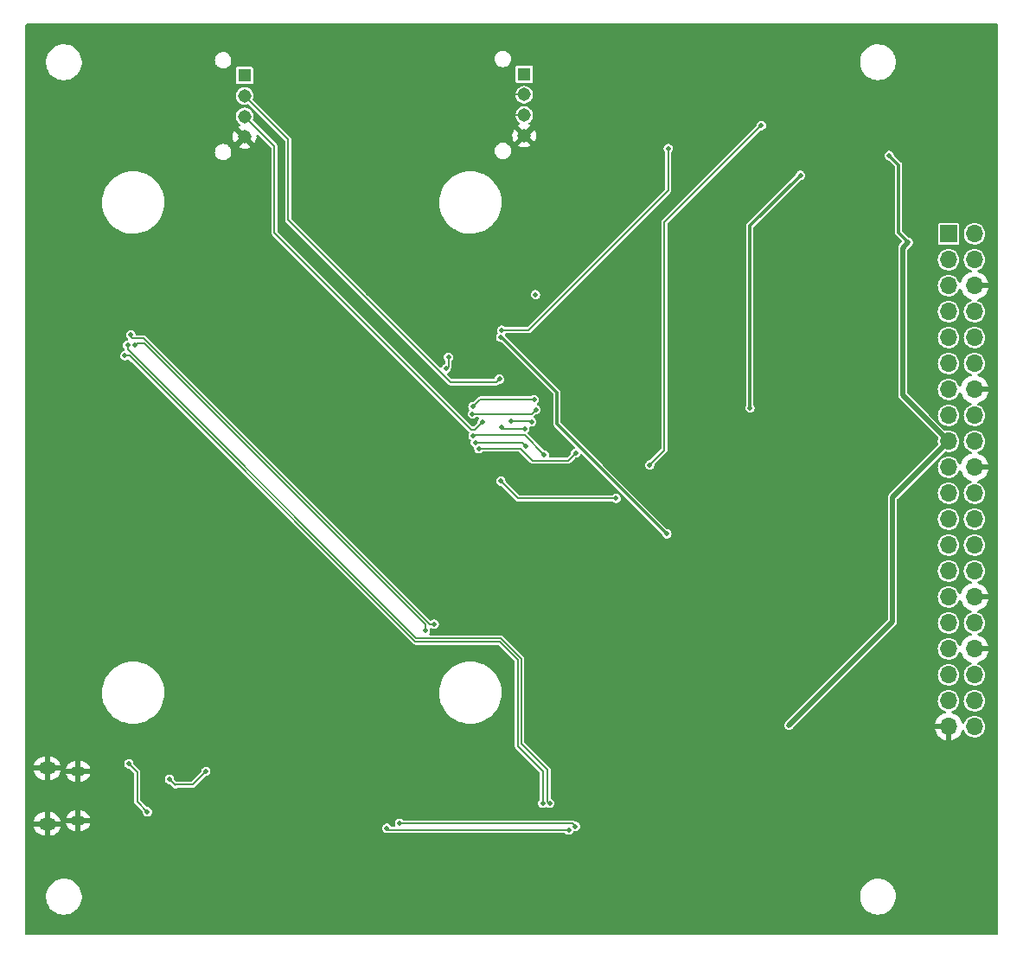
<source format=gbl>
%TF.GenerationSoftware,KiCad,Pcbnew,(6.0.0)*%
%TF.CreationDate,2022-04-24T15:03:07-06:00*%
%TF.ProjectId,CDH,4344482e-6b69-4636-9164-5f7063625858,v01*%
%TF.SameCoordinates,Original*%
%TF.FileFunction,Copper,L2,Bot*%
%TF.FilePolarity,Positive*%
%FSLAX46Y46*%
G04 Gerber Fmt 4.6, Leading zero omitted, Abs format (unit mm)*
G04 Created by KiCad (PCBNEW (6.0.0)) date 2022-04-24 15:03:07*
%MOMM*%
%LPD*%
G01*
G04 APERTURE LIST*
%TA.AperFunction,ComponentPad*%
%ADD10R,1.308000X1.308000*%
%TD*%
%TA.AperFunction,ComponentPad*%
%ADD11C,1.308000*%
%TD*%
%TA.AperFunction,ComponentPad*%
%ADD12O,1.700000X1.300000*%
%TD*%
%TA.AperFunction,ComponentPad*%
%ADD13O,1.400000X1.000000*%
%TD*%
%TA.AperFunction,ComponentPad*%
%ADD14R,1.700000X1.700000*%
%TD*%
%TA.AperFunction,ComponentPad*%
%ADD15O,1.700000X1.700000*%
%TD*%
%TA.AperFunction,ViaPad*%
%ADD16C,0.508000*%
%TD*%
%TA.AperFunction,Conductor*%
%ADD17C,0.200000*%
%TD*%
%TA.AperFunction,Conductor*%
%ADD18C,0.152400*%
%TD*%
%TA.AperFunction,Conductor*%
%ADD19C,0.500000*%
%TD*%
%TA.AperFunction,Conductor*%
%ADD20C,0.300000*%
%TD*%
G04 APERTURE END LIST*
D10*
%TO.P,P1,1,1*%
%TO.N,+5V*%
X128325000Y-61450000D03*
D11*
%TO.P,P1,2,2*%
%TO.N,/CM4 GPIO/GPIO14*%
X128325000Y-63450000D03*
%TO.P,P1,3,3*%
%TO.N,/CM4 GPIO/GPIO15*%
X128325000Y-65450000D03*
%TO.P,P1,4,4*%
%TO.N,GND*%
X128325000Y-67450000D03*
%TD*%
D12*
%TO.P,J4,6,Shield*%
%TO.N,GND*%
X109000000Y-134725000D03*
D13*
X112030000Y-134425000D03*
X112030000Y-129575000D03*
D12*
X109000000Y-129275000D03*
%TD*%
D10*
%TO.P,P2,1,1*%
%TO.N,+5V*%
X155715000Y-61330000D03*
D11*
%TO.P,P2,2,2*%
%TO.N,/CM4 GPIO/GPIO12*%
X155715000Y-63330000D03*
%TO.P,P2,3,3*%
%TO.N,/CM4 GPIO/GPIO13*%
X155715000Y-65330000D03*
%TO.P,P2,4,4*%
%TO.N,GND*%
X155715000Y-67330000D03*
%TD*%
D14*
%TO.P,J1,1,Pin_1*%
%TO.N,+3.3V*%
X197260000Y-76945000D03*
D15*
%TO.P,J1,2,Pin_2*%
%TO.N,+5V*%
X199800000Y-76945000D03*
%TO.P,J1,3,Pin_3*%
%TO.N,/CM4 GPIO/GPIO2*%
X197260000Y-79485000D03*
%TO.P,J1,4,Pin_4*%
%TO.N,+5V*%
X199800000Y-79485000D03*
%TO.P,J1,5,Pin_5*%
%TO.N,/CM4 GPIO/GPIO3*%
X197260000Y-82025000D03*
%TO.P,J1,6,Pin_6*%
%TO.N,GND*%
X199800000Y-82025000D03*
%TO.P,J1,7,Pin_7*%
%TO.N,unconnected-(J1-Pad7)*%
X197260000Y-84565000D03*
%TO.P,J1,8,Pin_8*%
%TO.N,unconnected-(J1-Pad8)*%
X199800000Y-84565000D03*
%TO.P,J1,9,Pin_9*%
%TO.N,unconnected-(J1-Pad9)*%
X197260000Y-87105000D03*
%TO.P,J1,10,Pin_10*%
%TO.N,unconnected-(J1-Pad10)*%
X199800000Y-87105000D03*
%TO.P,J1,11,Pin_11*%
%TO.N,unconnected-(J1-Pad11)*%
X197260000Y-89645000D03*
%TO.P,J1,12,Pin_12*%
%TO.N,unconnected-(J1-Pad12)*%
X199800000Y-89645000D03*
%TO.P,J1,13,Pin_13*%
%TO.N,Net-(J1-Pad13)*%
X197260000Y-92185000D03*
%TO.P,J1,14,Pin_14*%
%TO.N,GND*%
X199800000Y-92185000D03*
%TO.P,J1,15,Pin_15*%
%TO.N,Net-(J1-Pad15)*%
X197260000Y-94725000D03*
%TO.P,J1,16,Pin_16*%
%TO.N,unconnected-(J1-Pad16)*%
X199800000Y-94725000D03*
%TO.P,J1,17,Pin_17*%
%TO.N,+3.3V*%
X197260000Y-97265000D03*
%TO.P,J1,18,Pin_18*%
%TO.N,unconnected-(J1-Pad18)*%
X199800000Y-97265000D03*
%TO.P,J1,19,Pin_19*%
%TO.N,unconnected-(J1-Pad19)*%
X197260000Y-99805000D03*
%TO.P,J1,20,Pin_20*%
%TO.N,GND*%
X199800000Y-99805000D03*
%TO.P,J1,21,Pin_21*%
%TO.N,unconnected-(J1-Pad21)*%
X197260000Y-102345000D03*
%TO.P,J1,22,Pin_22*%
%TO.N,unconnected-(J1-Pad22)*%
X199800000Y-102345000D03*
%TO.P,J1,23,Pin_23*%
%TO.N,unconnected-(J1-Pad23)*%
X197260000Y-104885000D03*
%TO.P,J1,24,Pin_24*%
%TO.N,unconnected-(J1-Pad24)*%
X199800000Y-104885000D03*
%TO.P,J1,25,Pin_25*%
%TO.N,unconnected-(J1-Pad25)*%
X197260000Y-107425000D03*
%TO.P,J1,26,Pin_26*%
%TO.N,unconnected-(J1-Pad26)*%
X199800000Y-107425000D03*
%TO.P,J1,27,Pin_27*%
%TO.N,unconnected-(J1-Pad27)*%
X197260000Y-109965000D03*
%TO.P,J1,28,Pin_28*%
%TO.N,unconnected-(J1-Pad28)*%
X199800000Y-109965000D03*
%TO.P,J1,29,Pin_29*%
%TO.N,unconnected-(J1-Pad29)*%
X197260000Y-112505000D03*
%TO.P,J1,30,Pin_30*%
%TO.N,GND*%
X199800000Y-112505000D03*
%TO.P,J1,31,Pin_31*%
%TO.N,unconnected-(J1-Pad31)*%
X197260000Y-115045000D03*
%TO.P,J1,32,Pin_32*%
%TO.N,unconnected-(J1-Pad32)*%
X199800000Y-115045000D03*
%TO.P,J1,33,Pin_33*%
%TO.N,unconnected-(J1-Pad33)*%
X197260000Y-117585000D03*
%TO.P,J1,34,Pin_34*%
%TO.N,GND*%
X199800000Y-117585000D03*
%TO.P,J1,35,Pin_35*%
%TO.N,unconnected-(J1-Pad35)*%
X197260000Y-120125000D03*
%TO.P,J1,36,Pin_36*%
%TO.N,unconnected-(J1-Pad36)*%
X199800000Y-120125000D03*
%TO.P,J1,37,Pin_37*%
%TO.N,/CM4 GPIO/nRPIBOOT*%
X197260000Y-122665000D03*
%TO.P,J1,38,Pin_38*%
%TO.N,unconnected-(J1-Pad38)*%
X199800000Y-122665000D03*
%TO.P,J1,39,Pin_39*%
%TO.N,GND*%
X197260000Y-125205000D03*
%TO.P,J1,40,Pin_40*%
%TO.N,unconnected-(J1-Pad40)*%
X199800000Y-125205000D03*
%TD*%
D16*
%TO.N,/CM4 GPIO/GPIO18*%
X154420000Y-95310000D03*
X156440000Y-95350000D03*
%TO.N,GND*%
X116800000Y-91630000D03*
X116790000Y-85420000D03*
%TO.N,/CM4 High Speed/SDA0*%
X148076384Y-90133500D03*
X148290000Y-89026500D03*
%TO.N,/CM4 High Speed/SCL0*%
X160070000Y-135330000D03*
X142253616Y-135143616D03*
%TO.N,/CM4 High Speed/SDA0*%
X160720000Y-134960000D03*
X143500000Y-134680000D03*
%TO.N,/CM4 High Speed/DSI1_D2_N*%
X146040000Y-115820000D03*
%TO.N,/CM4 High Speed/DSI1_D2_P*%
X146900000Y-115170000D03*
%TO.N,/CM4 High Speed/DSI1_D2_N*%
X117590261Y-87813833D03*
%TO.N,/CM4 High Speed/DSI1_D2_P*%
X117200000Y-86830000D03*
%TO.N,/CM4 High Speed/DSI1_D3_N*%
X157529800Y-132700000D03*
%TO.N,/CM4 High Speed/DSI1_D3_P*%
X158190200Y-132700000D03*
%TO.N,/CM4 High Speed/DSI1_D3_N*%
X116607650Y-88893055D03*
%TO.N,/CM4 High Speed/DSI1_D3_P*%
X116883619Y-87848704D03*
%TO.N,+3.3V*%
X181640000Y-125060000D03*
%TO.N,/CM4 GPIO/nRPIBOOT*%
X169680000Y-106330000D03*
%TO.N,GND*%
X174830000Y-68590000D03*
X150830000Y-99340000D03*
X150610000Y-95410000D03*
X156320000Y-105807500D03*
X151930000Y-138910000D03*
X113730000Y-136740000D03*
X176510000Y-91430000D03*
%TO.N,/CM4 GPIO/nRPIBOOT*%
X153406121Y-87090345D03*
%TO.N,GND*%
X150590000Y-90930000D03*
X114350000Y-131690000D03*
X148350000Y-97120000D03*
X148220000Y-104000000D03*
X116800000Y-101370000D03*
X132080000Y-139250000D03*
X172640000Y-93260000D03*
X123790000Y-132670000D03*
%TO.N,+5V*%
X182750000Y-71210000D03*
X177810000Y-93990000D03*
%TO.N,+3.3V*%
X193310000Y-77780000D03*
X156810000Y-82900000D03*
X191440000Y-69280000D03*
%TO.N,/CM4 GPIO/GPIO8*%
X153490000Y-95880000D03*
X155767000Y-96050000D03*
%TO.N,/CM4 GPIO/GPIO11*%
X160731025Y-98428974D03*
X151270000Y-97990000D03*
%TO.N,/CM4 GPIO/GPIO9*%
X150923738Y-97373021D03*
X155900000Y-97720000D03*
%TO.N,/CM4 GPIO/GPIO10*%
X150697405Y-96702698D03*
X157680000Y-98610000D03*
%TO.N,/CM4 GPIO/GPIO15*%
X151590000Y-95410000D03*
%TO.N,/CM4 GPIO/GPIO14*%
X153280000Y-91180000D03*
%TO.N,/CM4 GPIO/GPIO2*%
X156680000Y-93180000D03*
X150680000Y-93870000D03*
%TO.N,Net-(J4-Pad1)*%
X117000000Y-128840000D03*
X118820000Y-133550000D03*
%TO.N,/CM4 GPIO/nLED_Activity*%
X164700000Y-102860000D03*
X153420000Y-101160000D03*
X178920000Y-66350000D03*
X167980000Y-99580000D03*
%TO.N,/CM4 GPIO/nPWR_LED*%
X153506500Y-86390000D03*
X169810000Y-68600000D03*
%TO.N,/CM4 High Speed/USB_OTG_ID*%
X120980000Y-130370000D03*
X124540000Y-129590000D03*
%TO.N,/CM4 GPIO/GPIO3*%
X156840000Y-94150000D03*
X150628689Y-94575640D03*
%TO.N,GND*%
X132370000Y-81240000D03*
X114390000Y-87090000D03*
X137110000Y-76960000D03*
X142010000Y-74080000D03*
%TD*%
D17*
%TO.N,/CM4 GPIO/GPIO18*%
X156400000Y-95310000D02*
X156440000Y-95350000D01*
X154420000Y-95310000D02*
X156400000Y-95310000D01*
D18*
%TO.N,/CM4 High Speed/DSI1_D2_N*%
X117752435Y-87651659D02*
X117590261Y-87813833D01*
X118506132Y-87651659D02*
X117752435Y-87651659D01*
X146040000Y-115185527D02*
X118506132Y-87651659D01*
X146040000Y-115820000D02*
X146040000Y-115185527D01*
%TO.N,/CM4 High Speed/DSI1_D3_P*%
X158012401Y-132522201D02*
X158190200Y-132700000D01*
X158012401Y-129426874D02*
X158012401Y-132522201D01*
X155450000Y-126864473D02*
X158012401Y-129426874D01*
X155450000Y-118570000D02*
X155450000Y-126864473D01*
X153410000Y-116530000D02*
X155450000Y-118570000D01*
X145115527Y-116530000D02*
X153410000Y-116530000D01*
X116883619Y-88298092D02*
X145115527Y-116530000D01*
X116883619Y-87848704D02*
X116883619Y-88298092D01*
%TO.N,/CM4 High Speed/DSI1_D2_P*%
X117316916Y-87153922D02*
X118439449Y-87153922D01*
X118439449Y-87153922D02*
X146455527Y-115170000D01*
X117200000Y-87037006D02*
X117316916Y-87153922D01*
X146455527Y-115170000D02*
X146900000Y-115170000D01*
X117200000Y-86830000D02*
X117200000Y-87037006D01*
%TO.N,/CM4 High Speed/DSI1_D3_N*%
X157529800Y-129609800D02*
X157529800Y-132700000D01*
X155070000Y-127150000D02*
X157529800Y-129609800D01*
X155070000Y-118680000D02*
X155070000Y-127150000D01*
X117047528Y-88893055D02*
X145064473Y-116910000D01*
X153300000Y-116910000D02*
X155070000Y-118680000D01*
X116607650Y-88893055D02*
X117047528Y-88893055D01*
X145064473Y-116910000D02*
X153300000Y-116910000D01*
D17*
%TO.N,GND*%
X115506489Y-85973511D02*
X114390000Y-87090000D01*
X127356489Y-85973511D02*
X115506489Y-85973511D01*
X132090000Y-81240000D02*
X127356489Y-85973511D01*
X132370000Y-81240000D02*
X132090000Y-81240000D01*
%TO.N,/CM4 GPIO/GPIO10*%
X155740000Y-96670000D02*
X150730103Y-96670000D01*
X157680000Y-98610000D02*
X155740000Y-96670000D01*
X150730103Y-96670000D02*
X150697405Y-96702698D01*
%TO.N,GND*%
X150870000Y-65330000D02*
X155715000Y-65330000D01*
X142010000Y-74080000D02*
X142120000Y-74080000D01*
X142120000Y-74080000D02*
X150870000Y-65330000D01*
%TO.N,/CM4 High Speed/SDA0*%
X148290000Y-89919884D02*
X148076384Y-90133500D01*
X148290000Y-89026500D02*
X148290000Y-89919884D01*
%TO.N,/CM4 High Speed/SCL0*%
X142440000Y-135330000D02*
X160070000Y-135330000D01*
X142253616Y-135143616D02*
X142440000Y-135330000D01*
%TO.N,/CM4 High Speed/SDA0*%
X160720000Y-134960000D02*
X160440000Y-134680000D01*
X160440000Y-134680000D02*
X143500000Y-134680000D01*
D19*
%TO.N,+3.3V*%
X191750000Y-114950000D02*
X181640000Y-125060000D01*
X197260000Y-97265000D02*
X191750000Y-102775000D01*
X191750000Y-102775000D02*
X191750000Y-114950000D01*
D20*
%TO.N,/CM4 GPIO/nRPIBOOT*%
X158929752Y-95579752D02*
X158929752Y-92509752D01*
X158929752Y-92509752D02*
X153510345Y-87090345D01*
X153510345Y-87090345D02*
X153406121Y-87090345D01*
X169680000Y-106330000D02*
X158929752Y-95579752D01*
D17*
%TO.N,+5V*%
X200265000Y-78915000D02*
X200290000Y-78890000D01*
D20*
X177810000Y-93990000D02*
X177810000Y-76150000D01*
D17*
X200265000Y-78955000D02*
X200265000Y-78915000D01*
D20*
X177810000Y-76150000D02*
X182750000Y-71210000D01*
X199995000Y-76415000D02*
X200265000Y-76415000D01*
D19*
%TO.N,+3.3V*%
X193310000Y-77780000D02*
X192770000Y-78320000D01*
X192770000Y-92775000D02*
X197260000Y-97265000D01*
X192770000Y-78320000D02*
X192770000Y-92775000D01*
D20*
X193310000Y-77780000D02*
X192360000Y-76830000D01*
X192360000Y-70200000D02*
X191440000Y-69280000D01*
X192360000Y-76830000D02*
X192360000Y-70200000D01*
D17*
%TO.N,/CM4 GPIO/GPIO8*%
X153660000Y-96050000D02*
X153490000Y-95880000D01*
X155767000Y-96050000D02*
X153660000Y-96050000D01*
%TO.N,/CM4 GPIO/GPIO11*%
X156523511Y-99163511D02*
X155350000Y-97990000D01*
X155350000Y-97990000D02*
X151270000Y-97990000D01*
X159996488Y-99163511D02*
X156523511Y-99163511D01*
X160731025Y-98428974D02*
X159996488Y-99163511D01*
%TO.N,/CM4 GPIO/GPIO9*%
X150923738Y-97373021D02*
X155523021Y-97373021D01*
X155523021Y-97373021D02*
X155880000Y-97730000D01*
X155890000Y-97730000D02*
X155900000Y-97720000D01*
X155880000Y-97730000D02*
X155890000Y-97730000D01*
%TO.N,/CM4 GPIO/GPIO15*%
X151590000Y-95410000D02*
X150850813Y-96149187D01*
X150850813Y-96149187D02*
X150566403Y-96149187D01*
X150566403Y-96149187D02*
X131240000Y-76822784D01*
X131240000Y-68365000D02*
X128325000Y-65450000D01*
X131240000Y-76822784D02*
X131240000Y-68365000D01*
%TO.N,/CM4 GPIO/GPIO14*%
X132590000Y-67715000D02*
X128325000Y-63450000D01*
X152976489Y-91483511D02*
X148483511Y-91483511D01*
X132590000Y-75590000D02*
X132590000Y-67715000D01*
X153280000Y-91180000D02*
X152976489Y-91483511D01*
X148483511Y-91483511D02*
X132590000Y-75590000D01*
%TO.N,/CM4 GPIO/GPIO2*%
X151370000Y-93180000D02*
X150680000Y-93870000D01*
X156680000Y-93180000D02*
X151370000Y-93180000D01*
%TO.N,Net-(J4-Pad1)*%
X117000000Y-128840000D02*
X117810000Y-129650000D01*
X117810000Y-132540000D02*
X118820000Y-133550000D01*
X117810000Y-129650000D02*
X117810000Y-132540000D01*
%TO.N,/CM4 GPIO/nLED_Activity*%
X155120000Y-102860000D02*
X153420000Y-101160000D01*
X167980000Y-99580000D02*
X169430000Y-98130000D01*
X169430000Y-75840000D02*
X178920000Y-66350000D01*
X169430000Y-98130000D02*
X169430000Y-75840000D01*
X164700000Y-102860000D02*
X155120000Y-102860000D01*
%TO.N,/CM4 GPIO/nPWR_LED*%
X153506500Y-86390000D02*
X156110000Y-86390000D01*
X156070000Y-86400000D02*
X156080000Y-86390000D01*
X169810000Y-72690000D02*
X169810000Y-68600000D01*
X156110000Y-86390000D02*
X158645000Y-83855000D01*
X158645000Y-83855000D02*
X169810000Y-72690000D01*
%TO.N,/CM4 High Speed/USB_OTG_ID*%
X121505000Y-130895000D02*
X121580000Y-130970000D01*
X123235000Y-130895000D02*
X124540000Y-129590000D01*
X121505000Y-130895000D02*
X123235000Y-130895000D01*
X120980000Y-130370000D02*
X121505000Y-130895000D01*
%TO.N,/CM4 GPIO/GPIO3*%
X150628689Y-94575640D02*
X156414360Y-94575640D01*
X156414360Y-94575640D02*
X156840000Y-94150000D01*
%TO.N,GND*%
X150740000Y-63330000D02*
X137110000Y-76960000D01*
X155715000Y-63330000D02*
X150740000Y-63330000D01*
%TD*%
%TA.AperFunction,Conductor*%
%TO.N,GND*%
G36*
X202051121Y-56401002D02*
G01*
X202097614Y-56454658D01*
X202109000Y-56507000D01*
X202109000Y-145493000D01*
X202088998Y-145561121D01*
X202035342Y-145607614D01*
X201983000Y-145619000D01*
X106997000Y-145619000D01*
X106928879Y-145598998D01*
X106882386Y-145545342D01*
X106871000Y-145493000D01*
X106871000Y-141957165D01*
X108887866Y-141957165D01*
X108922952Y-142214970D01*
X108995758Y-142464757D01*
X109104686Y-142701039D01*
X109107246Y-142704944D01*
X109107249Y-142704949D01*
X109244775Y-142914712D01*
X109244779Y-142914717D01*
X109247341Y-142918625D01*
X109420591Y-143112735D01*
X109620629Y-143279105D01*
X109843061Y-143414080D01*
X109847375Y-143415889D01*
X109847377Y-143415890D01*
X110078686Y-143512886D01*
X110078691Y-143512888D01*
X110083001Y-143514695D01*
X110087533Y-143515846D01*
X110087536Y-143515847D01*
X110212815Y-143547663D01*
X110335177Y-143578739D01*
X110551286Y-143600500D01*
X110706044Y-143600500D01*
X110708369Y-143600327D01*
X110708375Y-143600327D01*
X110894814Y-143586472D01*
X110894818Y-143586471D01*
X110899466Y-143586126D01*
X111153232Y-143528705D01*
X111157586Y-143527012D01*
X111391370Y-143436098D01*
X111391372Y-143436097D01*
X111395723Y-143434405D01*
X111431285Y-143414080D01*
X111479038Y-143386786D01*
X111621612Y-143305299D01*
X111825936Y-143144223D01*
X112004208Y-142954714D01*
X112152511Y-142740937D01*
X112170258Y-142704949D01*
X112265521Y-142511775D01*
X112265522Y-142511772D01*
X112267586Y-142507587D01*
X112346906Y-142259792D01*
X112388728Y-142002994D01*
X112389328Y-141957165D01*
X188587866Y-141957165D01*
X188622952Y-142214970D01*
X188695758Y-142464757D01*
X188804686Y-142701039D01*
X188807246Y-142704944D01*
X188807249Y-142704949D01*
X188944775Y-142914712D01*
X188944779Y-142914717D01*
X188947341Y-142918625D01*
X189120591Y-143112735D01*
X189320629Y-143279105D01*
X189543061Y-143414080D01*
X189547375Y-143415889D01*
X189547377Y-143415890D01*
X189778686Y-143512886D01*
X189778691Y-143512888D01*
X189783001Y-143514695D01*
X189787533Y-143515846D01*
X189787536Y-143515847D01*
X189912815Y-143547663D01*
X190035177Y-143578739D01*
X190251286Y-143600500D01*
X190406044Y-143600500D01*
X190408369Y-143600327D01*
X190408375Y-143600327D01*
X190594814Y-143586472D01*
X190594818Y-143586471D01*
X190599466Y-143586126D01*
X190853232Y-143528705D01*
X190857586Y-143527012D01*
X191091370Y-143436098D01*
X191091372Y-143436097D01*
X191095723Y-143434405D01*
X191131285Y-143414080D01*
X191179038Y-143386786D01*
X191321612Y-143305299D01*
X191525936Y-143144223D01*
X191704208Y-142954714D01*
X191852511Y-142740937D01*
X191870258Y-142704949D01*
X191965521Y-142511775D01*
X191965522Y-142511772D01*
X191967586Y-142507587D01*
X192046906Y-142259792D01*
X192088728Y-142002994D01*
X192092134Y-141742835D01*
X192057048Y-141485030D01*
X191984242Y-141235243D01*
X191875314Y-140998961D01*
X191846637Y-140955221D01*
X191735225Y-140785288D01*
X191735221Y-140785283D01*
X191732659Y-140781375D01*
X191559409Y-140587265D01*
X191359371Y-140420895D01*
X191136939Y-140285920D01*
X191132623Y-140284110D01*
X190901314Y-140187114D01*
X190901309Y-140187112D01*
X190896999Y-140185305D01*
X190892467Y-140184154D01*
X190892464Y-140184153D01*
X190767185Y-140152337D01*
X190644823Y-140121261D01*
X190428714Y-140099500D01*
X190273956Y-140099500D01*
X190271631Y-140099673D01*
X190271625Y-140099673D01*
X190085186Y-140113528D01*
X190085182Y-140113529D01*
X190080534Y-140113874D01*
X189826768Y-140171295D01*
X189822416Y-140172987D01*
X189822414Y-140172988D01*
X189588630Y-140263902D01*
X189588628Y-140263903D01*
X189584277Y-140265595D01*
X189580223Y-140267912D01*
X189580221Y-140267913D01*
X189544467Y-140288348D01*
X189358388Y-140394701D01*
X189154064Y-140555777D01*
X188975792Y-140745286D01*
X188827489Y-140959063D01*
X188825423Y-140963253D01*
X188825421Y-140963256D01*
X188805720Y-141003207D01*
X188712414Y-141192413D01*
X188633094Y-141440208D01*
X188591272Y-141697006D01*
X188587866Y-141957165D01*
X112389328Y-141957165D01*
X112392134Y-141742835D01*
X112357048Y-141485030D01*
X112284242Y-141235243D01*
X112175314Y-140998961D01*
X112146637Y-140955221D01*
X112035225Y-140785288D01*
X112035221Y-140785283D01*
X112032659Y-140781375D01*
X111859409Y-140587265D01*
X111659371Y-140420895D01*
X111436939Y-140285920D01*
X111432623Y-140284110D01*
X111201314Y-140187114D01*
X111201309Y-140187112D01*
X111196999Y-140185305D01*
X111192467Y-140184154D01*
X111192464Y-140184153D01*
X111067185Y-140152337D01*
X110944823Y-140121261D01*
X110728714Y-140099500D01*
X110573956Y-140099500D01*
X110571631Y-140099673D01*
X110571625Y-140099673D01*
X110385186Y-140113528D01*
X110385182Y-140113529D01*
X110380534Y-140113874D01*
X110126768Y-140171295D01*
X110122416Y-140172987D01*
X110122414Y-140172988D01*
X109888630Y-140263902D01*
X109888628Y-140263903D01*
X109884277Y-140265595D01*
X109880223Y-140267912D01*
X109880221Y-140267913D01*
X109844467Y-140288348D01*
X109658388Y-140394701D01*
X109454064Y-140555777D01*
X109275792Y-140745286D01*
X109127489Y-140959063D01*
X109125423Y-140963253D01*
X109125421Y-140963256D01*
X109105720Y-141003207D01*
X109012414Y-141192413D01*
X108933094Y-141440208D01*
X108891272Y-141697006D01*
X108887866Y-141957165D01*
X106871000Y-141957165D01*
X106871000Y-134997722D01*
X107671808Y-134997722D01*
X107675687Y-135020300D01*
X107678666Y-135031417D01*
X107748331Y-135220252D01*
X107753281Y-135230630D01*
X107856191Y-135403606D01*
X107862955Y-135412915D01*
X107995665Y-135564243D01*
X108004000Y-135572153D01*
X108162069Y-135696764D01*
X108171720Y-135703032D01*
X108349836Y-135796743D01*
X108360479Y-135801152D01*
X108552684Y-135860833D01*
X108563946Y-135863227D01*
X108727322Y-135882563D01*
X108729029Y-135882664D01*
X108743124Y-135878525D01*
X108744329Y-135877135D01*
X108746000Y-135869452D01*
X108746000Y-135864884D01*
X109254000Y-135864884D01*
X109258271Y-135879429D01*
X109270405Y-135881492D01*
X109406176Y-135869016D01*
X109417497Y-135866918D01*
X109611203Y-135812287D01*
X109621950Y-135808163D01*
X109802466Y-135719141D01*
X109812273Y-135713131D01*
X109973549Y-135592701D01*
X109982089Y-135585011D01*
X110118720Y-135437206D01*
X110125721Y-135428081D01*
X110233125Y-135257856D01*
X110238346Y-135247609D01*
X110312928Y-135060668D01*
X110316197Y-135049631D01*
X110326712Y-134996770D01*
X110325560Y-134983894D01*
X110310404Y-134979000D01*
X109272115Y-134979000D01*
X109256876Y-134983475D01*
X109255671Y-134984865D01*
X109254000Y-134992548D01*
X109254000Y-135864884D01*
X108746000Y-135864884D01*
X108746000Y-134997115D01*
X108741525Y-134981876D01*
X108740135Y-134980671D01*
X108732452Y-134979000D01*
X107686706Y-134979000D01*
X107673744Y-134982806D01*
X107671808Y-134997722D01*
X106871000Y-134997722D01*
X106871000Y-134690768D01*
X110857425Y-134690768D01*
X110889138Y-134798521D01*
X110893731Y-134809889D01*
X110979607Y-134974154D01*
X110986321Y-134984415D01*
X111102468Y-135128873D01*
X111111046Y-135137632D01*
X111253039Y-135256778D01*
X111263159Y-135263708D01*
X111425585Y-135353002D01*
X111436858Y-135357834D01*
X111613538Y-135413880D01*
X111625532Y-135416430D01*
X111762135Y-135431752D01*
X111773124Y-135428525D01*
X111774329Y-135427135D01*
X111776000Y-135419452D01*
X111776000Y-135414467D01*
X112284000Y-135414467D01*
X112288236Y-135428894D01*
X112300589Y-135430955D01*
X112420603Y-135419188D01*
X112432638Y-135416805D01*
X112610076Y-135363233D01*
X112621416Y-135358559D01*
X112785077Y-135271540D01*
X112795294Y-135264751D01*
X112938933Y-135147603D01*
X112947637Y-135138959D01*
X112948425Y-135138006D01*
X141794476Y-135138006D01*
X141795640Y-135146908D01*
X141795640Y-135146911D01*
X141810193Y-135258198D01*
X141811357Y-135267097D01*
X141863790Y-135386261D01*
X141947562Y-135485919D01*
X141955030Y-135490890D01*
X141955031Y-135490891D01*
X142048466Y-135553088D01*
X142048469Y-135553089D01*
X142055936Y-135558060D01*
X142064503Y-135560736D01*
X142064504Y-135560737D01*
X142101046Y-135572153D01*
X142180203Y-135596883D01*
X142189176Y-135597047D01*
X142189179Y-135597048D01*
X142260323Y-135598352D01*
X142272354Y-135598572D01*
X142313494Y-135607674D01*
X142316146Y-135609493D01*
X142327465Y-135612179D01*
X142327467Y-135612180D01*
X142340136Y-135615186D01*
X142357732Y-135620751D01*
X142380622Y-135629883D01*
X142386915Y-135630500D01*
X142389997Y-135630500D01*
X142393067Y-135630650D01*
X142393056Y-135630866D01*
X142404431Y-135632198D01*
X142413745Y-135632653D01*
X142425066Y-135635340D01*
X142436595Y-135633771D01*
X142436596Y-135633771D01*
X142452173Y-135631651D01*
X142469164Y-135630500D01*
X159670987Y-135630500D01*
X159739108Y-135650502D01*
X159754973Y-135662573D01*
X159758170Y-135665432D01*
X159763946Y-135672303D01*
X159771414Y-135677274D01*
X159771415Y-135677275D01*
X159864850Y-135739472D01*
X159864853Y-135739473D01*
X159872320Y-135744444D01*
X159880887Y-135747120D01*
X159880888Y-135747121D01*
X159902171Y-135753770D01*
X159996587Y-135783267D01*
X160005560Y-135783431D01*
X160005563Y-135783432D01*
X160062790Y-135784481D01*
X160126755Y-135785653D01*
X160178917Y-135771432D01*
X160243701Y-135753770D01*
X160243703Y-135753769D01*
X160252360Y-135751409D01*
X160363306Y-135683288D01*
X160382056Y-135662573D01*
X160444644Y-135593427D01*
X160444645Y-135593426D01*
X160450672Y-135586767D01*
X160457753Y-135572153D01*
X160502538Y-135479716D01*
X160550240Y-135427133D01*
X160618799Y-135408687D01*
X160636078Y-135410275D01*
X160638014Y-135410589D01*
X160646587Y-135413267D01*
X160655562Y-135413432D01*
X160655565Y-135413432D01*
X160710505Y-135414439D01*
X160776755Y-135415653D01*
X160859361Y-135393132D01*
X160893701Y-135383770D01*
X160893703Y-135383769D01*
X160902360Y-135381409D01*
X161013306Y-135313288D01*
X161055116Y-135267097D01*
X161094644Y-135223427D01*
X161094645Y-135223426D01*
X161100672Y-135216767D01*
X161138832Y-135138006D01*
X161153522Y-135107685D01*
X161153522Y-135107684D01*
X161157437Y-135099604D01*
X161179037Y-134971219D01*
X161179174Y-134960000D01*
X161160718Y-134831125D01*
X161114400Y-134729254D01*
X161110548Y-134720782D01*
X161110547Y-134720780D01*
X161106832Y-134712610D01*
X161021850Y-134613983D01*
X160912601Y-134543172D01*
X160787870Y-134505870D01*
X160778894Y-134505815D01*
X160778893Y-134505815D01*
X160742573Y-134505593D01*
X160674576Y-134485174D01*
X160657659Y-134471974D01*
X160649499Y-134464405D01*
X160646118Y-134461147D01*
X160632723Y-134447752D01*
X160628753Y-134445028D01*
X160626105Y-134442703D01*
X160611881Y-134429508D01*
X160611878Y-134429506D01*
X160603354Y-134421599D01*
X160592550Y-134417289D01*
X160588561Y-134414767D01*
X160577773Y-134409006D01*
X160573448Y-134407089D01*
X160563854Y-134400508D01*
X160552535Y-134397822D01*
X160552533Y-134397821D01*
X160539873Y-134394817D01*
X160522276Y-134389252D01*
X160507638Y-134383412D01*
X160507635Y-134383411D01*
X160499378Y-134380117D01*
X160493085Y-134379500D01*
X160490006Y-134379500D01*
X160486933Y-134379350D01*
X160486944Y-134379134D01*
X160475569Y-134377802D01*
X160466254Y-134377346D01*
X160454934Y-134374660D01*
X160443405Y-134376229D01*
X160443404Y-134376229D01*
X160427827Y-134378349D01*
X160410836Y-134379500D01*
X143898824Y-134379500D01*
X143830703Y-134359498D01*
X143815112Y-134345951D01*
X143814473Y-134346683D01*
X143807708Y-134340781D01*
X143801850Y-134333983D01*
X143692601Y-134263172D01*
X143567870Y-134225870D01*
X143558894Y-134225815D01*
X143558893Y-134225815D01*
X143505678Y-134225490D01*
X143437683Y-134225074D01*
X143312505Y-134260850D01*
X143202400Y-134330321D01*
X143116219Y-134427903D01*
X143112404Y-134436028D01*
X143112403Y-134436030D01*
X143083435Y-134497731D01*
X143060890Y-134545751D01*
X143040860Y-134674390D01*
X143042024Y-134683292D01*
X143042024Y-134683295D01*
X143056333Y-134792716D01*
X143057741Y-134803481D01*
X143066309Y-134822953D01*
X143079422Y-134852755D01*
X143088548Y-134923163D01*
X143058161Y-134987328D01*
X142997907Y-135024878D01*
X142964092Y-135029500D01*
X142782169Y-135029500D01*
X142714048Y-135009498D01*
X142667469Y-134955652D01*
X142644167Y-134904404D01*
X142644165Y-134904400D01*
X142640448Y-134896226D01*
X142567610Y-134811693D01*
X142561329Y-134804403D01*
X142561328Y-134804402D01*
X142555466Y-134797599D01*
X142446217Y-134726788D01*
X142321486Y-134689486D01*
X142312510Y-134689431D01*
X142312509Y-134689431D01*
X142259294Y-134689106D01*
X142191299Y-134688690D01*
X142066121Y-134724466D01*
X141956016Y-134793937D01*
X141950074Y-134800665D01*
X141950073Y-134800666D01*
X141904070Y-134852755D01*
X141869835Y-134891519D01*
X141866020Y-134899644D01*
X141866019Y-134899646D01*
X141825489Y-134985973D01*
X141814506Y-135009367D01*
X141813125Y-135018236D01*
X141808237Y-135049631D01*
X141794476Y-135138006D01*
X112948425Y-135138006D01*
X113065784Y-134996144D01*
X113072644Y-134985973D01*
X113160804Y-134822924D01*
X113165556Y-134811619D01*
X113201250Y-134696308D01*
X113201456Y-134682205D01*
X113194701Y-134679000D01*
X112302115Y-134679000D01*
X112286876Y-134683475D01*
X112285671Y-134684865D01*
X112284000Y-134692548D01*
X112284000Y-135414467D01*
X111776000Y-135414467D01*
X111776000Y-134697115D01*
X111771525Y-134681876D01*
X111770135Y-134680671D01*
X111762452Y-134679000D01*
X110872076Y-134679000D01*
X110858545Y-134682973D01*
X110857425Y-134690768D01*
X106871000Y-134690768D01*
X106871000Y-134453230D01*
X107673288Y-134453230D01*
X107674440Y-134466106D01*
X107689596Y-134471000D01*
X108727885Y-134471000D01*
X108743124Y-134466525D01*
X108744329Y-134465135D01*
X108746000Y-134457452D01*
X108746000Y-134452885D01*
X109254000Y-134452885D01*
X109258475Y-134468124D01*
X109259865Y-134469329D01*
X109267548Y-134471000D01*
X110313294Y-134471000D01*
X110326256Y-134467194D01*
X110328192Y-134452278D01*
X110324313Y-134429700D01*
X110321334Y-134418583D01*
X110251669Y-134229748D01*
X110246719Y-134219370D01*
X110216035Y-134167795D01*
X110858544Y-134167795D01*
X110865299Y-134171000D01*
X111757885Y-134171000D01*
X111773124Y-134166525D01*
X111774329Y-134165135D01*
X111776000Y-134157452D01*
X111776000Y-134152885D01*
X112284000Y-134152885D01*
X112288475Y-134168124D01*
X112289865Y-134169329D01*
X112297548Y-134171000D01*
X113187924Y-134171000D01*
X113201455Y-134167027D01*
X113202575Y-134159232D01*
X113170862Y-134051479D01*
X113166269Y-134040111D01*
X113080393Y-133875846D01*
X113073679Y-133865585D01*
X112957532Y-133721127D01*
X112948954Y-133712368D01*
X112806961Y-133593222D01*
X112796841Y-133586292D01*
X112634415Y-133496998D01*
X112623142Y-133492166D01*
X112446462Y-133436120D01*
X112434468Y-133433570D01*
X112297865Y-133418248D01*
X112286876Y-133421475D01*
X112285671Y-133422865D01*
X112284000Y-133430548D01*
X112284000Y-134152885D01*
X111776000Y-134152885D01*
X111776000Y-133435533D01*
X111771764Y-133421106D01*
X111759411Y-133419045D01*
X111639397Y-133430812D01*
X111627362Y-133433195D01*
X111449924Y-133486767D01*
X111438584Y-133491441D01*
X111274923Y-133578460D01*
X111264706Y-133585249D01*
X111121067Y-133702397D01*
X111112363Y-133711041D01*
X110994216Y-133853856D01*
X110987356Y-133864027D01*
X110899196Y-134027076D01*
X110894444Y-134038381D01*
X110858750Y-134153692D01*
X110858544Y-134167795D01*
X110216035Y-134167795D01*
X110143809Y-134046394D01*
X110137045Y-134037085D01*
X110004335Y-133885757D01*
X109996000Y-133877847D01*
X109837931Y-133753236D01*
X109828280Y-133746968D01*
X109650164Y-133653257D01*
X109639521Y-133648848D01*
X109447316Y-133589167D01*
X109436054Y-133586773D01*
X109272678Y-133567437D01*
X109270971Y-133567336D01*
X109256876Y-133571475D01*
X109255671Y-133572865D01*
X109254000Y-133580548D01*
X109254000Y-134452885D01*
X108746000Y-134452885D01*
X108746000Y-133585116D01*
X108741729Y-133570571D01*
X108729595Y-133568508D01*
X108593824Y-133580984D01*
X108582503Y-133583082D01*
X108388797Y-133637713D01*
X108378050Y-133641837D01*
X108197534Y-133730859D01*
X108187727Y-133736869D01*
X108026451Y-133857299D01*
X108017911Y-133864989D01*
X107881280Y-134012794D01*
X107874279Y-134021919D01*
X107766875Y-134192144D01*
X107761654Y-134202391D01*
X107687072Y-134389332D01*
X107683803Y-134400369D01*
X107673288Y-134453230D01*
X106871000Y-134453230D01*
X106871000Y-129547722D01*
X107671808Y-129547722D01*
X107675687Y-129570300D01*
X107678666Y-129581417D01*
X107748331Y-129770252D01*
X107753281Y-129780630D01*
X107856191Y-129953606D01*
X107862955Y-129962915D01*
X107995665Y-130114243D01*
X108004000Y-130122153D01*
X108162069Y-130246764D01*
X108171720Y-130253032D01*
X108349836Y-130346743D01*
X108360479Y-130351152D01*
X108552684Y-130410833D01*
X108563946Y-130413227D01*
X108727322Y-130432563D01*
X108729029Y-130432664D01*
X108743124Y-130428525D01*
X108744329Y-130427135D01*
X108746000Y-130419452D01*
X108746000Y-130414884D01*
X109254000Y-130414884D01*
X109258271Y-130429429D01*
X109270405Y-130431492D01*
X109406176Y-130419016D01*
X109417497Y-130416918D01*
X109611203Y-130362287D01*
X109621950Y-130358163D01*
X109802466Y-130269141D01*
X109812273Y-130263131D01*
X109973549Y-130142701D01*
X109982089Y-130135011D01*
X110118720Y-129987206D01*
X110125721Y-129978081D01*
X110212359Y-129840768D01*
X110857425Y-129840768D01*
X110889138Y-129948521D01*
X110893731Y-129959889D01*
X110979607Y-130124154D01*
X110986321Y-130134415D01*
X111102468Y-130278873D01*
X111111046Y-130287632D01*
X111253039Y-130406778D01*
X111263159Y-130413708D01*
X111425585Y-130503002D01*
X111436858Y-130507834D01*
X111613538Y-130563880D01*
X111625532Y-130566430D01*
X111762135Y-130581752D01*
X111773124Y-130578525D01*
X111774329Y-130577135D01*
X111776000Y-130569452D01*
X111776000Y-130564467D01*
X112284000Y-130564467D01*
X112288236Y-130578894D01*
X112300589Y-130580955D01*
X112420603Y-130569188D01*
X112432638Y-130566805D01*
X112610076Y-130513233D01*
X112621416Y-130508559D01*
X112785077Y-130421540D01*
X112795294Y-130414751D01*
X112938933Y-130297603D01*
X112947637Y-130288959D01*
X113065784Y-130146144D01*
X113072644Y-130135973D01*
X113160804Y-129972924D01*
X113165556Y-129961619D01*
X113201250Y-129846308D01*
X113201456Y-129832205D01*
X113194701Y-129829000D01*
X112302115Y-129829000D01*
X112286876Y-129833475D01*
X112285671Y-129834865D01*
X112284000Y-129842548D01*
X112284000Y-130564467D01*
X111776000Y-130564467D01*
X111776000Y-129847115D01*
X111771525Y-129831876D01*
X111770135Y-129830671D01*
X111762452Y-129829000D01*
X110872076Y-129829000D01*
X110858545Y-129832973D01*
X110857425Y-129840768D01*
X110212359Y-129840768D01*
X110233125Y-129807856D01*
X110238346Y-129797609D01*
X110312928Y-129610668D01*
X110316197Y-129599631D01*
X110326712Y-129546770D01*
X110325560Y-129533894D01*
X110310404Y-129529000D01*
X109272115Y-129529000D01*
X109256876Y-129533475D01*
X109255671Y-129534865D01*
X109254000Y-129542548D01*
X109254000Y-130414884D01*
X108746000Y-130414884D01*
X108746000Y-129547115D01*
X108741525Y-129531876D01*
X108740135Y-129530671D01*
X108732452Y-129529000D01*
X107686706Y-129529000D01*
X107673744Y-129532806D01*
X107671808Y-129547722D01*
X106871000Y-129547722D01*
X106871000Y-129317795D01*
X110858544Y-129317795D01*
X110865299Y-129321000D01*
X111757885Y-129321000D01*
X111773124Y-129316525D01*
X111774329Y-129315135D01*
X111776000Y-129307452D01*
X111776000Y-129302885D01*
X112284000Y-129302885D01*
X112288475Y-129318124D01*
X112289865Y-129319329D01*
X112297548Y-129321000D01*
X113187924Y-129321000D01*
X113201455Y-129317027D01*
X113202575Y-129309232D01*
X113170862Y-129201479D01*
X113166269Y-129190111D01*
X113080393Y-129025846D01*
X113073679Y-129015585D01*
X112957532Y-128871127D01*
X112948954Y-128862368D01*
X112915611Y-128834390D01*
X116540860Y-128834390D01*
X116542024Y-128843292D01*
X116542024Y-128843295D01*
X116545618Y-128870776D01*
X116557741Y-128963481D01*
X116610174Y-129082645D01*
X116693946Y-129182303D01*
X116701414Y-129187274D01*
X116701415Y-129187275D01*
X116794850Y-129249472D01*
X116794853Y-129249473D01*
X116802320Y-129254444D01*
X116810887Y-129257120D01*
X116810888Y-129257121D01*
X116853012Y-129270281D01*
X116926587Y-129293267D01*
X116979361Y-129294234D01*
X117047103Y-129315481D01*
X117066147Y-129331118D01*
X117472595Y-129737566D01*
X117506621Y-129799878D01*
X117509500Y-129826661D01*
X117509500Y-132487634D01*
X117509304Y-132490307D01*
X117507575Y-132495342D01*
X117508011Y-132506964D01*
X117508011Y-132506966D01*
X117509411Y-132544255D01*
X117509500Y-132548981D01*
X117509500Y-132567948D01*
X117510382Y-132572683D01*
X117510610Y-132576209D01*
X117511774Y-132607208D01*
X117516364Y-132617893D01*
X117517401Y-132622493D01*
X117520962Y-132634214D01*
X117522661Y-132638617D01*
X117524791Y-132650053D01*
X117530895Y-132659955D01*
X117537727Y-132671039D01*
X117546231Y-132687411D01*
X117552451Y-132701888D01*
X117552453Y-132701892D01*
X117555964Y-132710063D01*
X117559978Y-132714949D01*
X117562163Y-132717134D01*
X117564215Y-132719397D01*
X117564055Y-132719542D01*
X117571175Y-132728549D01*
X117577427Y-132735444D01*
X117583532Y-132745348D01*
X117605320Y-132761916D01*
X117618139Y-132773110D01*
X118326276Y-133481247D01*
X118360302Y-133543559D01*
X118362117Y-133554004D01*
X118373064Y-133637713D01*
X118377741Y-133673481D01*
X118430174Y-133792645D01*
X118513946Y-133892303D01*
X118521414Y-133897274D01*
X118521415Y-133897275D01*
X118614850Y-133959472D01*
X118614853Y-133959473D01*
X118622320Y-133964444D01*
X118630887Y-133967120D01*
X118630888Y-133967121D01*
X118652171Y-133973770D01*
X118746587Y-134003267D01*
X118755560Y-134003431D01*
X118755563Y-134003432D01*
X118812790Y-134004481D01*
X118876755Y-134005653D01*
X118928917Y-133991432D01*
X118993701Y-133973770D01*
X118993703Y-133973769D01*
X119002360Y-133971409D01*
X119113306Y-133903288D01*
X119147433Y-133865585D01*
X119194644Y-133813427D01*
X119194645Y-133813426D01*
X119200672Y-133806767D01*
X119229645Y-133746968D01*
X119253522Y-133697685D01*
X119253522Y-133697684D01*
X119257437Y-133689604D01*
X119279037Y-133561219D01*
X119279174Y-133550000D01*
X119260718Y-133421125D01*
X119206832Y-133302610D01*
X119121850Y-133203983D01*
X119012601Y-133133172D01*
X118887870Y-133095870D01*
X118878893Y-133095815D01*
X118878892Y-133095815D01*
X118841982Y-133095589D01*
X118773985Y-133075170D01*
X118753659Y-133058687D01*
X118147405Y-132452434D01*
X118113380Y-132390121D01*
X118110500Y-132363338D01*
X118110500Y-130364390D01*
X120520860Y-130364390D01*
X120522024Y-130373292D01*
X120522024Y-130373295D01*
X120529788Y-130432664D01*
X120537741Y-130493481D01*
X120590174Y-130612645D01*
X120673946Y-130712303D01*
X120681414Y-130717274D01*
X120681415Y-130717275D01*
X120774850Y-130779472D01*
X120774853Y-130779473D01*
X120782320Y-130784444D01*
X120790887Y-130787120D01*
X120790888Y-130787121D01*
X120837757Y-130801763D01*
X120906587Y-130823267D01*
X120959361Y-130824234D01*
X121027103Y-130845481D01*
X121046147Y-130861118D01*
X121255481Y-131070452D01*
X121257237Y-131072486D01*
X121259575Y-131077269D01*
X121268104Y-131085181D01*
X121268105Y-131085182D01*
X121295477Y-131110573D01*
X121298882Y-131113853D01*
X121387277Y-131202248D01*
X121456146Y-131249492D01*
X121565066Y-131275340D01*
X121576595Y-131273771D01*
X121576596Y-131273771D01*
X121664461Y-131261813D01*
X121664462Y-131261813D01*
X121675989Y-131260244D01*
X121765129Y-131211138D01*
X121825926Y-131195500D01*
X123182634Y-131195500D01*
X123185307Y-131195696D01*
X123190342Y-131197425D01*
X123201964Y-131196989D01*
X123201966Y-131196989D01*
X123239255Y-131195589D01*
X123243981Y-131195500D01*
X123262948Y-131195500D01*
X123267683Y-131194618D01*
X123271209Y-131194390D01*
X123274949Y-131194249D01*
X123302208Y-131193226D01*
X123312893Y-131188636D01*
X123317493Y-131187599D01*
X123329214Y-131184038D01*
X123333617Y-131182339D01*
X123345053Y-131180209D01*
X123366041Y-131167272D01*
X123382411Y-131158769D01*
X123396888Y-131152549D01*
X123396892Y-131152547D01*
X123405063Y-131149036D01*
X123409949Y-131145022D01*
X123412134Y-131142837D01*
X123414397Y-131140785D01*
X123414542Y-131140945D01*
X123423549Y-131133825D01*
X123430444Y-131127573D01*
X123440348Y-131121468D01*
X123456916Y-131099680D01*
X123468110Y-131086861D01*
X124473027Y-130081944D01*
X124535339Y-130047918D01*
X124564429Y-130045060D01*
X124596755Y-130045653D01*
X124664990Y-130027050D01*
X124713701Y-130013770D01*
X124713703Y-130013769D01*
X124722360Y-130011409D01*
X124813192Y-129955638D01*
X124825658Y-129947984D01*
X124825659Y-129947984D01*
X124833306Y-129943288D01*
X124839330Y-129936633D01*
X124914644Y-129853427D01*
X124914645Y-129853426D01*
X124920672Y-129846767D01*
X124926439Y-129834865D01*
X124973522Y-129737685D01*
X124973522Y-129737684D01*
X124977437Y-129729604D01*
X124999037Y-129601219D01*
X124999174Y-129590000D01*
X124980718Y-129461125D01*
X124950206Y-129394018D01*
X124930548Y-129350782D01*
X124930547Y-129350780D01*
X124926832Y-129342610D01*
X124856573Y-129261070D01*
X124847713Y-129250787D01*
X124847712Y-129250786D01*
X124841850Y-129243983D01*
X124732601Y-129173172D01*
X124607870Y-129135870D01*
X124598894Y-129135815D01*
X124598893Y-129135815D01*
X124545678Y-129135490D01*
X124477683Y-129135074D01*
X124352505Y-129170850D01*
X124242400Y-129240321D01*
X124156219Y-129337903D01*
X124152404Y-129346028D01*
X124152403Y-129346030D01*
X124119135Y-129416890D01*
X124100890Y-129455751D01*
X124099509Y-129464620D01*
X124098669Y-129470015D01*
X124080860Y-129584390D01*
X124078614Y-129584040D01*
X124061446Y-129639962D01*
X124045388Y-129659640D01*
X123147434Y-130557595D01*
X123085121Y-130591620D01*
X123058338Y-130594500D01*
X121681661Y-130594500D01*
X121613540Y-130574498D01*
X121592566Y-130557595D01*
X121474572Y-130439601D01*
X121440546Y-130377289D01*
X121438945Y-130368403D01*
X121420718Y-130241125D01*
X121393775Y-130181867D01*
X121370548Y-130130782D01*
X121370547Y-130130780D01*
X121366832Y-130122610D01*
X121281850Y-130023983D01*
X121172601Y-129953172D01*
X121047870Y-129915870D01*
X121038894Y-129915815D01*
X121038893Y-129915815D01*
X120985678Y-129915490D01*
X120917683Y-129915074D01*
X120792505Y-129950850D01*
X120682400Y-130020321D01*
X120596219Y-130117903D01*
X120592404Y-130126028D01*
X120592403Y-130126030D01*
X120587735Y-130135973D01*
X120540890Y-130235751D01*
X120539509Y-130244620D01*
X120523608Y-130346743D01*
X120520860Y-130364390D01*
X118110500Y-130364390D01*
X118110500Y-129702366D01*
X118110696Y-129699693D01*
X118112425Y-129694658D01*
X118110589Y-129645745D01*
X118110500Y-129641019D01*
X118110500Y-129622052D01*
X118109618Y-129617317D01*
X118109390Y-129613791D01*
X118108662Y-129594415D01*
X118108226Y-129582792D01*
X118103636Y-129572107D01*
X118102599Y-129567507D01*
X118099037Y-129555783D01*
X118097339Y-129551382D01*
X118095209Y-129539947D01*
X118082272Y-129518959D01*
X118073769Y-129502589D01*
X118067549Y-129488112D01*
X118067547Y-129488108D01*
X118064036Y-129479937D01*
X118060022Y-129475051D01*
X118057837Y-129472866D01*
X118055785Y-129470603D01*
X118055945Y-129470458D01*
X118048825Y-129461451D01*
X118042573Y-129454556D01*
X118036468Y-129444652D01*
X118014680Y-129428084D01*
X118001861Y-129416890D01*
X117494572Y-128909601D01*
X117460546Y-128847289D01*
X117458945Y-128838403D01*
X117440718Y-128711125D01*
X117386832Y-128592610D01*
X117301850Y-128493983D01*
X117192601Y-128423172D01*
X117067870Y-128385870D01*
X117058894Y-128385815D01*
X117058893Y-128385815D01*
X117005678Y-128385490D01*
X116937683Y-128385074D01*
X116812505Y-128420850D01*
X116804918Y-128425637D01*
X116804916Y-128425638D01*
X116747000Y-128462180D01*
X116702400Y-128490321D01*
X116616219Y-128587903D01*
X116612404Y-128596028D01*
X116612403Y-128596030D01*
X116591083Y-128641441D01*
X116560890Y-128705751D01*
X116559509Y-128714620D01*
X116555056Y-128743222D01*
X116540860Y-128834390D01*
X112915611Y-128834390D01*
X112806961Y-128743222D01*
X112796841Y-128736292D01*
X112634415Y-128646998D01*
X112623142Y-128642166D01*
X112446462Y-128586120D01*
X112434468Y-128583570D01*
X112297865Y-128568248D01*
X112286876Y-128571475D01*
X112285671Y-128572865D01*
X112284000Y-128580548D01*
X112284000Y-129302885D01*
X111776000Y-129302885D01*
X111776000Y-128585533D01*
X111771764Y-128571106D01*
X111759411Y-128569045D01*
X111639397Y-128580812D01*
X111627362Y-128583195D01*
X111449924Y-128636767D01*
X111438584Y-128641441D01*
X111274923Y-128728460D01*
X111264706Y-128735249D01*
X111121067Y-128852397D01*
X111112363Y-128861041D01*
X110994216Y-129003856D01*
X110987356Y-129014027D01*
X110899196Y-129177076D01*
X110894444Y-129188381D01*
X110858750Y-129303692D01*
X110858544Y-129317795D01*
X106871000Y-129317795D01*
X106871000Y-129003230D01*
X107673288Y-129003230D01*
X107674440Y-129016106D01*
X107689596Y-129021000D01*
X108727885Y-129021000D01*
X108743124Y-129016525D01*
X108744329Y-129015135D01*
X108746000Y-129007452D01*
X108746000Y-129002885D01*
X109254000Y-129002885D01*
X109258475Y-129018124D01*
X109259865Y-129019329D01*
X109267548Y-129021000D01*
X110313294Y-129021000D01*
X110326256Y-129017194D01*
X110328192Y-129002278D01*
X110324313Y-128979700D01*
X110321334Y-128968583D01*
X110251669Y-128779748D01*
X110246719Y-128769370D01*
X110143809Y-128596394D01*
X110137045Y-128587085D01*
X110004335Y-128435757D01*
X109996000Y-128427847D01*
X109837931Y-128303236D01*
X109828280Y-128296968D01*
X109650164Y-128203257D01*
X109639521Y-128198848D01*
X109447316Y-128139167D01*
X109436054Y-128136773D01*
X109272678Y-128117437D01*
X109270971Y-128117336D01*
X109256876Y-128121475D01*
X109255671Y-128122865D01*
X109254000Y-128130548D01*
X109254000Y-129002885D01*
X108746000Y-129002885D01*
X108746000Y-128135116D01*
X108741729Y-128120571D01*
X108729595Y-128118508D01*
X108593824Y-128130984D01*
X108582503Y-128133082D01*
X108388797Y-128187713D01*
X108378050Y-128191837D01*
X108197534Y-128280859D01*
X108187727Y-128286869D01*
X108026451Y-128407299D01*
X108017911Y-128414989D01*
X107881280Y-128562794D01*
X107874279Y-128571919D01*
X107766875Y-128742144D01*
X107761654Y-128752391D01*
X107687072Y-128939332D01*
X107683803Y-128950369D01*
X107673288Y-129003230D01*
X106871000Y-129003230D01*
X106871000Y-121933326D01*
X114374982Y-121933326D01*
X114385590Y-122076073D01*
X114399463Y-122262749D01*
X114400657Y-122278821D01*
X114465278Y-122619188D01*
X114466336Y-122622597D01*
X114466338Y-122622603D01*
X114487560Y-122690949D01*
X114568014Y-122950053D01*
X114569455Y-122953327D01*
X114569455Y-122953328D01*
X114696319Y-123241646D01*
X114707545Y-123267160D01*
X114882076Y-123566434D01*
X115089364Y-123844027D01*
X115091808Y-123846625D01*
X115091813Y-123846631D01*
X115186431Y-123947212D01*
X115326744Y-124096369D01*
X115591164Y-124320217D01*
X115594128Y-124322197D01*
X115594130Y-124322199D01*
X115796280Y-124457271D01*
X115879225Y-124512693D01*
X115882407Y-124514332D01*
X115882409Y-124514333D01*
X116184040Y-124669684D01*
X116184045Y-124669686D01*
X116187223Y-124671323D01*
X116190564Y-124672589D01*
X116190569Y-124672591D01*
X116418216Y-124758838D01*
X116511199Y-124794066D01*
X116514663Y-124794946D01*
X116514667Y-124794947D01*
X116843519Y-124878465D01*
X116843527Y-124878467D01*
X116846986Y-124879345D01*
X117015779Y-124902317D01*
X117187277Y-124925657D01*
X117187284Y-124925658D01*
X117190270Y-124926064D01*
X117303174Y-124930500D01*
X117517754Y-124930500D01*
X117656975Y-124922594D01*
X117772322Y-124916045D01*
X117772329Y-124916044D01*
X117775890Y-124915842D01*
X118117334Y-124857171D01*
X118120766Y-124856171D01*
X118120769Y-124856170D01*
X118446497Y-124761229D01*
X118446500Y-124761228D01*
X118449941Y-124760225D01*
X118453241Y-124758841D01*
X118453250Y-124758838D01*
X118665857Y-124669684D01*
X118769436Y-124626250D01*
X119071710Y-124456968D01*
X119352878Y-124254556D01*
X119355529Y-124252148D01*
X119355534Y-124252144D01*
X119606675Y-124024023D01*
X119609325Y-124021616D01*
X119837753Y-123761143D01*
X120035228Y-123476485D01*
X120199208Y-123171303D01*
X120327587Y-122849519D01*
X120418713Y-122515271D01*
X120455106Y-122278821D01*
X120470874Y-122176378D01*
X120470874Y-122176374D01*
X120471416Y-122172855D01*
X120480688Y-121936886D01*
X120480828Y-121933326D01*
X147374982Y-121933326D01*
X147385590Y-122076073D01*
X147399463Y-122262749D01*
X147400657Y-122278821D01*
X147465278Y-122619188D01*
X147466336Y-122622597D01*
X147466338Y-122622603D01*
X147487560Y-122690949D01*
X147568014Y-122950053D01*
X147569455Y-122953327D01*
X147569455Y-122953328D01*
X147696319Y-123241646D01*
X147707545Y-123267160D01*
X147882076Y-123566434D01*
X148089364Y-123844027D01*
X148091808Y-123846625D01*
X148091813Y-123846631D01*
X148186431Y-123947212D01*
X148326744Y-124096369D01*
X148591164Y-124320217D01*
X148594128Y-124322197D01*
X148594130Y-124322199D01*
X148796280Y-124457271D01*
X148879225Y-124512693D01*
X148882407Y-124514332D01*
X148882409Y-124514333D01*
X149184040Y-124669684D01*
X149184045Y-124669686D01*
X149187223Y-124671323D01*
X149190564Y-124672589D01*
X149190569Y-124672591D01*
X149418216Y-124758838D01*
X149511199Y-124794066D01*
X149514663Y-124794946D01*
X149514667Y-124794947D01*
X149843519Y-124878465D01*
X149843527Y-124878467D01*
X149846986Y-124879345D01*
X150015779Y-124902317D01*
X150187277Y-124925657D01*
X150187284Y-124925658D01*
X150190270Y-124926064D01*
X150303174Y-124930500D01*
X150517754Y-124930500D01*
X150656975Y-124922594D01*
X150772322Y-124916045D01*
X150772329Y-124916044D01*
X150775890Y-124915842D01*
X151117334Y-124857171D01*
X151120766Y-124856171D01*
X151120769Y-124856170D01*
X151446497Y-124761229D01*
X151446500Y-124761228D01*
X151449941Y-124760225D01*
X151453241Y-124758841D01*
X151453250Y-124758838D01*
X151665857Y-124669684D01*
X151769436Y-124626250D01*
X152071710Y-124456968D01*
X152352878Y-124254556D01*
X152355529Y-124252148D01*
X152355534Y-124252144D01*
X152606675Y-124024023D01*
X152609325Y-124021616D01*
X152837753Y-123761143D01*
X153035228Y-123476485D01*
X153199208Y-123171303D01*
X153327587Y-122849519D01*
X153418713Y-122515271D01*
X153455106Y-122278821D01*
X153470874Y-122176378D01*
X153470874Y-122176374D01*
X153471416Y-122172855D01*
X153480688Y-121936886D01*
X153484878Y-121830244D01*
X153484878Y-121830239D01*
X153485018Y-121826674D01*
X153459343Y-121481179D01*
X153394722Y-121140812D01*
X153291986Y-120809947D01*
X153258336Y-120733472D01*
X153153899Y-120496121D01*
X153153897Y-120496116D01*
X153152455Y-120492840D01*
X152977924Y-120193566D01*
X152946101Y-120150949D01*
X152778200Y-119926103D01*
X152770636Y-119915973D01*
X152768192Y-119913375D01*
X152768187Y-119913369D01*
X152606107Y-119741074D01*
X152533256Y-119663631D01*
X152268836Y-119439783D01*
X152181161Y-119381200D01*
X151983752Y-119249296D01*
X151983750Y-119249295D01*
X151980775Y-119247307D01*
X151977591Y-119245667D01*
X151675960Y-119090316D01*
X151675955Y-119090314D01*
X151672777Y-119088677D01*
X151669436Y-119087411D01*
X151669431Y-119087409D01*
X151352145Y-118967201D01*
X151352146Y-118967201D01*
X151348801Y-118965934D01*
X151345337Y-118965054D01*
X151345333Y-118965053D01*
X151016481Y-118881535D01*
X151016473Y-118881533D01*
X151013014Y-118880655D01*
X150844221Y-118857683D01*
X150672723Y-118834343D01*
X150672716Y-118834342D01*
X150669730Y-118833936D01*
X150556826Y-118829500D01*
X150342246Y-118829500D01*
X150203025Y-118837406D01*
X150087678Y-118843955D01*
X150087671Y-118843956D01*
X150084110Y-118844158D01*
X149742666Y-118902829D01*
X149739234Y-118903829D01*
X149739231Y-118903830D01*
X149413503Y-118998771D01*
X149413500Y-118998772D01*
X149410059Y-118999775D01*
X149406759Y-119001159D01*
X149406750Y-119001162D01*
X149266884Y-119059813D01*
X149090564Y-119133750D01*
X148788290Y-119303032D01*
X148507122Y-119505444D01*
X148504471Y-119507852D01*
X148504466Y-119507856D01*
X148473402Y-119536073D01*
X148250675Y-119738384D01*
X148022247Y-119998857D01*
X147824772Y-120283515D01*
X147660792Y-120588697D01*
X147532413Y-120910481D01*
X147441287Y-121244729D01*
X147440745Y-121248251D01*
X147404346Y-121484741D01*
X147388584Y-121587145D01*
X147388444Y-121590710D01*
X147375681Y-121915543D01*
X147374982Y-121933326D01*
X120480828Y-121933326D01*
X120484878Y-121830244D01*
X120484878Y-121830239D01*
X120485018Y-121826674D01*
X120459343Y-121481179D01*
X120394722Y-121140812D01*
X120291986Y-120809947D01*
X120258336Y-120733472D01*
X120153899Y-120496121D01*
X120153897Y-120496116D01*
X120152455Y-120492840D01*
X119977924Y-120193566D01*
X119946101Y-120150949D01*
X119778200Y-119926103D01*
X119770636Y-119915973D01*
X119768192Y-119913375D01*
X119768187Y-119913369D01*
X119606107Y-119741074D01*
X119533256Y-119663631D01*
X119268836Y-119439783D01*
X119181161Y-119381200D01*
X118983752Y-119249296D01*
X118983750Y-119249295D01*
X118980775Y-119247307D01*
X118977591Y-119245667D01*
X118675960Y-119090316D01*
X118675955Y-119090314D01*
X118672777Y-119088677D01*
X118669436Y-119087411D01*
X118669431Y-119087409D01*
X118352145Y-118967201D01*
X118352146Y-118967201D01*
X118348801Y-118965934D01*
X118345337Y-118965054D01*
X118345333Y-118965053D01*
X118016481Y-118881535D01*
X118016473Y-118881533D01*
X118013014Y-118880655D01*
X117844221Y-118857683D01*
X117672723Y-118834343D01*
X117672716Y-118834342D01*
X117669730Y-118833936D01*
X117556826Y-118829500D01*
X117342246Y-118829500D01*
X117203025Y-118837406D01*
X117087678Y-118843955D01*
X117087671Y-118843956D01*
X117084110Y-118844158D01*
X116742666Y-118902829D01*
X116739234Y-118903829D01*
X116739231Y-118903830D01*
X116413503Y-118998771D01*
X116413500Y-118998772D01*
X116410059Y-118999775D01*
X116406759Y-119001159D01*
X116406750Y-119001162D01*
X116266884Y-119059813D01*
X116090564Y-119133750D01*
X115788290Y-119303032D01*
X115507122Y-119505444D01*
X115504471Y-119507852D01*
X115504466Y-119507856D01*
X115473402Y-119536073D01*
X115250675Y-119738384D01*
X115022247Y-119998857D01*
X114824772Y-120283515D01*
X114660792Y-120588697D01*
X114532413Y-120910481D01*
X114441287Y-121244729D01*
X114440745Y-121248251D01*
X114404346Y-121484741D01*
X114388584Y-121587145D01*
X114388444Y-121590710D01*
X114375681Y-121915543D01*
X114374982Y-121933326D01*
X106871000Y-121933326D01*
X106871000Y-88887445D01*
X116148510Y-88887445D01*
X116149674Y-88896347D01*
X116149674Y-88896350D01*
X116164227Y-89007637D01*
X116165391Y-89016536D01*
X116217824Y-89135700D01*
X116301596Y-89235358D01*
X116309064Y-89240329D01*
X116309065Y-89240330D01*
X116402500Y-89302527D01*
X116402503Y-89302528D01*
X116409970Y-89307499D01*
X116418537Y-89310175D01*
X116418538Y-89310176D01*
X116439821Y-89316825D01*
X116534237Y-89346322D01*
X116543210Y-89346486D01*
X116543213Y-89346487D01*
X116600440Y-89347536D01*
X116664405Y-89348708D01*
X116716567Y-89334487D01*
X116781351Y-89316825D01*
X116781353Y-89316824D01*
X116790010Y-89314464D01*
X116797657Y-89309769D01*
X116797661Y-89309767D01*
X116883487Y-89257070D01*
X116952004Y-89238472D01*
X117019700Y-89259869D01*
X117038510Y-89275350D01*
X144835017Y-117071857D01*
X144836280Y-117073320D01*
X144838486Y-117077833D01*
X144846971Y-117085704D01*
X144871401Y-117108366D01*
X144874806Y-117111646D01*
X144887015Y-117123855D01*
X144890765Y-117126427D01*
X144892755Y-117128175D01*
X144914057Y-117147935D01*
X144924865Y-117152247D01*
X144931145Y-117156217D01*
X144934051Y-117157769D01*
X144940834Y-117160775D01*
X144950429Y-117167357D01*
X144971800Y-117172428D01*
X144989403Y-117177995D01*
X145001535Y-117182836D01*
X145001538Y-117182837D01*
X145009797Y-117186132D01*
X145015590Y-117186700D01*
X145018675Y-117186700D01*
X145021742Y-117186850D01*
X145021723Y-117187230D01*
X145027785Y-117187939D01*
X145027787Y-117187902D01*
X145039400Y-117188470D01*
X145050723Y-117191157D01*
X145062252Y-117189588D01*
X145062253Y-117189588D01*
X145070988Y-117188399D01*
X145075016Y-117187851D01*
X145092006Y-117186700D01*
X153133197Y-117186700D01*
X153201318Y-117206702D01*
X153222292Y-117223605D01*
X154756395Y-118757708D01*
X154790421Y-118820020D01*
X154793300Y-118846803D01*
X154793300Y-127102200D01*
X154793159Y-127104127D01*
X154791527Y-127108879D01*
X154791961Y-127120440D01*
X154793211Y-127153736D01*
X154793300Y-127158463D01*
X154793300Y-127175736D01*
X154794133Y-127180208D01*
X154794304Y-127182841D01*
X154795394Y-127211885D01*
X154799986Y-127222574D01*
X154801618Y-127229815D01*
X154802579Y-127232978D01*
X154805250Y-127239902D01*
X154807380Y-127251337D01*
X154813482Y-127261236D01*
X154813484Y-127261242D01*
X154818909Y-127270043D01*
X154827412Y-127286412D01*
X154836083Y-127306593D01*
X154839778Y-127311091D01*
X154841968Y-127313281D01*
X154844019Y-127315543D01*
X154843737Y-127315799D01*
X154847524Y-127320589D01*
X154847551Y-127320565D01*
X154855364Y-127329182D01*
X154861469Y-127339085D01*
X154880986Y-127353926D01*
X154893814Y-127365127D01*
X157216195Y-129687508D01*
X157250221Y-129749820D01*
X157253100Y-129776603D01*
X157253100Y-132278982D01*
X157233098Y-132347103D01*
X157221541Y-132362389D01*
X157151964Y-132441170D01*
X157151960Y-132441176D01*
X157146019Y-132447903D01*
X157142204Y-132456028D01*
X157142203Y-132456030D01*
X157118724Y-132506040D01*
X157090690Y-132565751D01*
X157089309Y-132574620D01*
X157073070Y-132678914D01*
X157070660Y-132694390D01*
X157071824Y-132703292D01*
X157071824Y-132703295D01*
X157080954Y-132773110D01*
X157087541Y-132823481D01*
X157139974Y-132942645D01*
X157223746Y-133042303D01*
X157231214Y-133047274D01*
X157231215Y-133047275D01*
X157324650Y-133109472D01*
X157324653Y-133109473D01*
X157332120Y-133114444D01*
X157340687Y-133117120D01*
X157340688Y-133117121D01*
X157361971Y-133123770D01*
X157456387Y-133153267D01*
X157465360Y-133153431D01*
X157465363Y-133153432D01*
X157522590Y-133154481D01*
X157586555Y-133155653D01*
X157669014Y-133133172D01*
X157703501Y-133123770D01*
X157703503Y-133123769D01*
X157712160Y-133121409D01*
X157794772Y-133070685D01*
X157863290Y-133052087D01*
X157930521Y-133073174D01*
X157985045Y-133109469D01*
X157985050Y-133109471D01*
X157992520Y-133114444D01*
X158001087Y-133117120D01*
X158001088Y-133117121D01*
X158022371Y-133123770D01*
X158116787Y-133153267D01*
X158125760Y-133153431D01*
X158125763Y-133153432D01*
X158182990Y-133154481D01*
X158246955Y-133155653D01*
X158329414Y-133133172D01*
X158363901Y-133123770D01*
X158363903Y-133123769D01*
X158372560Y-133121409D01*
X158447868Y-133075170D01*
X158475858Y-133057984D01*
X158475859Y-133057984D01*
X158483506Y-133053288D01*
X158570872Y-132956767D01*
X158627637Y-132839604D01*
X158649237Y-132711219D01*
X158649374Y-132700000D01*
X158630918Y-132571125D01*
X158577032Y-132452610D01*
X158492050Y-132353983D01*
X158382801Y-132283172D01*
X158374200Y-132280600D01*
X158366054Y-132276836D01*
X158367195Y-132274366D01*
X158319466Y-132243354D01*
X158290296Y-132178627D01*
X158289101Y-132161318D01*
X158289101Y-129474673D01*
X158289242Y-129472747D01*
X158290874Y-129467995D01*
X158289998Y-129444652D01*
X158289190Y-129423149D01*
X158289101Y-129418421D01*
X158289101Y-129401138D01*
X158288268Y-129396665D01*
X158288096Y-129394018D01*
X158287442Y-129376613D01*
X158287006Y-129364989D01*
X158282414Y-129354301D01*
X158280784Y-129347066D01*
X158279817Y-129343884D01*
X158277152Y-129336977D01*
X158275021Y-129325537D01*
X158263495Y-129306838D01*
X158254987Y-129290460D01*
X158249828Y-129278452D01*
X158249826Y-129278448D01*
X158246317Y-129270281D01*
X158242623Y-129265783D01*
X158240443Y-129263603D01*
X158238378Y-129261326D01*
X158238660Y-129261070D01*
X158234877Y-129256285D01*
X158234850Y-129256309D01*
X158227037Y-129247692D01*
X158220932Y-129237789D01*
X158201415Y-129222948D01*
X158188587Y-129211747D01*
X155763605Y-126786765D01*
X155729579Y-126724453D01*
X155726700Y-126697670D01*
X155726700Y-125054390D01*
X181180860Y-125054390D01*
X181182024Y-125063292D01*
X181182024Y-125063295D01*
X181187386Y-125104295D01*
X181187362Y-125104298D01*
X181187383Y-125104360D01*
X181187162Y-125109994D01*
X181189074Y-125117207D01*
X181197741Y-125183481D01*
X181201356Y-125191696D01*
X181201356Y-125191697D01*
X181219725Y-125233445D01*
X181219726Y-125233447D01*
X181220151Y-125234412D01*
X181221881Y-125240937D01*
X181225756Y-125247150D01*
X181250174Y-125302645D01*
X181289664Y-125349623D01*
X181293567Y-125355882D01*
X181298585Y-125360236D01*
X181333946Y-125402303D01*
X181390269Y-125439795D01*
X181395883Y-125444667D01*
X181400482Y-125446700D01*
X181400832Y-125447099D01*
X181400958Y-125446910D01*
X181434847Y-125469470D01*
X181434850Y-125469472D01*
X181442320Y-125474444D01*
X181513634Y-125496724D01*
X181519783Y-125499442D01*
X181522683Y-125499785D01*
X181523734Y-125500433D01*
X181523892Y-125499928D01*
X181566587Y-125513267D01*
X181649421Y-125514785D01*
X181654310Y-125515364D01*
X181654967Y-125515244D01*
X181656729Y-125515702D01*
X181656743Y-125514920D01*
X181687778Y-125515489D01*
X181687781Y-125515489D01*
X181696755Y-125515653D01*
X181783774Y-125491929D01*
X181783775Y-125491929D01*
X181786107Y-125491293D01*
X181786250Y-125491819D01*
X181788374Y-125491725D01*
X181788108Y-125490747D01*
X181813696Y-125483771D01*
X181822360Y-125481409D01*
X181830010Y-125476712D01*
X181830012Y-125476711D01*
X181836111Y-125472966D01*
X195928257Y-125472966D01*
X195958565Y-125607446D01*
X195961645Y-125617275D01*
X196041770Y-125814603D01*
X196046413Y-125823794D01*
X196157694Y-126005388D01*
X196163777Y-126013699D01*
X196303213Y-126174667D01*
X196310580Y-126181883D01*
X196474434Y-126317916D01*
X196482881Y-126323831D01*
X196666756Y-126431279D01*
X196676042Y-126435729D01*
X196875001Y-126511703D01*
X196884899Y-126514579D01*
X196988250Y-126535606D01*
X197002299Y-126534410D01*
X197006000Y-126524065D01*
X197006000Y-125477115D01*
X197001525Y-125461876D01*
X197000135Y-125460671D01*
X196992452Y-125459000D01*
X195943225Y-125459000D01*
X195929694Y-125462973D01*
X195928257Y-125472966D01*
X181836111Y-125472966D01*
X181925658Y-125417984D01*
X181925659Y-125417984D01*
X181933306Y-125413288D01*
X182020672Y-125316767D01*
X182020971Y-125317038D01*
X182025233Y-125311870D01*
X182397920Y-124939183D01*
X195924389Y-124939183D01*
X195925912Y-124947607D01*
X195938292Y-124951000D01*
X197388000Y-124951000D01*
X197456121Y-124971002D01*
X197502614Y-125024658D01*
X197514000Y-125077000D01*
X197514000Y-126523517D01*
X197518064Y-126537359D01*
X197531478Y-126539393D01*
X197538184Y-126538534D01*
X197548262Y-126536392D01*
X197752255Y-126475191D01*
X197761842Y-126471433D01*
X197953095Y-126377739D01*
X197961945Y-126372464D01*
X198135328Y-126248792D01*
X198143200Y-126242139D01*
X198294052Y-126091812D01*
X198300730Y-126083965D01*
X198425003Y-125911020D01*
X198430313Y-125902183D01*
X198524670Y-125711267D01*
X198528469Y-125701672D01*
X198569593Y-125566319D01*
X198608534Y-125506955D01*
X198673388Y-125478068D01*
X198743564Y-125488830D01*
X198796782Y-125535823D01*
X198811270Y-125568217D01*
X198818544Y-125593586D01*
X198821359Y-125599063D01*
X198821360Y-125599066D01*
X198909897Y-125771341D01*
X198912712Y-125776818D01*
X199040677Y-125938270D01*
X199045370Y-125942264D01*
X199045371Y-125942265D01*
X199119541Y-126005388D01*
X199197564Y-126071791D01*
X199202942Y-126074797D01*
X199202944Y-126074798D01*
X199233387Y-126091812D01*
X199377398Y-126172297D01*
X199472238Y-126203113D01*
X199567471Y-126234056D01*
X199567475Y-126234057D01*
X199573329Y-126235959D01*
X199777894Y-126260351D01*
X199784029Y-126259879D01*
X199784031Y-126259879D01*
X199840039Y-126255569D01*
X199983300Y-126244546D01*
X199989230Y-126242890D01*
X199989232Y-126242890D01*
X200175797Y-126190800D01*
X200175796Y-126190800D01*
X200181725Y-126189145D01*
X200187214Y-126186372D01*
X200187220Y-126186370D01*
X200360116Y-126099033D01*
X200365610Y-126096258D01*
X200381345Y-126083965D01*
X200523101Y-125973213D01*
X200527951Y-125969424D01*
X200585992Y-125902183D01*
X200658540Y-125818134D01*
X200658540Y-125818133D01*
X200662564Y-125813472D01*
X200683387Y-125776818D01*
X200701056Y-125745714D01*
X200764323Y-125634344D01*
X200829351Y-125438863D01*
X200855171Y-125234474D01*
X200855583Y-125205000D01*
X200835480Y-124999970D01*
X200775935Y-124802749D01*
X200679218Y-124620849D01*
X200603206Y-124527649D01*
X200552906Y-124465975D01*
X200552903Y-124465972D01*
X200549011Y-124461200D01*
X200544262Y-124457271D01*
X200395025Y-124333811D01*
X200395021Y-124333809D01*
X200390275Y-124329882D01*
X200209055Y-124231897D01*
X200012254Y-124170977D01*
X200006129Y-124170333D01*
X200006128Y-124170333D01*
X199813498Y-124150087D01*
X199813496Y-124150087D01*
X199807369Y-124149443D01*
X199720529Y-124157346D01*
X199608342Y-124167555D01*
X199608339Y-124167556D01*
X199602203Y-124168114D01*
X199404572Y-124226280D01*
X199222002Y-124321726D01*
X199217201Y-124325586D01*
X199217198Y-124325588D01*
X199184688Y-124351727D01*
X199061447Y-124450815D01*
X198929024Y-124608630D01*
X198926056Y-124614028D01*
X198926053Y-124614033D01*
X198878556Y-124700431D01*
X198829776Y-124789162D01*
X198812237Y-124844454D01*
X198811068Y-124848138D01*
X198771405Y-124907022D01*
X198706202Y-124935114D01*
X198636163Y-124923497D01*
X198583523Y-124875857D01*
X198568762Y-124840735D01*
X198551214Y-124770875D01*
X198547894Y-124761124D01*
X198462972Y-124565814D01*
X198458105Y-124556739D01*
X198342426Y-124377926D01*
X198336136Y-124369757D01*
X198192806Y-124212240D01*
X198185273Y-124205215D01*
X198018139Y-124073222D01*
X198009552Y-124067517D01*
X197823117Y-123964599D01*
X197813705Y-123960369D01*
X197622031Y-123892493D01*
X197564495Y-123850899D01*
X197538579Y-123784801D01*
X197552513Y-123715185D01*
X197601872Y-123664154D01*
X197630206Y-123652362D01*
X197635790Y-123650803D01*
X197635799Y-123650800D01*
X197641725Y-123649145D01*
X197647214Y-123646372D01*
X197647220Y-123646370D01*
X197820116Y-123559033D01*
X197825610Y-123556258D01*
X197987951Y-123429424D01*
X198122564Y-123273472D01*
X198143387Y-123236818D01*
X198180604Y-123171303D01*
X198224323Y-123094344D01*
X198289351Y-122898863D01*
X198315171Y-122694474D01*
X198315583Y-122665000D01*
X198314138Y-122650262D01*
X198744520Y-122650262D01*
X198761759Y-122855553D01*
X198763458Y-122861478D01*
X198789796Y-122953328D01*
X198818544Y-123053586D01*
X198821359Y-123059063D01*
X198821360Y-123059066D01*
X198879042Y-123171303D01*
X198912712Y-123236818D01*
X199040677Y-123398270D01*
X199045370Y-123402264D01*
X199045371Y-123402265D01*
X199132580Y-123476485D01*
X199197564Y-123531791D01*
X199377398Y-123632297D01*
X199472238Y-123663113D01*
X199567471Y-123694056D01*
X199567475Y-123694057D01*
X199573329Y-123695959D01*
X199777894Y-123720351D01*
X199784029Y-123719879D01*
X199784031Y-123719879D01*
X199840039Y-123715569D01*
X199983300Y-123704546D01*
X199989230Y-123702890D01*
X199989232Y-123702890D01*
X200113104Y-123668304D01*
X200181725Y-123649145D01*
X200187214Y-123646372D01*
X200187220Y-123646370D01*
X200360116Y-123559033D01*
X200365610Y-123556258D01*
X200527951Y-123429424D01*
X200662564Y-123273472D01*
X200683387Y-123236818D01*
X200720604Y-123171303D01*
X200764323Y-123094344D01*
X200829351Y-122898863D01*
X200855171Y-122694474D01*
X200855583Y-122665000D01*
X200835480Y-122459970D01*
X200775935Y-122262749D01*
X200679218Y-122080849D01*
X200605859Y-121990902D01*
X200552906Y-121925975D01*
X200552903Y-121925972D01*
X200549011Y-121921200D01*
X200531786Y-121906950D01*
X200395025Y-121793811D01*
X200395021Y-121793809D01*
X200390275Y-121789882D01*
X200209055Y-121691897D01*
X200012254Y-121630977D01*
X200006129Y-121630333D01*
X200006128Y-121630333D01*
X199813498Y-121610087D01*
X199813496Y-121610087D01*
X199807369Y-121609443D01*
X199720529Y-121617346D01*
X199608342Y-121627555D01*
X199608339Y-121627556D01*
X199602203Y-121628114D01*
X199404572Y-121686280D01*
X199222002Y-121781726D01*
X199217201Y-121785586D01*
X199217198Y-121785588D01*
X199066254Y-121906950D01*
X199061447Y-121910815D01*
X198929024Y-122068630D01*
X198926056Y-122074028D01*
X198926053Y-122074033D01*
X198919315Y-122086290D01*
X198829776Y-122249162D01*
X198767484Y-122445532D01*
X198766798Y-122451649D01*
X198766797Y-122451653D01*
X198759275Y-122518715D01*
X198744520Y-122650262D01*
X198314138Y-122650262D01*
X198295480Y-122459970D01*
X198235935Y-122262749D01*
X198139218Y-122080849D01*
X198065859Y-121990902D01*
X198012906Y-121925975D01*
X198012903Y-121925972D01*
X198009011Y-121921200D01*
X197991786Y-121906950D01*
X197855025Y-121793811D01*
X197855021Y-121793809D01*
X197850275Y-121789882D01*
X197669055Y-121691897D01*
X197472254Y-121630977D01*
X197466129Y-121630333D01*
X197466128Y-121630333D01*
X197273498Y-121610087D01*
X197273496Y-121610087D01*
X197267369Y-121609443D01*
X197180529Y-121617346D01*
X197068342Y-121627555D01*
X197068339Y-121627556D01*
X197062203Y-121628114D01*
X196864572Y-121686280D01*
X196682002Y-121781726D01*
X196677201Y-121785586D01*
X196677198Y-121785588D01*
X196526254Y-121906950D01*
X196521447Y-121910815D01*
X196389024Y-122068630D01*
X196386056Y-122074028D01*
X196386053Y-122074033D01*
X196379315Y-122086290D01*
X196289776Y-122249162D01*
X196227484Y-122445532D01*
X196226798Y-122451649D01*
X196226797Y-122451653D01*
X196219275Y-122518715D01*
X196204520Y-122650262D01*
X196221759Y-122855553D01*
X196223458Y-122861478D01*
X196249796Y-122953328D01*
X196278544Y-123053586D01*
X196281359Y-123059063D01*
X196281360Y-123059066D01*
X196339042Y-123171303D01*
X196372712Y-123236818D01*
X196500677Y-123398270D01*
X196505370Y-123402264D01*
X196505371Y-123402265D01*
X196592580Y-123476485D01*
X196657564Y-123531791D01*
X196837398Y-123632297D01*
X196902437Y-123653429D01*
X196961042Y-123693502D01*
X196988680Y-123758898D01*
X196976574Y-123828855D01*
X196928568Y-123881162D01*
X196902646Y-123893027D01*
X196736868Y-123947212D01*
X196727359Y-123951209D01*
X196538463Y-124049542D01*
X196529738Y-124055036D01*
X196359433Y-124182905D01*
X196351726Y-124189748D01*
X196204590Y-124343717D01*
X196198104Y-124351727D01*
X196078098Y-124527649D01*
X196073000Y-124536623D01*
X195983338Y-124729783D01*
X195979775Y-124739470D01*
X195924389Y-124939183D01*
X182397920Y-124939183D01*
X187226841Y-120110262D01*
X196204520Y-120110262D01*
X196205036Y-120116406D01*
X196219069Y-120283515D01*
X196221759Y-120315553D01*
X196278544Y-120513586D01*
X196281359Y-120519063D01*
X196281360Y-120519066D01*
X196318855Y-120592023D01*
X196372712Y-120696818D01*
X196500677Y-120858270D01*
X196657564Y-120991791D01*
X196837398Y-121092297D01*
X196932238Y-121123113D01*
X197027471Y-121154056D01*
X197027475Y-121154057D01*
X197033329Y-121155959D01*
X197237894Y-121180351D01*
X197244029Y-121179879D01*
X197244031Y-121179879D01*
X197300039Y-121175569D01*
X197443300Y-121164546D01*
X197449230Y-121162890D01*
X197449232Y-121162890D01*
X197635797Y-121110800D01*
X197635796Y-121110800D01*
X197641725Y-121109145D01*
X197647214Y-121106372D01*
X197647220Y-121106370D01*
X197820116Y-121019033D01*
X197825610Y-121016258D01*
X197987951Y-120889424D01*
X198122564Y-120733472D01*
X198143387Y-120696818D01*
X198202918Y-120592023D01*
X198224323Y-120554344D01*
X198289351Y-120358863D01*
X198315171Y-120154474D01*
X198315583Y-120125000D01*
X198295480Y-119919970D01*
X198235935Y-119722749D01*
X198139218Y-119540849D01*
X198055174Y-119437801D01*
X198012906Y-119385975D01*
X198012903Y-119385972D01*
X198009011Y-119381200D01*
X197917056Y-119305128D01*
X197855025Y-119253811D01*
X197855021Y-119253809D01*
X197850275Y-119249882D01*
X197669055Y-119151897D01*
X197472254Y-119090977D01*
X197466129Y-119090333D01*
X197466128Y-119090333D01*
X197273498Y-119070087D01*
X197273496Y-119070087D01*
X197267369Y-119069443D01*
X197180529Y-119077346D01*
X197068342Y-119087555D01*
X197068339Y-119087556D01*
X197062203Y-119088114D01*
X196864572Y-119146280D01*
X196682002Y-119241726D01*
X196677201Y-119245586D01*
X196677198Y-119245588D01*
X196605752Y-119303032D01*
X196521447Y-119370815D01*
X196389024Y-119528630D01*
X196386056Y-119534028D01*
X196386053Y-119534033D01*
X196379315Y-119546290D01*
X196289776Y-119709162D01*
X196227484Y-119905532D01*
X196226798Y-119911649D01*
X196226797Y-119911653D01*
X196217318Y-119996165D01*
X196204520Y-120110262D01*
X187226841Y-120110262D01*
X189766841Y-117570262D01*
X196204520Y-117570262D01*
X196205036Y-117576406D01*
X196220902Y-117765342D01*
X196221759Y-117775553D01*
X196223458Y-117781478D01*
X196269395Y-117941678D01*
X196278544Y-117973586D01*
X196281359Y-117979063D01*
X196281360Y-117979066D01*
X196369897Y-118151341D01*
X196372712Y-118156818D01*
X196500677Y-118318270D01*
X196505370Y-118322264D01*
X196505371Y-118322265D01*
X196601947Y-118404457D01*
X196657564Y-118451791D01*
X196662942Y-118454797D01*
X196662944Y-118454798D01*
X196726262Y-118490185D01*
X196837398Y-118552297D01*
X196932238Y-118583113D01*
X197027471Y-118614056D01*
X197027475Y-118614057D01*
X197033329Y-118615959D01*
X197237894Y-118640351D01*
X197244029Y-118639879D01*
X197244031Y-118639879D01*
X197300039Y-118635569D01*
X197443300Y-118624546D01*
X197449230Y-118622890D01*
X197449232Y-118622890D01*
X197635797Y-118570800D01*
X197635796Y-118570800D01*
X197641725Y-118569145D01*
X197647214Y-118566372D01*
X197647220Y-118566370D01*
X197820116Y-118479033D01*
X197825610Y-118476258D01*
X197841345Y-118463965D01*
X197966640Y-118366074D01*
X197987951Y-118349424D01*
X198045992Y-118282183D01*
X198118540Y-118198134D01*
X198118540Y-118198133D01*
X198122564Y-118193472D01*
X198143387Y-118156818D01*
X198161056Y-118125714D01*
X198224323Y-118014344D01*
X198233271Y-117987444D01*
X198248496Y-117941678D01*
X198288978Y-117883354D01*
X198354566Y-117856175D01*
X198424437Y-117868770D01*
X198476406Y-117917141D01*
X198490971Y-117953751D01*
X198498564Y-117987444D01*
X198501645Y-117997275D01*
X198581770Y-118194603D01*
X198586413Y-118203794D01*
X198697694Y-118385388D01*
X198703777Y-118393699D01*
X198843213Y-118554667D01*
X198850580Y-118561883D01*
X199014434Y-118697916D01*
X199022881Y-118703831D01*
X199206756Y-118811279D01*
X199216042Y-118815729D01*
X199415001Y-118891703D01*
X199429866Y-118896022D01*
X199429289Y-118898008D01*
X199484260Y-118927082D01*
X199519110Y-118988936D01*
X199514988Y-119059813D01*
X199473201Y-119117209D01*
X199431930Y-119138228D01*
X199410489Y-119144538D01*
X199410484Y-119144540D01*
X199404572Y-119146280D01*
X199222002Y-119241726D01*
X199217201Y-119245586D01*
X199217198Y-119245588D01*
X199145752Y-119303032D01*
X199061447Y-119370815D01*
X198929024Y-119528630D01*
X198926056Y-119534028D01*
X198926053Y-119534033D01*
X198919315Y-119546290D01*
X198829776Y-119709162D01*
X198767484Y-119905532D01*
X198766798Y-119911649D01*
X198766797Y-119911653D01*
X198757318Y-119996165D01*
X198744520Y-120110262D01*
X198745036Y-120116406D01*
X198759069Y-120283515D01*
X198761759Y-120315553D01*
X198818544Y-120513586D01*
X198821359Y-120519063D01*
X198821360Y-120519066D01*
X198858855Y-120592023D01*
X198912712Y-120696818D01*
X199040677Y-120858270D01*
X199197564Y-120991791D01*
X199377398Y-121092297D01*
X199472238Y-121123113D01*
X199567471Y-121154056D01*
X199567475Y-121154057D01*
X199573329Y-121155959D01*
X199777894Y-121180351D01*
X199784029Y-121179879D01*
X199784031Y-121179879D01*
X199840039Y-121175569D01*
X199983300Y-121164546D01*
X199989230Y-121162890D01*
X199989232Y-121162890D01*
X200175797Y-121110800D01*
X200175796Y-121110800D01*
X200181725Y-121109145D01*
X200187214Y-121106372D01*
X200187220Y-121106370D01*
X200360116Y-121019033D01*
X200365610Y-121016258D01*
X200527951Y-120889424D01*
X200662564Y-120733472D01*
X200683387Y-120696818D01*
X200742918Y-120592023D01*
X200764323Y-120554344D01*
X200829351Y-120358863D01*
X200855171Y-120154474D01*
X200855583Y-120125000D01*
X200835480Y-119919970D01*
X200775935Y-119722749D01*
X200679218Y-119540849D01*
X200595174Y-119437801D01*
X200552906Y-119385975D01*
X200552903Y-119385972D01*
X200549011Y-119381200D01*
X200457056Y-119305128D01*
X200395025Y-119253811D01*
X200395021Y-119253809D01*
X200390275Y-119249882D01*
X200209055Y-119151897D01*
X200158183Y-119136150D01*
X200099025Y-119096899D01*
X200070477Y-119031895D01*
X200081605Y-118961776D01*
X200128876Y-118908804D01*
X200159235Y-118895099D01*
X200292255Y-118855191D01*
X200301842Y-118851433D01*
X200493095Y-118757739D01*
X200501945Y-118752464D01*
X200675328Y-118628792D01*
X200683200Y-118622139D01*
X200834052Y-118471812D01*
X200840730Y-118463965D01*
X200965003Y-118291020D01*
X200970313Y-118282183D01*
X201064670Y-118091267D01*
X201068469Y-118081672D01*
X201130377Y-117877910D01*
X201132555Y-117867837D01*
X201133986Y-117856962D01*
X201131775Y-117842778D01*
X201118617Y-117839000D01*
X199672000Y-117839000D01*
X199603879Y-117818998D01*
X199557386Y-117765342D01*
X199546000Y-117713000D01*
X199546000Y-117457000D01*
X199566002Y-117388879D01*
X199619658Y-117342386D01*
X199672000Y-117331000D01*
X201118344Y-117331000D01*
X201131875Y-117327027D01*
X201133180Y-117317947D01*
X201091214Y-117150875D01*
X201087894Y-117141124D01*
X201002972Y-116945814D01*
X200998105Y-116936739D01*
X200882426Y-116757926D01*
X200876136Y-116749757D01*
X200732806Y-116592240D01*
X200725273Y-116585215D01*
X200558139Y-116453222D01*
X200549552Y-116447517D01*
X200363117Y-116344599D01*
X200353705Y-116340369D01*
X200162031Y-116272493D01*
X200104495Y-116230899D01*
X200078579Y-116164801D01*
X200092513Y-116095185D01*
X200141872Y-116044154D01*
X200170206Y-116032362D01*
X200175790Y-116030803D01*
X200175799Y-116030800D01*
X200181725Y-116029145D01*
X200187214Y-116026372D01*
X200187220Y-116026370D01*
X200360116Y-115939033D01*
X200365610Y-115936258D01*
X200527951Y-115809424D01*
X200662564Y-115653472D01*
X200678368Y-115625653D01*
X200742759Y-115512303D01*
X200764323Y-115474344D01*
X200829351Y-115278863D01*
X200855171Y-115074474D01*
X200855583Y-115045000D01*
X200835480Y-114839970D01*
X200775935Y-114642749D01*
X200679218Y-114460849D01*
X200605859Y-114370902D01*
X200552906Y-114305975D01*
X200552903Y-114305972D01*
X200549011Y-114301200D01*
X200531786Y-114286950D01*
X200395025Y-114173811D01*
X200395021Y-114173809D01*
X200390275Y-114169882D01*
X200209055Y-114071897D01*
X200158183Y-114056150D01*
X200099025Y-114016899D01*
X200070477Y-113951895D01*
X200081605Y-113881776D01*
X200128876Y-113828804D01*
X200159235Y-113815099D01*
X200292255Y-113775191D01*
X200301842Y-113771433D01*
X200493095Y-113677739D01*
X200501945Y-113672464D01*
X200675328Y-113548792D01*
X200683200Y-113542139D01*
X200834052Y-113391812D01*
X200840730Y-113383965D01*
X200965003Y-113211020D01*
X200970313Y-113202183D01*
X201064670Y-113011267D01*
X201068469Y-113001672D01*
X201130377Y-112797910D01*
X201132555Y-112787837D01*
X201133986Y-112776962D01*
X201131775Y-112762778D01*
X201118617Y-112759000D01*
X199672000Y-112759000D01*
X199603879Y-112738998D01*
X199557386Y-112685342D01*
X199546000Y-112633000D01*
X199546000Y-112377000D01*
X199566002Y-112308879D01*
X199619658Y-112262386D01*
X199672000Y-112251000D01*
X201118344Y-112251000D01*
X201131875Y-112247027D01*
X201133180Y-112237947D01*
X201091214Y-112070875D01*
X201087894Y-112061124D01*
X201002972Y-111865814D01*
X200998105Y-111856739D01*
X200882426Y-111677926D01*
X200876136Y-111669757D01*
X200732806Y-111512240D01*
X200725273Y-111505215D01*
X200558139Y-111373222D01*
X200549552Y-111367517D01*
X200363117Y-111264599D01*
X200353705Y-111260369D01*
X200162031Y-111192493D01*
X200104495Y-111150899D01*
X200078579Y-111084801D01*
X200092513Y-111015185D01*
X200141872Y-110964154D01*
X200170206Y-110952362D01*
X200175790Y-110950803D01*
X200175799Y-110950800D01*
X200181725Y-110949145D01*
X200187214Y-110946372D01*
X200187220Y-110946370D01*
X200360116Y-110859033D01*
X200365610Y-110856258D01*
X200527951Y-110729424D01*
X200662564Y-110573472D01*
X200683387Y-110536818D01*
X200761276Y-110399707D01*
X200764323Y-110394344D01*
X200829351Y-110198863D01*
X200855171Y-109994474D01*
X200855583Y-109965000D01*
X200835480Y-109759970D01*
X200775935Y-109562749D01*
X200679218Y-109380849D01*
X200605859Y-109290902D01*
X200552906Y-109225975D01*
X200552903Y-109225972D01*
X200549011Y-109221200D01*
X200531786Y-109206950D01*
X200395025Y-109093811D01*
X200395021Y-109093809D01*
X200390275Y-109089882D01*
X200209055Y-108991897D01*
X200012254Y-108930977D01*
X200006129Y-108930333D01*
X200006128Y-108930333D01*
X199813498Y-108910087D01*
X199813496Y-108910087D01*
X199807369Y-108909443D01*
X199720529Y-108917346D01*
X199608342Y-108927555D01*
X199608339Y-108927556D01*
X199602203Y-108928114D01*
X199404572Y-108986280D01*
X199222002Y-109081726D01*
X199217201Y-109085586D01*
X199217198Y-109085588D01*
X199206971Y-109093811D01*
X199061447Y-109210815D01*
X198929024Y-109368630D01*
X198926056Y-109374028D01*
X198926053Y-109374033D01*
X198919315Y-109386290D01*
X198829776Y-109549162D01*
X198767484Y-109745532D01*
X198766798Y-109751649D01*
X198766797Y-109751653D01*
X198745207Y-109944137D01*
X198744520Y-109950262D01*
X198761759Y-110155553D01*
X198818544Y-110353586D01*
X198821359Y-110359063D01*
X198821360Y-110359066D01*
X198842247Y-110399707D01*
X198912712Y-110536818D01*
X199040677Y-110698270D01*
X199197564Y-110831791D01*
X199377398Y-110932297D01*
X199442437Y-110953429D01*
X199501042Y-110993502D01*
X199528680Y-111058898D01*
X199516574Y-111128855D01*
X199468568Y-111181162D01*
X199442646Y-111193027D01*
X199276868Y-111247212D01*
X199267359Y-111251209D01*
X199078463Y-111349542D01*
X199069738Y-111355036D01*
X198899433Y-111482905D01*
X198891726Y-111489748D01*
X198744590Y-111643717D01*
X198738104Y-111651727D01*
X198618098Y-111827649D01*
X198613000Y-111836623D01*
X198523338Y-112029783D01*
X198519775Y-112039470D01*
X198491012Y-112143185D01*
X198453533Y-112203483D01*
X198389405Y-112233946D01*
X198318986Y-112224903D01*
X198264636Y-112179224D01*
X198248973Y-112145933D01*
X198248143Y-112143185D01*
X198235935Y-112102749D01*
X198139218Y-111920849D01*
X198063206Y-111827649D01*
X198012906Y-111765975D01*
X198012903Y-111765972D01*
X198009011Y-111761200D01*
X197991786Y-111746950D01*
X197855025Y-111633811D01*
X197855021Y-111633809D01*
X197850275Y-111629882D01*
X197669055Y-111531897D01*
X197472254Y-111470977D01*
X197466129Y-111470333D01*
X197466128Y-111470333D01*
X197273498Y-111450087D01*
X197273496Y-111450087D01*
X197267369Y-111449443D01*
X197180529Y-111457346D01*
X197068342Y-111467555D01*
X197068339Y-111467556D01*
X197062203Y-111468114D01*
X196864572Y-111526280D01*
X196682002Y-111621726D01*
X196677201Y-111625586D01*
X196677198Y-111625588D01*
X196644688Y-111651727D01*
X196521447Y-111750815D01*
X196389024Y-111908630D01*
X196386056Y-111914028D01*
X196386053Y-111914033D01*
X196379315Y-111926290D01*
X196289776Y-112089162D01*
X196227484Y-112285532D01*
X196226798Y-112291649D01*
X196226797Y-112291653D01*
X196224865Y-112308879D01*
X196204520Y-112490262D01*
X196205036Y-112496406D01*
X196220902Y-112685342D01*
X196221759Y-112695553D01*
X196223458Y-112701478D01*
X196269395Y-112861678D01*
X196278544Y-112893586D01*
X196281359Y-112899063D01*
X196281360Y-112899066D01*
X196369897Y-113071341D01*
X196372712Y-113076818D01*
X196500677Y-113238270D01*
X196505370Y-113242264D01*
X196505371Y-113242265D01*
X196579541Y-113305388D01*
X196657564Y-113371791D01*
X196662942Y-113374797D01*
X196662944Y-113374798D01*
X196693387Y-113391812D01*
X196837398Y-113472297D01*
X196932238Y-113503112D01*
X197027471Y-113534056D01*
X197027475Y-113534057D01*
X197033329Y-113535959D01*
X197237894Y-113560351D01*
X197244029Y-113559879D01*
X197244031Y-113559879D01*
X197300039Y-113555569D01*
X197443300Y-113544546D01*
X197449230Y-113542890D01*
X197449232Y-113542890D01*
X197635797Y-113490800D01*
X197635796Y-113490800D01*
X197641725Y-113489145D01*
X197647214Y-113486372D01*
X197647220Y-113486370D01*
X197820116Y-113399033D01*
X197825610Y-113396258D01*
X197841345Y-113383965D01*
X197983101Y-113273213D01*
X197987951Y-113269424D01*
X198045992Y-113202183D01*
X198118540Y-113118134D01*
X198118540Y-113118133D01*
X198122564Y-113113472D01*
X198143387Y-113076818D01*
X198161056Y-113045714D01*
X198224323Y-112934344D01*
X198233271Y-112907444D01*
X198248496Y-112861678D01*
X198288978Y-112803354D01*
X198354566Y-112776175D01*
X198424437Y-112788770D01*
X198476406Y-112837141D01*
X198490971Y-112873751D01*
X198498564Y-112907444D01*
X198501645Y-112917275D01*
X198581770Y-113114603D01*
X198586413Y-113123794D01*
X198697694Y-113305388D01*
X198703777Y-113313699D01*
X198843213Y-113474667D01*
X198850580Y-113481883D01*
X199014434Y-113617916D01*
X199022881Y-113623831D01*
X199206756Y-113731279D01*
X199216042Y-113735729D01*
X199415001Y-113811703D01*
X199429866Y-113816022D01*
X199429289Y-113818008D01*
X199484260Y-113847082D01*
X199519110Y-113908936D01*
X199514988Y-113979813D01*
X199473201Y-114037209D01*
X199431930Y-114058228D01*
X199410489Y-114064538D01*
X199410484Y-114064540D01*
X199404572Y-114066280D01*
X199222002Y-114161726D01*
X199217201Y-114165586D01*
X199217198Y-114165588D01*
X199206971Y-114173811D01*
X199061447Y-114290815D01*
X198929024Y-114448630D01*
X198926056Y-114454028D01*
X198926053Y-114454033D01*
X198919315Y-114466290D01*
X198829776Y-114629162D01*
X198767484Y-114825532D01*
X198766798Y-114831649D01*
X198766797Y-114831653D01*
X198746547Y-115012194D01*
X198744520Y-115030262D01*
X198745036Y-115036406D01*
X198759918Y-115213625D01*
X198761759Y-115235553D01*
X198763458Y-115241478D01*
X198816758Y-115427356D01*
X198818544Y-115433586D01*
X198821359Y-115439063D01*
X198821360Y-115439066D01*
X198900867Y-115593770D01*
X198912712Y-115616818D01*
X199040677Y-115778270D01*
X199045370Y-115782264D01*
X199045371Y-115782265D01*
X199097182Y-115826359D01*
X199197564Y-115911791D01*
X199202942Y-115914797D01*
X199202944Y-115914798D01*
X199268965Y-115951696D01*
X199377398Y-116012297D01*
X199442437Y-116033429D01*
X199501042Y-116073502D01*
X199528680Y-116138898D01*
X199516574Y-116208855D01*
X199468568Y-116261162D01*
X199442646Y-116273027D01*
X199276868Y-116327212D01*
X199267359Y-116331209D01*
X199078463Y-116429542D01*
X199069738Y-116435036D01*
X198899433Y-116562905D01*
X198891726Y-116569748D01*
X198744590Y-116723717D01*
X198738104Y-116731727D01*
X198618098Y-116907649D01*
X198613000Y-116916623D01*
X198523338Y-117109783D01*
X198519775Y-117119470D01*
X198491012Y-117223185D01*
X198453533Y-117283483D01*
X198389405Y-117313946D01*
X198318986Y-117304903D01*
X198264636Y-117259224D01*
X198248973Y-117225933D01*
X198248143Y-117223185D01*
X198235935Y-117182749D01*
X198139218Y-117000849D01*
X198063206Y-116907649D01*
X198012906Y-116845975D01*
X198012903Y-116845972D01*
X198009011Y-116841200D01*
X197991786Y-116826950D01*
X197855025Y-116713811D01*
X197855021Y-116713809D01*
X197850275Y-116709882D01*
X197669055Y-116611897D01*
X197472254Y-116550977D01*
X197466129Y-116550333D01*
X197466128Y-116550333D01*
X197273498Y-116530087D01*
X197273496Y-116530087D01*
X197267369Y-116529443D01*
X197180529Y-116537346D01*
X197068342Y-116547555D01*
X197068339Y-116547556D01*
X197062203Y-116548114D01*
X196864572Y-116606280D01*
X196682002Y-116701726D01*
X196677201Y-116705586D01*
X196677198Y-116705588D01*
X196644688Y-116731727D01*
X196521447Y-116830815D01*
X196389024Y-116988630D01*
X196386056Y-116994028D01*
X196386053Y-116994033D01*
X196313115Y-117126708D01*
X196289776Y-117169162D01*
X196227484Y-117365532D01*
X196226798Y-117371649D01*
X196226797Y-117371653D01*
X196224865Y-117388879D01*
X196204520Y-117570262D01*
X189766841Y-117570262D01*
X192044350Y-115292753D01*
X192055439Y-115282899D01*
X192074709Y-115267707D01*
X192074711Y-115267705D01*
X192082110Y-115261872D01*
X192115462Y-115213615D01*
X192117757Y-115210403D01*
X192147040Y-115170758D01*
X192147041Y-115170757D01*
X192152634Y-115163184D01*
X192155027Y-115156368D01*
X192159131Y-115150431D01*
X192176826Y-115094481D01*
X192178071Y-115090750D01*
X192194396Y-115044263D01*
X192194396Y-115044261D01*
X192197519Y-115035369D01*
X192197719Y-115030262D01*
X196204520Y-115030262D01*
X196205036Y-115036406D01*
X196219918Y-115213625D01*
X196221759Y-115235553D01*
X196223458Y-115241478D01*
X196276758Y-115427356D01*
X196278544Y-115433586D01*
X196281359Y-115439063D01*
X196281360Y-115439066D01*
X196360867Y-115593770D01*
X196372712Y-115616818D01*
X196500677Y-115778270D01*
X196505370Y-115782264D01*
X196505371Y-115782265D01*
X196557182Y-115826359D01*
X196657564Y-115911791D01*
X196662942Y-115914797D01*
X196662944Y-115914798D01*
X196728965Y-115951696D01*
X196837398Y-116012297D01*
X196932238Y-116043113D01*
X197027471Y-116074056D01*
X197027475Y-116074057D01*
X197033329Y-116075959D01*
X197237894Y-116100351D01*
X197244029Y-116099879D01*
X197244031Y-116099879D01*
X197300039Y-116095569D01*
X197443300Y-116084546D01*
X197449230Y-116082890D01*
X197449232Y-116082890D01*
X197573104Y-116048304D01*
X197641725Y-116029145D01*
X197647214Y-116026372D01*
X197647220Y-116026370D01*
X197820116Y-115939033D01*
X197825610Y-115936258D01*
X197987951Y-115809424D01*
X198122564Y-115653472D01*
X198138368Y-115625653D01*
X198202759Y-115512303D01*
X198224323Y-115474344D01*
X198289351Y-115278863D01*
X198315171Y-115074474D01*
X198315583Y-115045000D01*
X198295480Y-114839970D01*
X198235935Y-114642749D01*
X198139218Y-114460849D01*
X198065859Y-114370902D01*
X198012906Y-114305975D01*
X198012903Y-114305972D01*
X198009011Y-114301200D01*
X197991786Y-114286950D01*
X197855025Y-114173811D01*
X197855021Y-114173809D01*
X197850275Y-114169882D01*
X197669055Y-114071897D01*
X197472254Y-114010977D01*
X197466129Y-114010333D01*
X197466128Y-114010333D01*
X197273498Y-113990087D01*
X197273496Y-113990087D01*
X197267369Y-113989443D01*
X197180529Y-113997346D01*
X197068342Y-114007555D01*
X197068339Y-114007556D01*
X197062203Y-114008114D01*
X196864572Y-114066280D01*
X196682002Y-114161726D01*
X196677201Y-114165586D01*
X196677198Y-114165588D01*
X196666971Y-114173811D01*
X196521447Y-114290815D01*
X196389024Y-114448630D01*
X196386056Y-114454028D01*
X196386053Y-114454033D01*
X196379315Y-114466290D01*
X196289776Y-114629162D01*
X196227484Y-114825532D01*
X196226798Y-114831649D01*
X196226797Y-114831653D01*
X196206547Y-115012194D01*
X196204520Y-115030262D01*
X192197719Y-115030262D01*
X192197801Y-115028181D01*
X192197812Y-115028122D01*
X192199980Y-115021270D01*
X192200500Y-115014663D01*
X192200500Y-114961984D01*
X192200597Y-114957037D01*
X192202468Y-114909415D01*
X192202838Y-114900006D01*
X192200954Y-114892900D01*
X192200500Y-114884653D01*
X192200500Y-109950262D01*
X196204520Y-109950262D01*
X196221759Y-110155553D01*
X196278544Y-110353586D01*
X196281359Y-110359063D01*
X196281360Y-110359066D01*
X196302247Y-110399707D01*
X196372712Y-110536818D01*
X196500677Y-110698270D01*
X196657564Y-110831791D01*
X196837398Y-110932297D01*
X196932238Y-110963113D01*
X197027471Y-110994056D01*
X197027475Y-110994057D01*
X197033329Y-110995959D01*
X197237894Y-111020351D01*
X197244029Y-111019879D01*
X197244031Y-111019879D01*
X197300039Y-111015569D01*
X197443300Y-111004546D01*
X197449230Y-111002890D01*
X197449232Y-111002890D01*
X197573104Y-110968304D01*
X197641725Y-110949145D01*
X197647214Y-110946372D01*
X197647220Y-110946370D01*
X197820116Y-110859033D01*
X197825610Y-110856258D01*
X197987951Y-110729424D01*
X198122564Y-110573472D01*
X198143387Y-110536818D01*
X198221276Y-110399707D01*
X198224323Y-110394344D01*
X198289351Y-110198863D01*
X198315171Y-109994474D01*
X198315583Y-109965000D01*
X198295480Y-109759970D01*
X198235935Y-109562749D01*
X198139218Y-109380849D01*
X198065859Y-109290902D01*
X198012906Y-109225975D01*
X198012903Y-109225972D01*
X198009011Y-109221200D01*
X197991786Y-109206950D01*
X197855025Y-109093811D01*
X197855021Y-109093809D01*
X197850275Y-109089882D01*
X197669055Y-108991897D01*
X197472254Y-108930977D01*
X197466129Y-108930333D01*
X197466128Y-108930333D01*
X197273498Y-108910087D01*
X197273496Y-108910087D01*
X197267369Y-108909443D01*
X197180529Y-108917346D01*
X197068342Y-108927555D01*
X197068339Y-108927556D01*
X197062203Y-108928114D01*
X196864572Y-108986280D01*
X196682002Y-109081726D01*
X196677201Y-109085586D01*
X196677198Y-109085588D01*
X196666971Y-109093811D01*
X196521447Y-109210815D01*
X196389024Y-109368630D01*
X196386056Y-109374028D01*
X196386053Y-109374033D01*
X196379315Y-109386290D01*
X196289776Y-109549162D01*
X196227484Y-109745532D01*
X196226798Y-109751649D01*
X196226797Y-109751653D01*
X196205207Y-109944137D01*
X196204520Y-109950262D01*
X192200500Y-109950262D01*
X192200500Y-107410262D01*
X196204520Y-107410262D01*
X196221759Y-107615553D01*
X196278544Y-107813586D01*
X196281359Y-107819063D01*
X196281360Y-107819066D01*
X196302247Y-107859707D01*
X196372712Y-107996818D01*
X196500677Y-108158270D01*
X196657564Y-108291791D01*
X196837398Y-108392297D01*
X196932238Y-108423113D01*
X197027471Y-108454056D01*
X197027475Y-108454057D01*
X197033329Y-108455959D01*
X197237894Y-108480351D01*
X197244029Y-108479879D01*
X197244031Y-108479879D01*
X197300039Y-108475569D01*
X197443300Y-108464546D01*
X197449230Y-108462890D01*
X197449232Y-108462890D01*
X197635797Y-108410800D01*
X197635796Y-108410800D01*
X197641725Y-108409145D01*
X197647214Y-108406372D01*
X197647220Y-108406370D01*
X197820116Y-108319033D01*
X197825610Y-108316258D01*
X197987951Y-108189424D01*
X198122564Y-108033472D01*
X198143387Y-107996818D01*
X198221276Y-107859707D01*
X198224323Y-107854344D01*
X198289351Y-107658863D01*
X198315171Y-107454474D01*
X198315583Y-107425000D01*
X198314138Y-107410262D01*
X198744520Y-107410262D01*
X198761759Y-107615553D01*
X198818544Y-107813586D01*
X198821359Y-107819063D01*
X198821360Y-107819066D01*
X198842247Y-107859707D01*
X198912712Y-107996818D01*
X199040677Y-108158270D01*
X199197564Y-108291791D01*
X199377398Y-108392297D01*
X199472238Y-108423113D01*
X199567471Y-108454056D01*
X199567475Y-108454057D01*
X199573329Y-108455959D01*
X199777894Y-108480351D01*
X199784029Y-108479879D01*
X199784031Y-108479879D01*
X199840039Y-108475569D01*
X199983300Y-108464546D01*
X199989230Y-108462890D01*
X199989232Y-108462890D01*
X200175797Y-108410800D01*
X200175796Y-108410800D01*
X200181725Y-108409145D01*
X200187214Y-108406372D01*
X200187220Y-108406370D01*
X200360116Y-108319033D01*
X200365610Y-108316258D01*
X200527951Y-108189424D01*
X200662564Y-108033472D01*
X200683387Y-107996818D01*
X200761276Y-107859707D01*
X200764323Y-107854344D01*
X200829351Y-107658863D01*
X200855171Y-107454474D01*
X200855583Y-107425000D01*
X200835480Y-107219970D01*
X200775935Y-107022749D01*
X200679218Y-106840849D01*
X200554544Y-106687984D01*
X200552906Y-106685975D01*
X200552903Y-106685972D01*
X200549011Y-106681200D01*
X200544262Y-106677271D01*
X200395025Y-106553811D01*
X200395021Y-106553809D01*
X200390275Y-106549882D01*
X200209055Y-106451897D01*
X200012254Y-106390977D01*
X200006129Y-106390333D01*
X200006128Y-106390333D01*
X199813498Y-106370087D01*
X199813496Y-106370087D01*
X199807369Y-106369443D01*
X199720529Y-106377346D01*
X199608342Y-106387555D01*
X199608339Y-106387556D01*
X199602203Y-106388114D01*
X199404572Y-106446280D01*
X199222002Y-106541726D01*
X199217201Y-106545586D01*
X199217198Y-106545588D01*
X199068140Y-106665434D01*
X199061447Y-106670815D01*
X198929024Y-106828630D01*
X198926056Y-106834028D01*
X198926053Y-106834033D01*
X198919315Y-106846290D01*
X198829776Y-107009162D01*
X198767484Y-107205532D01*
X198766798Y-107211649D01*
X198766797Y-107211653D01*
X198745207Y-107404137D01*
X198744520Y-107410262D01*
X198314138Y-107410262D01*
X198295480Y-107219970D01*
X198235935Y-107022749D01*
X198139218Y-106840849D01*
X198014544Y-106687984D01*
X198012906Y-106685975D01*
X198012903Y-106685972D01*
X198009011Y-106681200D01*
X198004262Y-106677271D01*
X197855025Y-106553811D01*
X197855021Y-106553809D01*
X197850275Y-106549882D01*
X197669055Y-106451897D01*
X197472254Y-106390977D01*
X197466129Y-106390333D01*
X197466128Y-106390333D01*
X197273498Y-106370087D01*
X197273496Y-106370087D01*
X197267369Y-106369443D01*
X197180529Y-106377346D01*
X197068342Y-106387555D01*
X197068339Y-106387556D01*
X197062203Y-106388114D01*
X196864572Y-106446280D01*
X196682002Y-106541726D01*
X196677201Y-106545586D01*
X196677198Y-106545588D01*
X196528140Y-106665434D01*
X196521447Y-106670815D01*
X196389024Y-106828630D01*
X196386056Y-106834028D01*
X196386053Y-106834033D01*
X196379315Y-106846290D01*
X196289776Y-107009162D01*
X196227484Y-107205532D01*
X196226798Y-107211649D01*
X196226797Y-107211653D01*
X196205207Y-107404137D01*
X196204520Y-107410262D01*
X192200500Y-107410262D01*
X192200500Y-104870262D01*
X196204520Y-104870262D01*
X196221759Y-105075553D01*
X196278544Y-105273586D01*
X196281359Y-105279063D01*
X196281360Y-105279066D01*
X196302247Y-105319707D01*
X196372712Y-105456818D01*
X196500677Y-105618270D01*
X196657564Y-105751791D01*
X196837398Y-105852297D01*
X196909948Y-105875870D01*
X197027471Y-105914056D01*
X197027475Y-105914057D01*
X197033329Y-105915959D01*
X197237894Y-105940351D01*
X197244029Y-105939879D01*
X197244031Y-105939879D01*
X197300039Y-105935569D01*
X197443300Y-105924546D01*
X197449230Y-105922890D01*
X197449232Y-105922890D01*
X197573104Y-105888304D01*
X197641725Y-105869145D01*
X197647214Y-105866372D01*
X197647220Y-105866370D01*
X197820116Y-105779033D01*
X197825610Y-105776258D01*
X197987951Y-105649424D01*
X198122564Y-105493472D01*
X198143387Y-105456818D01*
X198221276Y-105319707D01*
X198224323Y-105314344D01*
X198289351Y-105118863D01*
X198315171Y-104914474D01*
X198315583Y-104885000D01*
X198314138Y-104870262D01*
X198744520Y-104870262D01*
X198761759Y-105075553D01*
X198818544Y-105273586D01*
X198821359Y-105279063D01*
X198821360Y-105279066D01*
X198842247Y-105319707D01*
X198912712Y-105456818D01*
X199040677Y-105618270D01*
X199197564Y-105751791D01*
X199377398Y-105852297D01*
X199449948Y-105875870D01*
X199567471Y-105914056D01*
X199567475Y-105914057D01*
X199573329Y-105915959D01*
X199777894Y-105940351D01*
X199784029Y-105939879D01*
X199784031Y-105939879D01*
X199840039Y-105935569D01*
X199983300Y-105924546D01*
X199989230Y-105922890D01*
X199989232Y-105922890D01*
X200113104Y-105888304D01*
X200181725Y-105869145D01*
X200187214Y-105866372D01*
X200187220Y-105866370D01*
X200360116Y-105779033D01*
X200365610Y-105776258D01*
X200527951Y-105649424D01*
X200662564Y-105493472D01*
X200683387Y-105456818D01*
X200761276Y-105319707D01*
X200764323Y-105314344D01*
X200829351Y-105118863D01*
X200855171Y-104914474D01*
X200855583Y-104885000D01*
X200835480Y-104679970D01*
X200775935Y-104482749D01*
X200679218Y-104300849D01*
X200605859Y-104210902D01*
X200552906Y-104145975D01*
X200552903Y-104145972D01*
X200549011Y-104141200D01*
X200531786Y-104126950D01*
X200395025Y-104013811D01*
X200395021Y-104013809D01*
X200390275Y-104009882D01*
X200209055Y-103911897D01*
X200012254Y-103850977D01*
X200006129Y-103850333D01*
X200006128Y-103850333D01*
X199813498Y-103830087D01*
X199813496Y-103830087D01*
X199807369Y-103829443D01*
X199720529Y-103837346D01*
X199608342Y-103847555D01*
X199608339Y-103847556D01*
X199602203Y-103848114D01*
X199404572Y-103906280D01*
X199222002Y-104001726D01*
X199217201Y-104005586D01*
X199217198Y-104005588D01*
X199206971Y-104013811D01*
X199061447Y-104130815D01*
X198929024Y-104288630D01*
X198926056Y-104294028D01*
X198926053Y-104294033D01*
X198919315Y-104306290D01*
X198829776Y-104469162D01*
X198767484Y-104665532D01*
X198766798Y-104671649D01*
X198766797Y-104671653D01*
X198745207Y-104864137D01*
X198744520Y-104870262D01*
X198314138Y-104870262D01*
X198295480Y-104679970D01*
X198235935Y-104482749D01*
X198139218Y-104300849D01*
X198065859Y-104210902D01*
X198012906Y-104145975D01*
X198012903Y-104145972D01*
X198009011Y-104141200D01*
X197991786Y-104126950D01*
X197855025Y-104013811D01*
X197855021Y-104013809D01*
X197850275Y-104009882D01*
X197669055Y-103911897D01*
X197472254Y-103850977D01*
X197466129Y-103850333D01*
X197466128Y-103850333D01*
X197273498Y-103830087D01*
X197273496Y-103830087D01*
X197267369Y-103829443D01*
X197180529Y-103837346D01*
X197068342Y-103847555D01*
X197068339Y-103847556D01*
X197062203Y-103848114D01*
X196864572Y-103906280D01*
X196682002Y-104001726D01*
X196677201Y-104005586D01*
X196677198Y-104005588D01*
X196666971Y-104013811D01*
X196521447Y-104130815D01*
X196389024Y-104288630D01*
X196386056Y-104294028D01*
X196386053Y-104294033D01*
X196379315Y-104306290D01*
X196289776Y-104469162D01*
X196227484Y-104665532D01*
X196226798Y-104671649D01*
X196226797Y-104671653D01*
X196205207Y-104864137D01*
X196204520Y-104870262D01*
X192200500Y-104870262D01*
X192200500Y-103013793D01*
X192220502Y-102945672D01*
X192237405Y-102924698D01*
X192831841Y-102330262D01*
X196204520Y-102330262D01*
X196205036Y-102336406D01*
X196219948Y-102513983D01*
X196221759Y-102535553D01*
X196223458Y-102541478D01*
X196272586Y-102712807D01*
X196278544Y-102733586D01*
X196281359Y-102739063D01*
X196281360Y-102739066D01*
X196349277Y-102871219D01*
X196372712Y-102916818D01*
X196500677Y-103078270D01*
X196505370Y-103082264D01*
X196505371Y-103082265D01*
X196652258Y-103207275D01*
X196657564Y-103211791D01*
X196837398Y-103312297D01*
X196932238Y-103343112D01*
X197027471Y-103374056D01*
X197027475Y-103374057D01*
X197033329Y-103375959D01*
X197237894Y-103400351D01*
X197244029Y-103399879D01*
X197244031Y-103399879D01*
X197300039Y-103395569D01*
X197443300Y-103384546D01*
X197449230Y-103382890D01*
X197449232Y-103382890D01*
X197635797Y-103330800D01*
X197635796Y-103330800D01*
X197641725Y-103329145D01*
X197647214Y-103326372D01*
X197647220Y-103326370D01*
X197820116Y-103239033D01*
X197825610Y-103236258D01*
X197855011Y-103213288D01*
X197923366Y-103159883D01*
X197987951Y-103109424D01*
X198002325Y-103092772D01*
X198118540Y-102958134D01*
X198118540Y-102958133D01*
X198122564Y-102953472D01*
X198143387Y-102916818D01*
X198172903Y-102864860D01*
X198224323Y-102774344D01*
X198289351Y-102578863D01*
X198315171Y-102374474D01*
X198315583Y-102345000D01*
X198295480Y-102139970D01*
X198235935Y-101942749D01*
X198139218Y-101760849D01*
X198036970Y-101635481D01*
X198012906Y-101605975D01*
X198012903Y-101605972D01*
X198009011Y-101601200D01*
X197976669Y-101574444D01*
X197855025Y-101473811D01*
X197855021Y-101473809D01*
X197850275Y-101469882D01*
X197669055Y-101371897D01*
X197472254Y-101310977D01*
X197466129Y-101310333D01*
X197466128Y-101310333D01*
X197273498Y-101290087D01*
X197273496Y-101290087D01*
X197267369Y-101289443D01*
X197180529Y-101297346D01*
X197068342Y-101307555D01*
X197068339Y-101307556D01*
X197062203Y-101308114D01*
X196864572Y-101366280D01*
X196682002Y-101461726D01*
X196677201Y-101465586D01*
X196677198Y-101465588D01*
X196538479Y-101577121D01*
X196521447Y-101590815D01*
X196389024Y-101748630D01*
X196386056Y-101754028D01*
X196386053Y-101754033D01*
X196379315Y-101766290D01*
X196289776Y-101929162D01*
X196227484Y-102125532D01*
X196226798Y-102131649D01*
X196226797Y-102131653D01*
X196205207Y-102324137D01*
X196204520Y-102330262D01*
X192831841Y-102330262D01*
X195371841Y-99790262D01*
X196204520Y-99790262D01*
X196205036Y-99796406D01*
X196220902Y-99985342D01*
X196221759Y-99995553D01*
X196223458Y-100001478D01*
X196269395Y-100161678D01*
X196278544Y-100193586D01*
X196281359Y-100199063D01*
X196281360Y-100199066D01*
X196369897Y-100371341D01*
X196372712Y-100376818D01*
X196500677Y-100538270D01*
X196505370Y-100542264D01*
X196505371Y-100542265D01*
X196579541Y-100605388D01*
X196657564Y-100671791D01*
X196662942Y-100674797D01*
X196662944Y-100674798D01*
X196693387Y-100691812D01*
X196837398Y-100772297D01*
X196932238Y-100803113D01*
X197027471Y-100834056D01*
X197027475Y-100834057D01*
X197033329Y-100835959D01*
X197237894Y-100860351D01*
X197244029Y-100859879D01*
X197244031Y-100859879D01*
X197300039Y-100855569D01*
X197443300Y-100844546D01*
X197449230Y-100842890D01*
X197449232Y-100842890D01*
X197635797Y-100790800D01*
X197635796Y-100790800D01*
X197641725Y-100789145D01*
X197647214Y-100786372D01*
X197647220Y-100786370D01*
X197820116Y-100699033D01*
X197825610Y-100696258D01*
X197841345Y-100683965D01*
X197983101Y-100573213D01*
X197987951Y-100569424D01*
X198045992Y-100502183D01*
X198118540Y-100418134D01*
X198118540Y-100418133D01*
X198122564Y-100413472D01*
X198143387Y-100376818D01*
X198161056Y-100345714D01*
X198224323Y-100234344D01*
X198233271Y-100207444D01*
X198248496Y-100161678D01*
X198288978Y-100103354D01*
X198354566Y-100076175D01*
X198424437Y-100088770D01*
X198476406Y-100137141D01*
X198490971Y-100173751D01*
X198498564Y-100207444D01*
X198501645Y-100217275D01*
X198581770Y-100414603D01*
X198586413Y-100423794D01*
X198697694Y-100605388D01*
X198703777Y-100613699D01*
X198843213Y-100774667D01*
X198850580Y-100781883D01*
X199014434Y-100917916D01*
X199022881Y-100923831D01*
X199206756Y-101031279D01*
X199216042Y-101035729D01*
X199415001Y-101111703D01*
X199429866Y-101116022D01*
X199429289Y-101118008D01*
X199484260Y-101147082D01*
X199519110Y-101208936D01*
X199514988Y-101279813D01*
X199473201Y-101337209D01*
X199431930Y-101358228D01*
X199410489Y-101364538D01*
X199410484Y-101364540D01*
X199404572Y-101366280D01*
X199222002Y-101461726D01*
X199217201Y-101465586D01*
X199217198Y-101465588D01*
X199078479Y-101577121D01*
X199061447Y-101590815D01*
X198929024Y-101748630D01*
X198926056Y-101754028D01*
X198926053Y-101754033D01*
X198919315Y-101766290D01*
X198829776Y-101929162D01*
X198767484Y-102125532D01*
X198766798Y-102131649D01*
X198766797Y-102131653D01*
X198745207Y-102324137D01*
X198744520Y-102330262D01*
X198745036Y-102336406D01*
X198759948Y-102513983D01*
X198761759Y-102535553D01*
X198763458Y-102541478D01*
X198812586Y-102712807D01*
X198818544Y-102733586D01*
X198821359Y-102739063D01*
X198821360Y-102739066D01*
X198889277Y-102871219D01*
X198912712Y-102916818D01*
X199040677Y-103078270D01*
X199045370Y-103082264D01*
X199045371Y-103082265D01*
X199192258Y-103207275D01*
X199197564Y-103211791D01*
X199377398Y-103312297D01*
X199472238Y-103343112D01*
X199567471Y-103374056D01*
X199567475Y-103374057D01*
X199573329Y-103375959D01*
X199777894Y-103400351D01*
X199784029Y-103399879D01*
X199784031Y-103399879D01*
X199840039Y-103395569D01*
X199983300Y-103384546D01*
X199989230Y-103382890D01*
X199989232Y-103382890D01*
X200175797Y-103330800D01*
X200175796Y-103330800D01*
X200181725Y-103329145D01*
X200187214Y-103326372D01*
X200187220Y-103326370D01*
X200360116Y-103239033D01*
X200365610Y-103236258D01*
X200395011Y-103213288D01*
X200463366Y-103159883D01*
X200527951Y-103109424D01*
X200542325Y-103092772D01*
X200658540Y-102958134D01*
X200658540Y-102958133D01*
X200662564Y-102953472D01*
X200683387Y-102916818D01*
X200712903Y-102864860D01*
X200764323Y-102774344D01*
X200829351Y-102578863D01*
X200855171Y-102374474D01*
X200855583Y-102345000D01*
X200835480Y-102139970D01*
X200775935Y-101942749D01*
X200679218Y-101760849D01*
X200576970Y-101635481D01*
X200552906Y-101605975D01*
X200552903Y-101605972D01*
X200549011Y-101601200D01*
X200516669Y-101574444D01*
X200395025Y-101473811D01*
X200395021Y-101473809D01*
X200390275Y-101469882D01*
X200209055Y-101371897D01*
X200158183Y-101356150D01*
X200099025Y-101316899D01*
X200070477Y-101251895D01*
X200081605Y-101181776D01*
X200128876Y-101128804D01*
X200159235Y-101115099D01*
X200292255Y-101075191D01*
X200301842Y-101071433D01*
X200493095Y-100977739D01*
X200501945Y-100972464D01*
X200675328Y-100848792D01*
X200683200Y-100842139D01*
X200834052Y-100691812D01*
X200840730Y-100683965D01*
X200965003Y-100511020D01*
X200970313Y-100502183D01*
X201064670Y-100311267D01*
X201068469Y-100301672D01*
X201130377Y-100097910D01*
X201132555Y-100087837D01*
X201133986Y-100076962D01*
X201131775Y-100062778D01*
X201118617Y-100059000D01*
X199672000Y-100059000D01*
X199603879Y-100038998D01*
X199557386Y-99985342D01*
X199546000Y-99933000D01*
X199546000Y-99677000D01*
X199566002Y-99608879D01*
X199619658Y-99562386D01*
X199672000Y-99551000D01*
X201118344Y-99551000D01*
X201131875Y-99547027D01*
X201133180Y-99537947D01*
X201091214Y-99370875D01*
X201087894Y-99361124D01*
X201002972Y-99165814D01*
X200998105Y-99156739D01*
X200882426Y-98977926D01*
X200876136Y-98969757D01*
X200732806Y-98812240D01*
X200725273Y-98805215D01*
X200558139Y-98673222D01*
X200549552Y-98667517D01*
X200363117Y-98564599D01*
X200353705Y-98560369D01*
X200162031Y-98492493D01*
X200104495Y-98450899D01*
X200078579Y-98384801D01*
X200092513Y-98315185D01*
X200141872Y-98264154D01*
X200170206Y-98252362D01*
X200175790Y-98250803D01*
X200175799Y-98250800D01*
X200181725Y-98249145D01*
X200187214Y-98246372D01*
X200187220Y-98246370D01*
X200324791Y-98176877D01*
X200365610Y-98156258D01*
X200527951Y-98029424D01*
X200540737Y-98014612D01*
X200658540Y-97878134D01*
X200658540Y-97878133D01*
X200662564Y-97873472D01*
X200683387Y-97836818D01*
X200749748Y-97720000D01*
X200764323Y-97694344D01*
X200829351Y-97498863D01*
X200855171Y-97294474D01*
X200855583Y-97265000D01*
X200835480Y-97059970D01*
X200775935Y-96862749D01*
X200679218Y-96680849D01*
X200591352Y-96573115D01*
X200552906Y-96525975D01*
X200552903Y-96525972D01*
X200549011Y-96521200D01*
X200536458Y-96510815D01*
X200395025Y-96393811D01*
X200395021Y-96393809D01*
X200390275Y-96389882D01*
X200225880Y-96300994D01*
X200214474Y-96294827D01*
X200209055Y-96291897D01*
X200012254Y-96230977D01*
X200006129Y-96230333D01*
X200006128Y-96230333D01*
X199813498Y-96210087D01*
X199813496Y-96210087D01*
X199807369Y-96209443D01*
X199720529Y-96217346D01*
X199608342Y-96227555D01*
X199608339Y-96227556D01*
X199602203Y-96228114D01*
X199404572Y-96286280D01*
X199222002Y-96381726D01*
X199217201Y-96385586D01*
X199217198Y-96385588D01*
X199090158Y-96487731D01*
X199061447Y-96510815D01*
X198929024Y-96668630D01*
X198926056Y-96674028D01*
X198926053Y-96674033D01*
X198847303Y-96817280D01*
X198829776Y-96849162D01*
X198767484Y-97045532D01*
X198766798Y-97051649D01*
X198766797Y-97051653D01*
X198747713Y-97221796D01*
X198744520Y-97250262D01*
X198761759Y-97455553D01*
X198763457Y-97461475D01*
X198763458Y-97461478D01*
X198807671Y-97615666D01*
X198818544Y-97653586D01*
X198821359Y-97659063D01*
X198821360Y-97659066D01*
X198909897Y-97831341D01*
X198912712Y-97836818D01*
X199040677Y-97998270D01*
X199045370Y-98002264D01*
X199045371Y-98002265D01*
X199182166Y-98118686D01*
X199197564Y-98131791D01*
X199202942Y-98134797D01*
X199202944Y-98134798D01*
X199266197Y-98170149D01*
X199377398Y-98232297D01*
X199442437Y-98253429D01*
X199501042Y-98293502D01*
X199528680Y-98358898D01*
X199516574Y-98428855D01*
X199468568Y-98481162D01*
X199442646Y-98493027D01*
X199276868Y-98547212D01*
X199267359Y-98551209D01*
X199078463Y-98649542D01*
X199069738Y-98655036D01*
X198899433Y-98782905D01*
X198891726Y-98789748D01*
X198744590Y-98943717D01*
X198738104Y-98951727D01*
X198618098Y-99127649D01*
X198613000Y-99136623D01*
X198523338Y-99329783D01*
X198519775Y-99339470D01*
X198491012Y-99443185D01*
X198453533Y-99503483D01*
X198389405Y-99533946D01*
X198318986Y-99524903D01*
X198264636Y-99479224D01*
X198248973Y-99445933D01*
X198248088Y-99443003D01*
X198235935Y-99402749D01*
X198139218Y-99220849D01*
X198061563Y-99125635D01*
X198012906Y-99065975D01*
X198012903Y-99065972D01*
X198009011Y-99061200D01*
X197991786Y-99046950D01*
X197855025Y-98933811D01*
X197855021Y-98933809D01*
X197850275Y-98929882D01*
X197669055Y-98831897D01*
X197472254Y-98770977D01*
X197466129Y-98770333D01*
X197466128Y-98770333D01*
X197273498Y-98750087D01*
X197273496Y-98750087D01*
X197267369Y-98749443D01*
X197180529Y-98757346D01*
X197068342Y-98767555D01*
X197068339Y-98767556D01*
X197062203Y-98768114D01*
X196864572Y-98826280D01*
X196682002Y-98921726D01*
X196677201Y-98925586D01*
X196677198Y-98925588D01*
X196644688Y-98951727D01*
X196521447Y-99050815D01*
X196389024Y-99208630D01*
X196386056Y-99214028D01*
X196386053Y-99214033D01*
X196309275Y-99353693D01*
X196289776Y-99389162D01*
X196227484Y-99585532D01*
X196226798Y-99591649D01*
X196226797Y-99591653D01*
X196211539Y-99727685D01*
X196204520Y-99790262D01*
X195371841Y-99790262D01*
X196852546Y-98309557D01*
X196914858Y-98275531D01*
X196980577Y-98278819D01*
X197027471Y-98294056D01*
X197027475Y-98294057D01*
X197033329Y-98295959D01*
X197237894Y-98320351D01*
X197244029Y-98319879D01*
X197244031Y-98319879D01*
X197300039Y-98315569D01*
X197443300Y-98304546D01*
X197449230Y-98302890D01*
X197449232Y-98302890D01*
X197575078Y-98267753D01*
X197641725Y-98249145D01*
X197647214Y-98246372D01*
X197647220Y-98246370D01*
X197784791Y-98176877D01*
X197825610Y-98156258D01*
X197987951Y-98029424D01*
X198000737Y-98014612D01*
X198118540Y-97878134D01*
X198118540Y-97878133D01*
X198122564Y-97873472D01*
X198143387Y-97836818D01*
X198209748Y-97720000D01*
X198224323Y-97694344D01*
X198289351Y-97498863D01*
X198315171Y-97294474D01*
X198315583Y-97265000D01*
X198295480Y-97059970D01*
X198235935Y-96862749D01*
X198139218Y-96680849D01*
X198051352Y-96573115D01*
X198012906Y-96525975D01*
X198012903Y-96525972D01*
X198009011Y-96521200D01*
X197996458Y-96510815D01*
X197855025Y-96393811D01*
X197855021Y-96393809D01*
X197850275Y-96389882D01*
X197685880Y-96300994D01*
X197674474Y-96294827D01*
X197669055Y-96291897D01*
X197472254Y-96230977D01*
X197466129Y-96230333D01*
X197466128Y-96230333D01*
X197273498Y-96210087D01*
X197273496Y-96210087D01*
X197267369Y-96209443D01*
X197180529Y-96217346D01*
X197068342Y-96227555D01*
X197068339Y-96227556D01*
X197062203Y-96228114D01*
X197056295Y-96229853D01*
X197056294Y-96229853D01*
X196977915Y-96252921D01*
X196906918Y-96252966D01*
X196853245Y-96221142D01*
X195342365Y-94710262D01*
X196204520Y-94710262D01*
X196205036Y-94716406D01*
X196220851Y-94904735D01*
X196221759Y-94915553D01*
X196223458Y-94921478D01*
X196275397Y-95102610D01*
X196278544Y-95113586D01*
X196281359Y-95119063D01*
X196281360Y-95119066D01*
X196310492Y-95175751D01*
X196372712Y-95296818D01*
X196500677Y-95458270D01*
X196505370Y-95462264D01*
X196505371Y-95462265D01*
X196611568Y-95552645D01*
X196657564Y-95591791D01*
X196662942Y-95594797D01*
X196662944Y-95594798D01*
X196694563Y-95612469D01*
X196837398Y-95692297D01*
X196932238Y-95723113D01*
X197027471Y-95754056D01*
X197027475Y-95754057D01*
X197033329Y-95755959D01*
X197237894Y-95780351D01*
X197244029Y-95779879D01*
X197244031Y-95779879D01*
X197300039Y-95775569D01*
X197443300Y-95764546D01*
X197449230Y-95762890D01*
X197449232Y-95762890D01*
X197635797Y-95710800D01*
X197635796Y-95710800D01*
X197641725Y-95709145D01*
X197647214Y-95706372D01*
X197647220Y-95706370D01*
X197792126Y-95633172D01*
X197825610Y-95616258D01*
X197880528Y-95573352D01*
X197914414Y-95546877D01*
X197987951Y-95489424D01*
X197995438Y-95480751D01*
X198118540Y-95338134D01*
X198118540Y-95338133D01*
X198122564Y-95333472D01*
X198143387Y-95296818D01*
X198221276Y-95159707D01*
X198224323Y-95154344D01*
X198289351Y-94958863D01*
X198315171Y-94754474D01*
X198315583Y-94725000D01*
X198295480Y-94519970D01*
X198235935Y-94322749D01*
X198139218Y-94140849D01*
X198038768Y-94017685D01*
X198012906Y-93985975D01*
X198012903Y-93985972D01*
X198009011Y-93981200D01*
X197991786Y-93966950D01*
X197855025Y-93853811D01*
X197855021Y-93853809D01*
X197850275Y-93849882D01*
X197669055Y-93751897D01*
X197472254Y-93690977D01*
X197466129Y-93690333D01*
X197466128Y-93690333D01*
X197273498Y-93670087D01*
X197273496Y-93670087D01*
X197267369Y-93669443D01*
X197180529Y-93677346D01*
X197068342Y-93687555D01*
X197068339Y-93687556D01*
X197062203Y-93688114D01*
X196864572Y-93746280D01*
X196682002Y-93841726D01*
X196677201Y-93845586D01*
X196677198Y-93845588D01*
X196596113Y-93910782D01*
X196521447Y-93970815D01*
X196389024Y-94128630D01*
X196386056Y-94134028D01*
X196386053Y-94134033D01*
X196292743Y-94303765D01*
X196289776Y-94309162D01*
X196227484Y-94505532D01*
X196226798Y-94511649D01*
X196226797Y-94511653D01*
X196212183Y-94641944D01*
X196204520Y-94710262D01*
X195342365Y-94710262D01*
X193257405Y-92625302D01*
X193223379Y-92562990D01*
X193220500Y-92536207D01*
X193220500Y-92170262D01*
X196204520Y-92170262D01*
X196205036Y-92176406D01*
X196220902Y-92365342D01*
X196221759Y-92375553D01*
X196223458Y-92381478D01*
X196275506Y-92562990D01*
X196278544Y-92573586D01*
X196281359Y-92579063D01*
X196281360Y-92579066D01*
X196369897Y-92751341D01*
X196372712Y-92756818D01*
X196500677Y-92918270D01*
X196505370Y-92922264D01*
X196505371Y-92922265D01*
X196639460Y-93036383D01*
X196657564Y-93051791D01*
X196662942Y-93054797D01*
X196662944Y-93054798D01*
X196693387Y-93071812D01*
X196837398Y-93152297D01*
X196907834Y-93175183D01*
X197027471Y-93214056D01*
X197027475Y-93214057D01*
X197033329Y-93215959D01*
X197237894Y-93240351D01*
X197244029Y-93239879D01*
X197244031Y-93239879D01*
X197300039Y-93235569D01*
X197443300Y-93224546D01*
X197449230Y-93222890D01*
X197449232Y-93222890D01*
X197585440Y-93184860D01*
X197641725Y-93169145D01*
X197647214Y-93166372D01*
X197647220Y-93166370D01*
X197820116Y-93079033D01*
X197825610Y-93076258D01*
X197841345Y-93063965D01*
X197951183Y-92978150D01*
X197987951Y-92949424D01*
X197995072Y-92941175D01*
X198118540Y-92798134D01*
X198118540Y-92798133D01*
X198122564Y-92793472D01*
X198137004Y-92768054D01*
X198171617Y-92707123D01*
X198224323Y-92614344D01*
X198233271Y-92587444D01*
X198248496Y-92541678D01*
X198288978Y-92483354D01*
X198354566Y-92456175D01*
X198424437Y-92468770D01*
X198476406Y-92517141D01*
X198490971Y-92553751D01*
X198498564Y-92587444D01*
X198501645Y-92597275D01*
X198581770Y-92794603D01*
X198586413Y-92803794D01*
X198697694Y-92985388D01*
X198703777Y-92993699D01*
X198843213Y-93154667D01*
X198850580Y-93161883D01*
X199014434Y-93297916D01*
X199022881Y-93303831D01*
X199206756Y-93411279D01*
X199216042Y-93415729D01*
X199415001Y-93491703D01*
X199429866Y-93496022D01*
X199429289Y-93498008D01*
X199484260Y-93527082D01*
X199519110Y-93588936D01*
X199514988Y-93659813D01*
X199473201Y-93717209D01*
X199431930Y-93738228D01*
X199410489Y-93744538D01*
X199410484Y-93744540D01*
X199404572Y-93746280D01*
X199222002Y-93841726D01*
X199217201Y-93845586D01*
X199217198Y-93845588D01*
X199136113Y-93910782D01*
X199061447Y-93970815D01*
X198929024Y-94128630D01*
X198926056Y-94134028D01*
X198926053Y-94134033D01*
X198832743Y-94303765D01*
X198829776Y-94309162D01*
X198767484Y-94505532D01*
X198766798Y-94511649D01*
X198766797Y-94511653D01*
X198752183Y-94641944D01*
X198744520Y-94710262D01*
X198745036Y-94716406D01*
X198760851Y-94904735D01*
X198761759Y-94915553D01*
X198763458Y-94921478D01*
X198815397Y-95102610D01*
X198818544Y-95113586D01*
X198821359Y-95119063D01*
X198821360Y-95119066D01*
X198850492Y-95175751D01*
X198912712Y-95296818D01*
X199040677Y-95458270D01*
X199045370Y-95462264D01*
X199045371Y-95462265D01*
X199151568Y-95552645D01*
X199197564Y-95591791D01*
X199202942Y-95594797D01*
X199202944Y-95594798D01*
X199234563Y-95612469D01*
X199377398Y-95692297D01*
X199472238Y-95723113D01*
X199567471Y-95754056D01*
X199567475Y-95754057D01*
X199573329Y-95755959D01*
X199777894Y-95780351D01*
X199784029Y-95779879D01*
X199784031Y-95779879D01*
X199840039Y-95775569D01*
X199983300Y-95764546D01*
X199989230Y-95762890D01*
X199989232Y-95762890D01*
X200175797Y-95710800D01*
X200175796Y-95710800D01*
X200181725Y-95709145D01*
X200187214Y-95706372D01*
X200187220Y-95706370D01*
X200332126Y-95633172D01*
X200365610Y-95616258D01*
X200420528Y-95573352D01*
X200454414Y-95546877D01*
X200527951Y-95489424D01*
X200535438Y-95480751D01*
X200658540Y-95338134D01*
X200658540Y-95338133D01*
X200662564Y-95333472D01*
X200683387Y-95296818D01*
X200761276Y-95159707D01*
X200764323Y-95154344D01*
X200829351Y-94958863D01*
X200855171Y-94754474D01*
X200855583Y-94725000D01*
X200835480Y-94519970D01*
X200775935Y-94322749D01*
X200679218Y-94140849D01*
X200578768Y-94017685D01*
X200552906Y-93985975D01*
X200552903Y-93985972D01*
X200549011Y-93981200D01*
X200531786Y-93966950D01*
X200395025Y-93853811D01*
X200395021Y-93853809D01*
X200390275Y-93849882D01*
X200209055Y-93751897D01*
X200158183Y-93736150D01*
X200099025Y-93696899D01*
X200070477Y-93631895D01*
X200081605Y-93561776D01*
X200128876Y-93508804D01*
X200159235Y-93495099D01*
X200292255Y-93455191D01*
X200301842Y-93451433D01*
X200493095Y-93357739D01*
X200501945Y-93352464D01*
X200675328Y-93228792D01*
X200683200Y-93222139D01*
X200834052Y-93071812D01*
X200840730Y-93063965D01*
X200965003Y-92891020D01*
X200970313Y-92882183D01*
X201064670Y-92691267D01*
X201068469Y-92681672D01*
X201130377Y-92477910D01*
X201132555Y-92467837D01*
X201133986Y-92456962D01*
X201131775Y-92442778D01*
X201118617Y-92439000D01*
X199672000Y-92439000D01*
X199603879Y-92418998D01*
X199557386Y-92365342D01*
X199546000Y-92313000D01*
X199546000Y-92057000D01*
X199566002Y-91988879D01*
X199619658Y-91942386D01*
X199672000Y-91931000D01*
X201118344Y-91931000D01*
X201131875Y-91927027D01*
X201133180Y-91917947D01*
X201091214Y-91750875D01*
X201087894Y-91741124D01*
X201002972Y-91545814D01*
X200998105Y-91536739D01*
X200882426Y-91357926D01*
X200876136Y-91349757D01*
X200732806Y-91192240D01*
X200725273Y-91185215D01*
X200558139Y-91053222D01*
X200549552Y-91047517D01*
X200363117Y-90944599D01*
X200353705Y-90940369D01*
X200162031Y-90872493D01*
X200104495Y-90830899D01*
X200078579Y-90764801D01*
X200092513Y-90695185D01*
X200141872Y-90644154D01*
X200170206Y-90632362D01*
X200175790Y-90630803D01*
X200175799Y-90630800D01*
X200181725Y-90629145D01*
X200187214Y-90626372D01*
X200187220Y-90626370D01*
X200360116Y-90539033D01*
X200365610Y-90536258D01*
X200422919Y-90491484D01*
X200523101Y-90413213D01*
X200527951Y-90409424D01*
X200662564Y-90253472D01*
X200683387Y-90216818D01*
X200730119Y-90134553D01*
X200764323Y-90074344D01*
X200829351Y-89878863D01*
X200855171Y-89674474D01*
X200855583Y-89645000D01*
X200835480Y-89439970D01*
X200775935Y-89242749D01*
X200679218Y-89060849D01*
X200553346Y-88906515D01*
X200552906Y-88905975D01*
X200552903Y-88905972D01*
X200549011Y-88901200D01*
X200544262Y-88897271D01*
X200395025Y-88773811D01*
X200395021Y-88773809D01*
X200390275Y-88769882D01*
X200209055Y-88671897D01*
X200012254Y-88610977D01*
X200006129Y-88610333D01*
X200006128Y-88610333D01*
X199813498Y-88590087D01*
X199813496Y-88590087D01*
X199807369Y-88589443D01*
X199720529Y-88597346D01*
X199608342Y-88607555D01*
X199608339Y-88607556D01*
X199602203Y-88608114D01*
X199404572Y-88666280D01*
X199222002Y-88761726D01*
X199217201Y-88765586D01*
X199217198Y-88765588D01*
X199076673Y-88878573D01*
X199061447Y-88890815D01*
X198929024Y-89048630D01*
X198926056Y-89054028D01*
X198926053Y-89054033D01*
X198864442Y-89166104D01*
X198829776Y-89229162D01*
X198767484Y-89425532D01*
X198766798Y-89431649D01*
X198766797Y-89431653D01*
X198748973Y-89590561D01*
X198744520Y-89630262D01*
X198745036Y-89636406D01*
X198757013Y-89779031D01*
X198761759Y-89835553D01*
X198763458Y-89841478D01*
X198808699Y-89999251D01*
X198818544Y-90033586D01*
X198821359Y-90039063D01*
X198821360Y-90039066D01*
X198909897Y-90211341D01*
X198912712Y-90216818D01*
X199040677Y-90378270D01*
X199045370Y-90382264D01*
X199045371Y-90382265D01*
X199168186Y-90486788D01*
X199197564Y-90511791D01*
X199377398Y-90612297D01*
X199442437Y-90633429D01*
X199501042Y-90673502D01*
X199528680Y-90738898D01*
X199516574Y-90808855D01*
X199468568Y-90861162D01*
X199442646Y-90873027D01*
X199276868Y-90927212D01*
X199267359Y-90931209D01*
X199078463Y-91029542D01*
X199069738Y-91035036D01*
X198899433Y-91162905D01*
X198891726Y-91169748D01*
X198744590Y-91323717D01*
X198738104Y-91331727D01*
X198618098Y-91507649D01*
X198613000Y-91516623D01*
X198523338Y-91709783D01*
X198519775Y-91719470D01*
X198491012Y-91823185D01*
X198453533Y-91883483D01*
X198389405Y-91913946D01*
X198318986Y-91904903D01*
X198264636Y-91859224D01*
X198248973Y-91825933D01*
X198248143Y-91823185D01*
X198235935Y-91782749D01*
X198139218Y-91600849D01*
X198063206Y-91507649D01*
X198012906Y-91445975D01*
X198012903Y-91445972D01*
X198009011Y-91441200D01*
X198004262Y-91437271D01*
X197855025Y-91313811D01*
X197855021Y-91313809D01*
X197850275Y-91309882D01*
X197669055Y-91211897D01*
X197472254Y-91150977D01*
X197466129Y-91150333D01*
X197466128Y-91150333D01*
X197273498Y-91130087D01*
X197273496Y-91130087D01*
X197267369Y-91129443D01*
X197180529Y-91137346D01*
X197068342Y-91147555D01*
X197068339Y-91147556D01*
X197062203Y-91148114D01*
X196864572Y-91206280D01*
X196682002Y-91301726D01*
X196677201Y-91305586D01*
X196677198Y-91305588D01*
X196649715Y-91327685D01*
X196521447Y-91430815D01*
X196389024Y-91588630D01*
X196386056Y-91594028D01*
X196386053Y-91594033D01*
X196309363Y-91733533D01*
X196289776Y-91769162D01*
X196227484Y-91965532D01*
X196226798Y-91971649D01*
X196226797Y-91971653D01*
X196224865Y-91988879D01*
X196204520Y-92170262D01*
X193220500Y-92170262D01*
X193220500Y-89630262D01*
X196204520Y-89630262D01*
X196205036Y-89636406D01*
X196217013Y-89779031D01*
X196221759Y-89835553D01*
X196223458Y-89841478D01*
X196268699Y-89999251D01*
X196278544Y-90033586D01*
X196281359Y-90039063D01*
X196281360Y-90039066D01*
X196369897Y-90211341D01*
X196372712Y-90216818D01*
X196500677Y-90378270D01*
X196505370Y-90382264D01*
X196505371Y-90382265D01*
X196628186Y-90486788D01*
X196657564Y-90511791D01*
X196837398Y-90612297D01*
X196907471Y-90635065D01*
X197027471Y-90674056D01*
X197027475Y-90674057D01*
X197033329Y-90675959D01*
X197237894Y-90700351D01*
X197244029Y-90699879D01*
X197244031Y-90699879D01*
X197300039Y-90695569D01*
X197443300Y-90684546D01*
X197449230Y-90682890D01*
X197449232Y-90682890D01*
X197573104Y-90648304D01*
X197641725Y-90629145D01*
X197647214Y-90626372D01*
X197647220Y-90626370D01*
X197820116Y-90539033D01*
X197825610Y-90536258D01*
X197882919Y-90491484D01*
X197983101Y-90413213D01*
X197987951Y-90409424D01*
X198122564Y-90253472D01*
X198143387Y-90216818D01*
X198190119Y-90134553D01*
X198224323Y-90074344D01*
X198289351Y-89878863D01*
X198315171Y-89674474D01*
X198315583Y-89645000D01*
X198295480Y-89439970D01*
X198235935Y-89242749D01*
X198139218Y-89060849D01*
X198013346Y-88906515D01*
X198012906Y-88905975D01*
X198012903Y-88905972D01*
X198009011Y-88901200D01*
X198004262Y-88897271D01*
X197855025Y-88773811D01*
X197855021Y-88773809D01*
X197850275Y-88769882D01*
X197669055Y-88671897D01*
X197472254Y-88610977D01*
X197466129Y-88610333D01*
X197466128Y-88610333D01*
X197273498Y-88590087D01*
X197273496Y-88590087D01*
X197267369Y-88589443D01*
X197180529Y-88597346D01*
X197068342Y-88607555D01*
X197068339Y-88607556D01*
X197062203Y-88608114D01*
X196864572Y-88666280D01*
X196682002Y-88761726D01*
X196677201Y-88765586D01*
X196677198Y-88765588D01*
X196536673Y-88878573D01*
X196521447Y-88890815D01*
X196389024Y-89048630D01*
X196386056Y-89054028D01*
X196386053Y-89054033D01*
X196324442Y-89166104D01*
X196289776Y-89229162D01*
X196227484Y-89425532D01*
X196226798Y-89431649D01*
X196226797Y-89431653D01*
X196208973Y-89590561D01*
X196204520Y-89630262D01*
X193220500Y-89630262D01*
X193220500Y-87090262D01*
X196204520Y-87090262D01*
X196205036Y-87096406D01*
X196216689Y-87235171D01*
X196221759Y-87295553D01*
X196223458Y-87301478D01*
X196270105Y-87464154D01*
X196278544Y-87493586D01*
X196281359Y-87499063D01*
X196281360Y-87499066D01*
X196331489Y-87596607D01*
X196372712Y-87676818D01*
X196500677Y-87838270D01*
X196505370Y-87842264D01*
X196505371Y-87842265D01*
X196647571Y-87963286D01*
X196657564Y-87971791D01*
X196837398Y-88072297D01*
X196896034Y-88091349D01*
X197027471Y-88134056D01*
X197027475Y-88134057D01*
X197033329Y-88135959D01*
X197237894Y-88160351D01*
X197244029Y-88159879D01*
X197244031Y-88159879D01*
X197300039Y-88155569D01*
X197443300Y-88144546D01*
X197449230Y-88142890D01*
X197449232Y-88142890D01*
X197635797Y-88090800D01*
X197635796Y-88090800D01*
X197641725Y-88089145D01*
X197647214Y-88086372D01*
X197647220Y-88086370D01*
X197820116Y-87999033D01*
X197825610Y-87996258D01*
X197845908Y-87980400D01*
X197983101Y-87873213D01*
X197987951Y-87869424D01*
X198010679Y-87843094D01*
X198118540Y-87718134D01*
X198118540Y-87718133D01*
X198122564Y-87713472D01*
X198143387Y-87676818D01*
X198184336Y-87604734D01*
X198224323Y-87534344D01*
X198289351Y-87338863D01*
X198315171Y-87134474D01*
X198315583Y-87105000D01*
X198314138Y-87090262D01*
X198744520Y-87090262D01*
X198745036Y-87096406D01*
X198756689Y-87235171D01*
X198761759Y-87295553D01*
X198763458Y-87301478D01*
X198810105Y-87464154D01*
X198818544Y-87493586D01*
X198821359Y-87499063D01*
X198821360Y-87499066D01*
X198871489Y-87596607D01*
X198912712Y-87676818D01*
X199040677Y-87838270D01*
X199045370Y-87842264D01*
X199045371Y-87842265D01*
X199187571Y-87963286D01*
X199197564Y-87971791D01*
X199377398Y-88072297D01*
X199436034Y-88091349D01*
X199567471Y-88134056D01*
X199567475Y-88134057D01*
X199573329Y-88135959D01*
X199777894Y-88160351D01*
X199784029Y-88159879D01*
X199784031Y-88159879D01*
X199840039Y-88155569D01*
X199983300Y-88144546D01*
X199989230Y-88142890D01*
X199989232Y-88142890D01*
X200175797Y-88090800D01*
X200175796Y-88090800D01*
X200181725Y-88089145D01*
X200187214Y-88086372D01*
X200187220Y-88086370D01*
X200360116Y-87999033D01*
X200365610Y-87996258D01*
X200385908Y-87980400D01*
X200523101Y-87873213D01*
X200527951Y-87869424D01*
X200550679Y-87843094D01*
X200658540Y-87718134D01*
X200658540Y-87718133D01*
X200662564Y-87713472D01*
X200683387Y-87676818D01*
X200724336Y-87604734D01*
X200764323Y-87534344D01*
X200829351Y-87338863D01*
X200855171Y-87134474D01*
X200855583Y-87105000D01*
X200835480Y-86899970D01*
X200775935Y-86702749D01*
X200679218Y-86520849D01*
X200593410Y-86415638D01*
X200552906Y-86365975D01*
X200552903Y-86365972D01*
X200549011Y-86361200D01*
X200531786Y-86346950D01*
X200395025Y-86233811D01*
X200395021Y-86233809D01*
X200390275Y-86229882D01*
X200209055Y-86131897D01*
X200012254Y-86070977D01*
X200006129Y-86070333D01*
X200006128Y-86070333D01*
X199813498Y-86050087D01*
X199813496Y-86050087D01*
X199807369Y-86049443D01*
X199720529Y-86057346D01*
X199608342Y-86067555D01*
X199608339Y-86067556D01*
X199602203Y-86068114D01*
X199404572Y-86126280D01*
X199222002Y-86221726D01*
X199217201Y-86225586D01*
X199217198Y-86225588D01*
X199179683Y-86255751D01*
X199061447Y-86350815D01*
X198929024Y-86508630D01*
X198926056Y-86514028D01*
X198926053Y-86514033D01*
X198865144Y-86624827D01*
X198829776Y-86689162D01*
X198767484Y-86885532D01*
X198766798Y-86891649D01*
X198766797Y-86891653D01*
X198756205Y-86986089D01*
X198744520Y-87090262D01*
X198314138Y-87090262D01*
X198295480Y-86899970D01*
X198235935Y-86702749D01*
X198139218Y-86520849D01*
X198053410Y-86415638D01*
X198012906Y-86365975D01*
X198012903Y-86365972D01*
X198009011Y-86361200D01*
X197991786Y-86346950D01*
X197855025Y-86233811D01*
X197855021Y-86233809D01*
X197850275Y-86229882D01*
X197669055Y-86131897D01*
X197472254Y-86070977D01*
X197466129Y-86070333D01*
X197466128Y-86070333D01*
X197273498Y-86050087D01*
X197273496Y-86050087D01*
X197267369Y-86049443D01*
X197180529Y-86057346D01*
X197068342Y-86067555D01*
X197068339Y-86067556D01*
X197062203Y-86068114D01*
X196864572Y-86126280D01*
X196682002Y-86221726D01*
X196677201Y-86225586D01*
X196677198Y-86225588D01*
X196639683Y-86255751D01*
X196521447Y-86350815D01*
X196389024Y-86508630D01*
X196386056Y-86514028D01*
X196386053Y-86514033D01*
X196325144Y-86624827D01*
X196289776Y-86689162D01*
X196227484Y-86885532D01*
X196226798Y-86891649D01*
X196226797Y-86891653D01*
X196216205Y-86986089D01*
X196204520Y-87090262D01*
X193220500Y-87090262D01*
X193220500Y-84550262D01*
X196204520Y-84550262D01*
X196221759Y-84755553D01*
X196278544Y-84953586D01*
X196281359Y-84959063D01*
X196281360Y-84959066D01*
X196302247Y-84999707D01*
X196372712Y-85136818D01*
X196500677Y-85298270D01*
X196657564Y-85431791D01*
X196837398Y-85532297D01*
X196932238Y-85563112D01*
X197027471Y-85594056D01*
X197027475Y-85594057D01*
X197033329Y-85595959D01*
X197237894Y-85620351D01*
X197244029Y-85619879D01*
X197244031Y-85619879D01*
X197300039Y-85615569D01*
X197443300Y-85604546D01*
X197449230Y-85602890D01*
X197449232Y-85602890D01*
X197635797Y-85550800D01*
X197635796Y-85550800D01*
X197641725Y-85549145D01*
X197647214Y-85546372D01*
X197647220Y-85546370D01*
X197820116Y-85459033D01*
X197825610Y-85456258D01*
X197987951Y-85329424D01*
X198122564Y-85173472D01*
X198143387Y-85136818D01*
X198221276Y-84999707D01*
X198224323Y-84994344D01*
X198289351Y-84798863D01*
X198315171Y-84594474D01*
X198315583Y-84565000D01*
X198295480Y-84359970D01*
X198235935Y-84162749D01*
X198139218Y-83980849D01*
X198065859Y-83890902D01*
X198012906Y-83825975D01*
X198012903Y-83825972D01*
X198009011Y-83821200D01*
X197991786Y-83806950D01*
X197855025Y-83693811D01*
X197855021Y-83693809D01*
X197850275Y-83689882D01*
X197669055Y-83591897D01*
X197472254Y-83530977D01*
X197466129Y-83530333D01*
X197466128Y-83530333D01*
X197273498Y-83510087D01*
X197273496Y-83510087D01*
X197267369Y-83509443D01*
X197180529Y-83517346D01*
X197068342Y-83527555D01*
X197068339Y-83527556D01*
X197062203Y-83528114D01*
X196864572Y-83586280D01*
X196682002Y-83681726D01*
X196677201Y-83685586D01*
X196677198Y-83685588D01*
X196666971Y-83693811D01*
X196521447Y-83810815D01*
X196389024Y-83968630D01*
X196386056Y-83974028D01*
X196386053Y-83974033D01*
X196292743Y-84143765D01*
X196289776Y-84149162D01*
X196227484Y-84345532D01*
X196226798Y-84351649D01*
X196226797Y-84351653D01*
X196205207Y-84544137D01*
X196204520Y-84550262D01*
X193220500Y-84550262D01*
X193220500Y-82010262D01*
X196204520Y-82010262D01*
X196205036Y-82016406D01*
X196220902Y-82205342D01*
X196221759Y-82215553D01*
X196223458Y-82221478D01*
X196269395Y-82381678D01*
X196278544Y-82413586D01*
X196281359Y-82419063D01*
X196281360Y-82419066D01*
X196369897Y-82591341D01*
X196372712Y-82596818D01*
X196500677Y-82758270D01*
X196505370Y-82762264D01*
X196505371Y-82762265D01*
X196579541Y-82825388D01*
X196657564Y-82891791D01*
X196662942Y-82894797D01*
X196662944Y-82894798D01*
X196680948Y-82904860D01*
X196837398Y-82992297D01*
X196905984Y-83014582D01*
X197027471Y-83054056D01*
X197027475Y-83054057D01*
X197033329Y-83055959D01*
X197237894Y-83080351D01*
X197244029Y-83079879D01*
X197244031Y-83079879D01*
X197300039Y-83075569D01*
X197443300Y-83064546D01*
X197449230Y-83062890D01*
X197449232Y-83062890D01*
X197590379Y-83023481D01*
X197641725Y-83009145D01*
X197647214Y-83006372D01*
X197647220Y-83006370D01*
X197820116Y-82919033D01*
X197825610Y-82916258D01*
X197841345Y-82903965D01*
X197983101Y-82793213D01*
X197987951Y-82789424D01*
X198000730Y-82774620D01*
X198118540Y-82638134D01*
X198118540Y-82638133D01*
X198122564Y-82633472D01*
X198143387Y-82596818D01*
X198170494Y-82549100D01*
X198224323Y-82454344D01*
X198233271Y-82427444D01*
X198248496Y-82381678D01*
X198288978Y-82323354D01*
X198354566Y-82296175D01*
X198424437Y-82308770D01*
X198476406Y-82357141D01*
X198490971Y-82393751D01*
X198498564Y-82427444D01*
X198501645Y-82437275D01*
X198581770Y-82634603D01*
X198586413Y-82643794D01*
X198697694Y-82825388D01*
X198703777Y-82833699D01*
X198843213Y-82994667D01*
X198850580Y-83001883D01*
X199014434Y-83137916D01*
X199022881Y-83143831D01*
X199206756Y-83251279D01*
X199216042Y-83255729D01*
X199415001Y-83331703D01*
X199429866Y-83336022D01*
X199429289Y-83338008D01*
X199484260Y-83367082D01*
X199519110Y-83428936D01*
X199514988Y-83499813D01*
X199473201Y-83557209D01*
X199431930Y-83578228D01*
X199410489Y-83584538D01*
X199410484Y-83584540D01*
X199404572Y-83586280D01*
X199222002Y-83681726D01*
X199217201Y-83685586D01*
X199217198Y-83685588D01*
X199206971Y-83693811D01*
X199061447Y-83810815D01*
X198929024Y-83968630D01*
X198926056Y-83974028D01*
X198926053Y-83974033D01*
X198832743Y-84143765D01*
X198829776Y-84149162D01*
X198767484Y-84345532D01*
X198766798Y-84351649D01*
X198766797Y-84351653D01*
X198745207Y-84544137D01*
X198744520Y-84550262D01*
X198761759Y-84755553D01*
X198818544Y-84953586D01*
X198821359Y-84959063D01*
X198821360Y-84959066D01*
X198842247Y-84999707D01*
X198912712Y-85136818D01*
X199040677Y-85298270D01*
X199197564Y-85431791D01*
X199377398Y-85532297D01*
X199472238Y-85563112D01*
X199567471Y-85594056D01*
X199567475Y-85594057D01*
X199573329Y-85595959D01*
X199777894Y-85620351D01*
X199784029Y-85619879D01*
X199784031Y-85619879D01*
X199840039Y-85615569D01*
X199983300Y-85604546D01*
X199989230Y-85602890D01*
X199989232Y-85602890D01*
X200175797Y-85550800D01*
X200175796Y-85550800D01*
X200181725Y-85549145D01*
X200187214Y-85546372D01*
X200187220Y-85546370D01*
X200360116Y-85459033D01*
X200365610Y-85456258D01*
X200527951Y-85329424D01*
X200662564Y-85173472D01*
X200683387Y-85136818D01*
X200761276Y-84999707D01*
X200764323Y-84994344D01*
X200829351Y-84798863D01*
X200855171Y-84594474D01*
X200855583Y-84565000D01*
X200835480Y-84359970D01*
X200775935Y-84162749D01*
X200679218Y-83980849D01*
X200605859Y-83890902D01*
X200552906Y-83825975D01*
X200552903Y-83825972D01*
X200549011Y-83821200D01*
X200531786Y-83806950D01*
X200395025Y-83693811D01*
X200395021Y-83693809D01*
X200390275Y-83689882D01*
X200209055Y-83591897D01*
X200158183Y-83576150D01*
X200099025Y-83536899D01*
X200070477Y-83471895D01*
X200081605Y-83401776D01*
X200128876Y-83348804D01*
X200159235Y-83335099D01*
X200292255Y-83295191D01*
X200301842Y-83291433D01*
X200493095Y-83197739D01*
X200501945Y-83192464D01*
X200675328Y-83068792D01*
X200683200Y-83062139D01*
X200834052Y-82911812D01*
X200840730Y-82903965D01*
X200965003Y-82731020D01*
X200970313Y-82722183D01*
X201064670Y-82531267D01*
X201068469Y-82521672D01*
X201130377Y-82317910D01*
X201132555Y-82307837D01*
X201133986Y-82296962D01*
X201131775Y-82282778D01*
X201118617Y-82279000D01*
X199672000Y-82279000D01*
X199603879Y-82258998D01*
X199557386Y-82205342D01*
X199546000Y-82153000D01*
X199546000Y-81897000D01*
X199566002Y-81828879D01*
X199619658Y-81782386D01*
X199672000Y-81771000D01*
X201118344Y-81771000D01*
X201131875Y-81767027D01*
X201133180Y-81757947D01*
X201091214Y-81590875D01*
X201087894Y-81581124D01*
X201002972Y-81385814D01*
X200998105Y-81376739D01*
X200882426Y-81197926D01*
X200876136Y-81189757D01*
X200732806Y-81032240D01*
X200725273Y-81025215D01*
X200558139Y-80893222D01*
X200549552Y-80887517D01*
X200363117Y-80784599D01*
X200353705Y-80780369D01*
X200162031Y-80712493D01*
X200104495Y-80670899D01*
X200078579Y-80604801D01*
X200092513Y-80535185D01*
X200141872Y-80484154D01*
X200170206Y-80472362D01*
X200175790Y-80470803D01*
X200175799Y-80470800D01*
X200181725Y-80469145D01*
X200187214Y-80466372D01*
X200187220Y-80466370D01*
X200360116Y-80379033D01*
X200365610Y-80376258D01*
X200527951Y-80249424D01*
X200662564Y-80093472D01*
X200683387Y-80056818D01*
X200761276Y-79919707D01*
X200764323Y-79914344D01*
X200829351Y-79718863D01*
X200855171Y-79514474D01*
X200855583Y-79485000D01*
X200835480Y-79279970D01*
X200775935Y-79082749D01*
X200679218Y-78900849D01*
X200562818Y-78758129D01*
X200550099Y-78739290D01*
X200531843Y-78706151D01*
X200526229Y-78695960D01*
X200440536Y-78623928D01*
X200383854Y-78604466D01*
X200364850Y-78596135D01*
X200209055Y-78511897D01*
X200012254Y-78450977D01*
X200006129Y-78450333D01*
X200006128Y-78450333D01*
X199813498Y-78430087D01*
X199813496Y-78430087D01*
X199807369Y-78429443D01*
X199720529Y-78437346D01*
X199608342Y-78447555D01*
X199608339Y-78447556D01*
X199602203Y-78448114D01*
X199404572Y-78506280D01*
X199222002Y-78601726D01*
X199217201Y-78605586D01*
X199217198Y-78605588D01*
X199206971Y-78613811D01*
X199061447Y-78730815D01*
X198929024Y-78888630D01*
X198926056Y-78894028D01*
X198926053Y-78894033D01*
X198919315Y-78906290D01*
X198829776Y-79069162D01*
X198767484Y-79265532D01*
X198766798Y-79271649D01*
X198766797Y-79271653D01*
X198745207Y-79464137D01*
X198744520Y-79470262D01*
X198761759Y-79675553D01*
X198818544Y-79873586D01*
X198821359Y-79879063D01*
X198821360Y-79879066D01*
X198842247Y-79919707D01*
X198912712Y-80056818D01*
X199040677Y-80218270D01*
X199197564Y-80351791D01*
X199377398Y-80452297D01*
X199442437Y-80473429D01*
X199501042Y-80513502D01*
X199528680Y-80578898D01*
X199516574Y-80648855D01*
X199468568Y-80701162D01*
X199442646Y-80713027D01*
X199276868Y-80767212D01*
X199267359Y-80771209D01*
X199078463Y-80869542D01*
X199069738Y-80875036D01*
X198899433Y-81002905D01*
X198891726Y-81009748D01*
X198744590Y-81163717D01*
X198738104Y-81171727D01*
X198618098Y-81347649D01*
X198613000Y-81356623D01*
X198523338Y-81549783D01*
X198519775Y-81559470D01*
X198491012Y-81663185D01*
X198453533Y-81723483D01*
X198389405Y-81753946D01*
X198318986Y-81744903D01*
X198264636Y-81699224D01*
X198248973Y-81665933D01*
X198248143Y-81663185D01*
X198235935Y-81622749D01*
X198139218Y-81440849D01*
X198063206Y-81347649D01*
X198012906Y-81285975D01*
X198012903Y-81285972D01*
X198009011Y-81281200D01*
X197991786Y-81266950D01*
X197855025Y-81153811D01*
X197855021Y-81153809D01*
X197850275Y-81149882D01*
X197669055Y-81051897D01*
X197472254Y-80990977D01*
X197466129Y-80990333D01*
X197466128Y-80990333D01*
X197273498Y-80970087D01*
X197273496Y-80970087D01*
X197267369Y-80969443D01*
X197180529Y-80977346D01*
X197068342Y-80987555D01*
X197068339Y-80987556D01*
X197062203Y-80988114D01*
X196864572Y-81046280D01*
X196682002Y-81141726D01*
X196677201Y-81145586D01*
X196677198Y-81145588D01*
X196644688Y-81171727D01*
X196521447Y-81270815D01*
X196389024Y-81428630D01*
X196386056Y-81434028D01*
X196386053Y-81434033D01*
X196379315Y-81446290D01*
X196289776Y-81609162D01*
X196227484Y-81805532D01*
X196226798Y-81811649D01*
X196226797Y-81811653D01*
X196224865Y-81828879D01*
X196204520Y-82010262D01*
X193220500Y-82010262D01*
X193220500Y-79470262D01*
X196204520Y-79470262D01*
X196221759Y-79675553D01*
X196278544Y-79873586D01*
X196281359Y-79879063D01*
X196281360Y-79879066D01*
X196302247Y-79919707D01*
X196372712Y-80056818D01*
X196500677Y-80218270D01*
X196657564Y-80351791D01*
X196837398Y-80452297D01*
X196932238Y-80483113D01*
X197027471Y-80514056D01*
X197027475Y-80514057D01*
X197033329Y-80515959D01*
X197237894Y-80540351D01*
X197244029Y-80539879D01*
X197244031Y-80539879D01*
X197300039Y-80535569D01*
X197443300Y-80524546D01*
X197449230Y-80522890D01*
X197449232Y-80522890D01*
X197573104Y-80488304D01*
X197641725Y-80469145D01*
X197647214Y-80466372D01*
X197647220Y-80466370D01*
X197820116Y-80379033D01*
X197825610Y-80376258D01*
X197987951Y-80249424D01*
X198122564Y-80093472D01*
X198143387Y-80056818D01*
X198221276Y-79919707D01*
X198224323Y-79914344D01*
X198289351Y-79718863D01*
X198315171Y-79514474D01*
X198315583Y-79485000D01*
X198295480Y-79279970D01*
X198235935Y-79082749D01*
X198139218Y-78900849D01*
X198022818Y-78758129D01*
X198012906Y-78745975D01*
X198012903Y-78745972D01*
X198009011Y-78741200D01*
X197991786Y-78726950D01*
X197855025Y-78613811D01*
X197855021Y-78613809D01*
X197850275Y-78609882D01*
X197669055Y-78511897D01*
X197472254Y-78450977D01*
X197466129Y-78450333D01*
X197466128Y-78450333D01*
X197273498Y-78430087D01*
X197273496Y-78430087D01*
X197267369Y-78429443D01*
X197180529Y-78437346D01*
X197068342Y-78447555D01*
X197068339Y-78447556D01*
X197062203Y-78448114D01*
X196864572Y-78506280D01*
X196682002Y-78601726D01*
X196677201Y-78605586D01*
X196677198Y-78605588D01*
X196666971Y-78613811D01*
X196521447Y-78730815D01*
X196389024Y-78888630D01*
X196386056Y-78894028D01*
X196386053Y-78894033D01*
X196379315Y-78906290D01*
X196289776Y-79069162D01*
X196227484Y-79265532D01*
X196226798Y-79271649D01*
X196226797Y-79271653D01*
X196205207Y-79464137D01*
X196204520Y-79470262D01*
X193220500Y-79470262D01*
X193220500Y-78558793D01*
X193240502Y-78490672D01*
X193257405Y-78469698D01*
X193568212Y-78158891D01*
X193591377Y-78140612D01*
X193603306Y-78133288D01*
X193622600Y-78111973D01*
X193684648Y-78043422D01*
X193690672Y-78036767D01*
X193710174Y-77996514D01*
X193710419Y-77996633D01*
X193710600Y-77995937D01*
X193712634Y-77993184D01*
X193714863Y-77986837D01*
X193742769Y-77929239D01*
X193743523Y-77927683D01*
X193743523Y-77927682D01*
X193747437Y-77919604D01*
X193755681Y-77870602D01*
X193755732Y-77870611D01*
X193755727Y-77870471D01*
X193757519Y-77865369D01*
X193757811Y-77857945D01*
X193765078Y-77814748D01*
X196209500Y-77814748D01*
X196210707Y-77820816D01*
X196214331Y-77839033D01*
X196221133Y-77873231D01*
X196265448Y-77939552D01*
X196331769Y-77983867D01*
X196343938Y-77986288D01*
X196343939Y-77986288D01*
X196373596Y-77992187D01*
X196390252Y-77995500D01*
X198129748Y-77995500D01*
X198146404Y-77992187D01*
X198176061Y-77986288D01*
X198176062Y-77986288D01*
X198188231Y-77983867D01*
X198254552Y-77939552D01*
X198298867Y-77873231D01*
X198305670Y-77839033D01*
X198309293Y-77820816D01*
X198310500Y-77814748D01*
X198310500Y-76930262D01*
X198744520Y-76930262D01*
X198746536Y-76954267D01*
X198754644Y-77050818D01*
X198761759Y-77135553D01*
X198763458Y-77141478D01*
X198807015Y-77293378D01*
X198818544Y-77333586D01*
X198821359Y-77339063D01*
X198821360Y-77339066D01*
X198899370Y-77490857D01*
X198912712Y-77516818D01*
X199040677Y-77678270D01*
X199045370Y-77682264D01*
X199045371Y-77682265D01*
X199160210Y-77780000D01*
X199197564Y-77811791D01*
X199377398Y-77912297D01*
X199461280Y-77939552D01*
X199567471Y-77974056D01*
X199567475Y-77974057D01*
X199573329Y-77975959D01*
X199777894Y-78000351D01*
X199784029Y-77999879D01*
X199784031Y-77999879D01*
X199856625Y-77994293D01*
X199983300Y-77984546D01*
X199989230Y-77982890D01*
X199989232Y-77982890D01*
X200175797Y-77930800D01*
X200175796Y-77930800D01*
X200181725Y-77929145D01*
X200187214Y-77926372D01*
X200187220Y-77926370D01*
X200360116Y-77839033D01*
X200365610Y-77836258D01*
X200414086Y-77798385D01*
X200501607Y-77730006D01*
X200527951Y-77709424D01*
X200619975Y-77602813D01*
X200658540Y-77558134D01*
X200658540Y-77558133D01*
X200662564Y-77553472D01*
X200683387Y-77516818D01*
X200730443Y-77433983D01*
X200764323Y-77374344D01*
X200829351Y-77178863D01*
X200855171Y-76974474D01*
X200855395Y-76958460D01*
X200855534Y-76948521D01*
X200855534Y-76948517D01*
X200855583Y-76945000D01*
X200835480Y-76739970D01*
X200775935Y-76542749D01*
X200679218Y-76360849D01*
X200549011Y-76201200D01*
X200545311Y-76198139D01*
X200540558Y-76192233D01*
X200540484Y-76192300D01*
X200533473Y-76184595D01*
X200527825Y-76175848D01*
X200436189Y-76103608D01*
X200431088Y-76101817D01*
X200418704Y-76093401D01*
X200395020Y-76073807D01*
X200395017Y-76073805D01*
X200390275Y-76069882D01*
X200209055Y-75971897D01*
X200012254Y-75910977D01*
X200006129Y-75910333D01*
X200006128Y-75910333D01*
X199813498Y-75890087D01*
X199813496Y-75890087D01*
X199807369Y-75889443D01*
X199720529Y-75897346D01*
X199608342Y-75907555D01*
X199608339Y-75907556D01*
X199602203Y-75908114D01*
X199404572Y-75966280D01*
X199222002Y-76061726D01*
X199217201Y-76065586D01*
X199217198Y-76065588D01*
X199080062Y-76175848D01*
X199061447Y-76190815D01*
X198929024Y-76348630D01*
X198926056Y-76354028D01*
X198926053Y-76354033D01*
X198919315Y-76366290D01*
X198829776Y-76529162D01*
X198767484Y-76725532D01*
X198766798Y-76731649D01*
X198766797Y-76731653D01*
X198752514Y-76858993D01*
X198744520Y-76930262D01*
X198310500Y-76930262D01*
X198310500Y-76075252D01*
X198298867Y-76016769D01*
X198254552Y-75950448D01*
X198188231Y-75906133D01*
X198176062Y-75903712D01*
X198176061Y-75903712D01*
X198135816Y-75895707D01*
X198129748Y-75894500D01*
X196390252Y-75894500D01*
X196384184Y-75895707D01*
X196343939Y-75903712D01*
X196343938Y-75903712D01*
X196331769Y-75906133D01*
X196265448Y-75950448D01*
X196221133Y-76016769D01*
X196209500Y-76075252D01*
X196209500Y-77814748D01*
X193765078Y-77814748D01*
X193769037Y-77791219D01*
X193769174Y-77780000D01*
X193762661Y-77734519D01*
X193762875Y-77734488D01*
X193762683Y-77733947D01*
X193762838Y-77730006D01*
X193761047Y-77723253D01*
X193750718Y-77651125D01*
X193729616Y-77604715D01*
X193728118Y-77599064D01*
X193724165Y-77592726D01*
X193696832Y-77532610D01*
X193683225Y-77516818D01*
X193660856Y-77490857D01*
X193660854Y-77490855D01*
X193660060Y-77489934D01*
X193656433Y-77484118D01*
X193650947Y-77479358D01*
X193649895Y-77478137D01*
X193617708Y-77440781D01*
X193617706Y-77440779D01*
X193611850Y-77433983D01*
X193559713Y-77400190D01*
X193554116Y-77395333D01*
X193548152Y-77392696D01*
X193519838Y-77374344D01*
X193510134Y-77368054D01*
X193510131Y-77368053D01*
X193502601Y-77363172D01*
X193436977Y-77343546D01*
X193430217Y-77340558D01*
X193425479Y-77339998D01*
X193424943Y-77339667D01*
X193424866Y-77339925D01*
X193377870Y-77325870D01*
X193378493Y-77323786D01*
X193325107Y-77299041D01*
X193319060Y-77293378D01*
X192747405Y-76721723D01*
X192713379Y-76659411D01*
X192710500Y-76632628D01*
X192710500Y-70250824D01*
X192712533Y-70231725D01*
X192712760Y-70226917D01*
X192714951Y-70216739D01*
X192711373Y-70186509D01*
X192711063Y-70181254D01*
X192710928Y-70181265D01*
X192710500Y-70176087D01*
X192710500Y-70170885D01*
X192707609Y-70153515D01*
X192706773Y-70147644D01*
X192702460Y-70111200D01*
X192702459Y-70111198D01*
X192701236Y-70100861D01*
X192697577Y-70093240D01*
X192696188Y-70084897D01*
X192691243Y-70075732D01*
X192673813Y-70043428D01*
X192671118Y-70038138D01*
X192654162Y-70002827D01*
X192654159Y-70002823D01*
X192650726Y-69995673D01*
X192647407Y-69991726D01*
X192645475Y-69989794D01*
X192644012Y-69988199D01*
X192643752Y-69987719D01*
X192643776Y-69987697D01*
X192643685Y-69987594D01*
X192640778Y-69982206D01*
X192604364Y-69948545D01*
X192600797Y-69945116D01*
X191922752Y-69267070D01*
X191888727Y-69204758D01*
X191887126Y-69195869D01*
X191880718Y-69151125D01*
X191826832Y-69032610D01*
X191780444Y-68978774D01*
X191747713Y-68940787D01*
X191747712Y-68940786D01*
X191741850Y-68933983D01*
X191632601Y-68863172D01*
X191507870Y-68825870D01*
X191498894Y-68825815D01*
X191498893Y-68825815D01*
X191445678Y-68825490D01*
X191377683Y-68825074D01*
X191252505Y-68860850D01*
X191142400Y-68930321D01*
X191056219Y-69027903D01*
X191052404Y-69036028D01*
X191052403Y-69036030D01*
X191011579Y-69122983D01*
X191000890Y-69145751D01*
X190980860Y-69274390D01*
X190982024Y-69283292D01*
X190982024Y-69283295D01*
X190996577Y-69394582D01*
X190997741Y-69403481D01*
X191050174Y-69522645D01*
X191133946Y-69622303D01*
X191141414Y-69627274D01*
X191141415Y-69627275D01*
X191234850Y-69689472D01*
X191234853Y-69689473D01*
X191242320Y-69694444D01*
X191250887Y-69697120D01*
X191250888Y-69697121D01*
X191358017Y-69730590D01*
X191358020Y-69730590D01*
X191364769Y-69732699D01*
X191364771Y-69732700D01*
X191366587Y-69733267D01*
X191366490Y-69733579D01*
X191430815Y-69766497D01*
X191972595Y-70308277D01*
X192006621Y-70370589D01*
X192009500Y-70397372D01*
X192009500Y-76779176D01*
X192007467Y-76798275D01*
X192007240Y-76803083D01*
X192005049Y-76813261D01*
X192007239Y-76831765D01*
X192008627Y-76843491D01*
X192008937Y-76848746D01*
X192009072Y-76848735D01*
X192009500Y-76853914D01*
X192009500Y-76859115D01*
X192010354Y-76864243D01*
X192010354Y-76864249D01*
X192012389Y-76876473D01*
X192013226Y-76882349D01*
X192017119Y-76915237D01*
X192018764Y-76929138D01*
X192022423Y-76936758D01*
X192023812Y-76945103D01*
X192046192Y-76986580D01*
X192048884Y-76991865D01*
X192069274Y-77034326D01*
X192072592Y-77038274D01*
X192074525Y-77040207D01*
X192075990Y-77041804D01*
X192076254Y-77042294D01*
X192076234Y-77042313D01*
X192076313Y-77042402D01*
X192079222Y-77047794D01*
X192086870Y-77054864D01*
X192086871Y-77054865D01*
X192115624Y-77081444D01*
X192119190Y-77084873D01*
X192654512Y-77620195D01*
X192688538Y-77682507D01*
X192683473Y-77753322D01*
X192654512Y-77798385D01*
X192475650Y-77977247D01*
X192464561Y-77987101D01*
X192445291Y-78002293D01*
X192445289Y-78002295D01*
X192437890Y-78008128D01*
X192432535Y-78015875D01*
X192432534Y-78015877D01*
X192404545Y-78056375D01*
X192402250Y-78059587D01*
X192367366Y-78106816D01*
X192364973Y-78113632D01*
X192360869Y-78119569D01*
X192358029Y-78128549D01*
X192358028Y-78128551D01*
X192343182Y-78175495D01*
X192341929Y-78179250D01*
X192322481Y-78234631D01*
X192322199Y-78241819D01*
X192322188Y-78241878D01*
X192320020Y-78248730D01*
X192319500Y-78255337D01*
X192319500Y-78308016D01*
X192319403Y-78312962D01*
X192317162Y-78369994D01*
X192319046Y-78377100D01*
X192319500Y-78385347D01*
X192319500Y-92740780D01*
X192318627Y-92755589D01*
X192314636Y-92789310D01*
X192316328Y-92798574D01*
X192316328Y-92798575D01*
X192325172Y-92847001D01*
X192325822Y-92850904D01*
X192330222Y-92880166D01*
X192334551Y-92908962D01*
X192337679Y-92915475D01*
X192338975Y-92922573D01*
X192366025Y-92974647D01*
X192367768Y-92978137D01*
X192393191Y-93031079D01*
X192398077Y-93036365D01*
X192398110Y-93036413D01*
X192401421Y-93042788D01*
X192405725Y-93047828D01*
X192442952Y-93085055D01*
X192446381Y-93088620D01*
X192485146Y-93130556D01*
X192491505Y-93134249D01*
X192497663Y-93139766D01*
X196215685Y-96857788D01*
X196249711Y-96920100D01*
X196246692Y-96984981D01*
X196227484Y-97045532D01*
X196204520Y-97250262D01*
X196221759Y-97455553D01*
X196248230Y-97547868D01*
X196247780Y-97618860D01*
X196216206Y-97671691D01*
X191455650Y-102432247D01*
X191444561Y-102442101D01*
X191425291Y-102457293D01*
X191425289Y-102457295D01*
X191417890Y-102463128D01*
X191412535Y-102470875D01*
X191412534Y-102470877D01*
X191384545Y-102511375D01*
X191382250Y-102514587D01*
X191347366Y-102561816D01*
X191344973Y-102568632D01*
X191340869Y-102574569D01*
X191326254Y-102620782D01*
X191323182Y-102630495D01*
X191321929Y-102634250D01*
X191302481Y-102689631D01*
X191302199Y-102696819D01*
X191302188Y-102696878D01*
X191300020Y-102703730D01*
X191299500Y-102710337D01*
X191299500Y-102763016D01*
X191299403Y-102767962D01*
X191297162Y-102824994D01*
X191299046Y-102832100D01*
X191299500Y-102840347D01*
X191299500Y-114711207D01*
X191279498Y-114779328D01*
X191262595Y-114800302D01*
X181379932Y-124682965D01*
X181358073Y-124700431D01*
X181349993Y-124705529D01*
X181349988Y-124705533D01*
X181342400Y-124710321D01*
X181336459Y-124717048D01*
X181298327Y-124760225D01*
X181256219Y-124807903D01*
X181238968Y-124844648D01*
X181238555Y-124844454D01*
X181238264Y-124845601D01*
X181237366Y-124846816D01*
X181235634Y-124851748D01*
X181200890Y-124925751D01*
X181193915Y-124970548D01*
X181193673Y-124970510D01*
X181193701Y-124971158D01*
X181192481Y-124974631D01*
X181192212Y-124981486D01*
X181191444Y-124986421D01*
X181191443Y-124986422D01*
X181185490Y-125024658D01*
X181180860Y-125054390D01*
X155726700Y-125054390D01*
X155726700Y-118617800D01*
X155726841Y-118615873D01*
X155728473Y-118611121D01*
X155726789Y-118566263D01*
X155726700Y-118561537D01*
X155726700Y-118544264D01*
X155725867Y-118539792D01*
X155725696Y-118537154D01*
X155725042Y-118519742D01*
X155724606Y-118508115D01*
X155720014Y-118497426D01*
X155718382Y-118490185D01*
X155717421Y-118487022D01*
X155714750Y-118480098D01*
X155712620Y-118468663D01*
X155706518Y-118458764D01*
X155706516Y-118458758D01*
X155701091Y-118449957D01*
X155692588Y-118433588D01*
X155687427Y-118421576D01*
X155687426Y-118421575D01*
X155683917Y-118413407D01*
X155680222Y-118408909D01*
X155678032Y-118406719D01*
X155675981Y-118404457D01*
X155676263Y-118404201D01*
X155672476Y-118399411D01*
X155672449Y-118399435D01*
X155664636Y-118390818D01*
X155658531Y-118380915D01*
X155639014Y-118366074D01*
X155626186Y-118354873D01*
X153639456Y-116368143D01*
X153638193Y-116366680D01*
X153635987Y-116362167D01*
X153603072Y-116331634D01*
X153599667Y-116328354D01*
X153587458Y-116316145D01*
X153583708Y-116313573D01*
X153581718Y-116311825D01*
X153568946Y-116299977D01*
X153568944Y-116299976D01*
X153560416Y-116292065D01*
X153549611Y-116287754D01*
X153543338Y-116283789D01*
X153540422Y-116282232D01*
X153533637Y-116279225D01*
X153524044Y-116272644D01*
X153512728Y-116269958D01*
X153512727Y-116269958D01*
X153502668Y-116267571D01*
X153485081Y-116262008D01*
X153464676Y-116253868D01*
X153458883Y-116253300D01*
X153455798Y-116253300D01*
X153452731Y-116253150D01*
X153452750Y-116252770D01*
X153446691Y-116252061D01*
X153446689Y-116252098D01*
X153435071Y-116251530D01*
X153423750Y-116248843D01*
X153412221Y-116250412D01*
X153412220Y-116250412D01*
X153403485Y-116251601D01*
X153399833Y-116252098D01*
X153399458Y-116252149D01*
X153382467Y-116253300D01*
X146536198Y-116253300D01*
X146468077Y-116233298D01*
X146421584Y-116179642D01*
X146411480Y-116109368D01*
X146422806Y-116072362D01*
X146427514Y-116062645D01*
X146477437Y-115959604D01*
X146499037Y-115831219D01*
X146499174Y-115820000D01*
X146480718Y-115691125D01*
X146483822Y-115690681D01*
X146483884Y-115635218D01*
X146522334Y-115575535D01*
X146586948Y-115546114D01*
X146657211Y-115556297D01*
X146674560Y-115565965D01*
X146694850Y-115579472D01*
X146694853Y-115579473D01*
X146702320Y-115584444D01*
X146710887Y-115587120D01*
X146710888Y-115587121D01*
X146732171Y-115593770D01*
X146826587Y-115623267D01*
X146835560Y-115623431D01*
X146835563Y-115623432D01*
X146892790Y-115624481D01*
X146956755Y-115625653D01*
X147009251Y-115611341D01*
X147073701Y-115593770D01*
X147073703Y-115593769D01*
X147082360Y-115591409D01*
X147193306Y-115523288D01*
X147230326Y-115482389D01*
X147274644Y-115433427D01*
X147274645Y-115433426D01*
X147280672Y-115426767D01*
X147286073Y-115415621D01*
X147333522Y-115317685D01*
X147333522Y-115317684D01*
X147337437Y-115309604D01*
X147359037Y-115181219D01*
X147359174Y-115170000D01*
X147340718Y-115041125D01*
X147313775Y-114981867D01*
X147290548Y-114930782D01*
X147290547Y-114930780D01*
X147286832Y-114922610D01*
X147201850Y-114823983D01*
X147092601Y-114753172D01*
X146967870Y-114715870D01*
X146958894Y-114715815D01*
X146958893Y-114715815D01*
X146905678Y-114715490D01*
X146837683Y-114715074D01*
X146712505Y-114750850D01*
X146667370Y-114779328D01*
X146623016Y-114807313D01*
X146554731Y-114826747D01*
X146486779Y-114806178D01*
X146466686Y-114789846D01*
X132831230Y-101154390D01*
X152960860Y-101154390D01*
X152962024Y-101163292D01*
X152962024Y-101163295D01*
X152976577Y-101274582D01*
X152977741Y-101283481D01*
X153030174Y-101402645D01*
X153113946Y-101502303D01*
X153121414Y-101507274D01*
X153121415Y-101507275D01*
X153214850Y-101569472D01*
X153214853Y-101569473D01*
X153222320Y-101574444D01*
X153230887Y-101577120D01*
X153230888Y-101577121D01*
X153262350Y-101586950D01*
X153346587Y-101613267D01*
X153399361Y-101614234D01*
X153467103Y-101635481D01*
X153486147Y-101651118D01*
X154870481Y-103035452D01*
X154872237Y-103037486D01*
X154874575Y-103042269D01*
X154883104Y-103050181D01*
X154883105Y-103050182D01*
X154910477Y-103075573D01*
X154913882Y-103078853D01*
X154927277Y-103092248D01*
X154931247Y-103094972D01*
X154933895Y-103097297D01*
X154948119Y-103110492D01*
X154948122Y-103110494D01*
X154956646Y-103118401D01*
X154967450Y-103122711D01*
X154971439Y-103125233D01*
X154982227Y-103130994D01*
X154986552Y-103132911D01*
X154996146Y-103139492D01*
X155007465Y-103142178D01*
X155007467Y-103142179D01*
X155020127Y-103145183D01*
X155037724Y-103150748D01*
X155052362Y-103156588D01*
X155052365Y-103156589D01*
X155060622Y-103159883D01*
X155066915Y-103160500D01*
X155069994Y-103160500D01*
X155073067Y-103160650D01*
X155073056Y-103160866D01*
X155084431Y-103162198D01*
X155093746Y-103162654D01*
X155105066Y-103165340D01*
X155116595Y-103163771D01*
X155116596Y-103163771D01*
X155132173Y-103161651D01*
X155149164Y-103160500D01*
X164300987Y-103160500D01*
X164369108Y-103180502D01*
X164384973Y-103192573D01*
X164388170Y-103195432D01*
X164393946Y-103202303D01*
X164401414Y-103207274D01*
X164401415Y-103207275D01*
X164494850Y-103269472D01*
X164494853Y-103269473D01*
X164502320Y-103274444D01*
X164510887Y-103277120D01*
X164510888Y-103277121D01*
X164532171Y-103283770D01*
X164626587Y-103313267D01*
X164635560Y-103313431D01*
X164635563Y-103313432D01*
X164692790Y-103314481D01*
X164756755Y-103315653D01*
X164808917Y-103301432D01*
X164873701Y-103283770D01*
X164873703Y-103283769D01*
X164882360Y-103281409D01*
X164993306Y-103213288D01*
X165012056Y-103192573D01*
X165074644Y-103123427D01*
X165074645Y-103123426D01*
X165080672Y-103116767D01*
X165086487Y-103104766D01*
X165133522Y-103007685D01*
X165133522Y-103007684D01*
X165137437Y-102999604D01*
X165159037Y-102871219D01*
X165159174Y-102860000D01*
X165140718Y-102731125D01*
X165096671Y-102634250D01*
X165090548Y-102620782D01*
X165090547Y-102620780D01*
X165086832Y-102612610D01*
X165001850Y-102513983D01*
X164892601Y-102443172D01*
X164767870Y-102405870D01*
X164758894Y-102405815D01*
X164758893Y-102405815D01*
X164705678Y-102405490D01*
X164637683Y-102405074D01*
X164512505Y-102440850D01*
X164402400Y-102510321D01*
X164396457Y-102517050D01*
X164389621Y-102522868D01*
X164388746Y-102521840D01*
X164336492Y-102554727D01*
X164302141Y-102559500D01*
X155296661Y-102559500D01*
X155228540Y-102539498D01*
X155207566Y-102522595D01*
X153914572Y-101229601D01*
X153880546Y-101167289D01*
X153878945Y-101158403D01*
X153860718Y-101031125D01*
X153806832Y-100912610D01*
X153721850Y-100813983D01*
X153612601Y-100743172D01*
X153487870Y-100705870D01*
X153478894Y-100705815D01*
X153478893Y-100705815D01*
X153425678Y-100705490D01*
X153357683Y-100705074D01*
X153232505Y-100740850D01*
X153122400Y-100810321D01*
X153116458Y-100817049D01*
X153116457Y-100817050D01*
X153094299Y-100842139D01*
X153036219Y-100907903D01*
X153032404Y-100916028D01*
X153032403Y-100916030D01*
X153005908Y-100972464D01*
X152980890Y-101025751D01*
X152979509Y-101034620D01*
X152967507Y-101111703D01*
X152960860Y-101154390D01*
X132831230Y-101154390D01*
X118668905Y-86992065D01*
X118667642Y-86990602D01*
X118665436Y-86986089D01*
X118632521Y-86955556D01*
X118629116Y-86952276D01*
X118616907Y-86940067D01*
X118613157Y-86937495D01*
X118611167Y-86935747D01*
X118598395Y-86923899D01*
X118598393Y-86923898D01*
X118589865Y-86915987D01*
X118579060Y-86911676D01*
X118572787Y-86907711D01*
X118569871Y-86906154D01*
X118563086Y-86903147D01*
X118553493Y-86896566D01*
X118542177Y-86893880D01*
X118542176Y-86893880D01*
X118532117Y-86891493D01*
X118514530Y-86885930D01*
X118494125Y-86877790D01*
X118488332Y-86877222D01*
X118485247Y-86877222D01*
X118482180Y-86877072D01*
X118482199Y-86876692D01*
X118476140Y-86875983D01*
X118476138Y-86876020D01*
X118464520Y-86875452D01*
X118453199Y-86872765D01*
X118441670Y-86874334D01*
X118441669Y-86874334D01*
X118432934Y-86875523D01*
X118429282Y-86876020D01*
X118428907Y-86876071D01*
X118411916Y-86877222D01*
X117775177Y-86877222D01*
X117707056Y-86857220D01*
X117660563Y-86803564D01*
X117650451Y-86769091D01*
X117640718Y-86701125D01*
X117606027Y-86624827D01*
X117590548Y-86590782D01*
X117590547Y-86590780D01*
X117586832Y-86582610D01*
X117538304Y-86526290D01*
X117507713Y-86490787D01*
X117507712Y-86490786D01*
X117501850Y-86483983D01*
X117392601Y-86413172D01*
X117267870Y-86375870D01*
X117258894Y-86375815D01*
X117258893Y-86375815D01*
X117205678Y-86375490D01*
X117137683Y-86375074D01*
X117012505Y-86410850D01*
X116902400Y-86480321D01*
X116896458Y-86487049D01*
X116896457Y-86487050D01*
X116877398Y-86508630D01*
X116816219Y-86577903D01*
X116812404Y-86586028D01*
X116812403Y-86586030D01*
X116776608Y-86662273D01*
X116760890Y-86695751D01*
X116759509Y-86704620D01*
X116744103Y-86803564D01*
X116740860Y-86824390D01*
X116742024Y-86833292D01*
X116742024Y-86833295D01*
X116755987Y-86940067D01*
X116757741Y-86953481D01*
X116810174Y-87072645D01*
X116893946Y-87172303D01*
X116899364Y-87175910D01*
X116936160Y-87235171D01*
X116935057Y-87306159D01*
X116895749Y-87365281D01*
X116831830Y-87393620D01*
X116830276Y-87393833D01*
X116821302Y-87393778D01*
X116696124Y-87429554D01*
X116586019Y-87499025D01*
X116499838Y-87596607D01*
X116496023Y-87604732D01*
X116496022Y-87604734D01*
X116448324Y-87706329D01*
X116444509Y-87714455D01*
X116424479Y-87843094D01*
X116425643Y-87851996D01*
X116425643Y-87851999D01*
X116438908Y-87953437D01*
X116441360Y-87972185D01*
X116493793Y-88091349D01*
X116499569Y-88098220D01*
X116576006Y-88189153D01*
X116604527Y-88254169D01*
X116605466Y-88265501D01*
X116606830Y-88301827D01*
X116606919Y-88306555D01*
X116606919Y-88323828D01*
X116604580Y-88323828D01*
X116592886Y-88383528D01*
X116543737Y-88434761D01*
X116515693Y-88446600D01*
X116428785Y-88471438D01*
X116428782Y-88471439D01*
X116420155Y-88473905D01*
X116412568Y-88478692D01*
X116412566Y-88478693D01*
X116354650Y-88515235D01*
X116310050Y-88543376D01*
X116304108Y-88550104D01*
X116304107Y-88550105D01*
X116268796Y-88590087D01*
X116223869Y-88640958D01*
X116220054Y-88649083D01*
X116220053Y-88649085D01*
X116172355Y-88750680D01*
X116168540Y-88758806D01*
X116167159Y-88767675D01*
X116165379Y-88779110D01*
X116148510Y-88887445D01*
X106871000Y-88887445D01*
X106871000Y-73933326D01*
X114374982Y-73933326D01*
X114400657Y-74278821D01*
X114465278Y-74619188D01*
X114568014Y-74950053D01*
X114569455Y-74953327D01*
X114569455Y-74953328D01*
X114665367Y-75171303D01*
X114707545Y-75267160D01*
X114882076Y-75566434D01*
X114884212Y-75569294D01*
X114884213Y-75569296D01*
X114909459Y-75603105D01*
X115089364Y-75844027D01*
X115091808Y-75846625D01*
X115091813Y-75846631D01*
X115202667Y-75964471D01*
X115326744Y-76096369D01*
X115591164Y-76320217D01*
X115594128Y-76322197D01*
X115594130Y-76322199D01*
X115798450Y-76458721D01*
X115879225Y-76512693D01*
X115882407Y-76514332D01*
X115882409Y-76514333D01*
X116184040Y-76669684D01*
X116184045Y-76669686D01*
X116187223Y-76671323D01*
X116190564Y-76672589D01*
X116190569Y-76672591D01*
X116368414Y-76739970D01*
X116511199Y-76794066D01*
X116514663Y-76794946D01*
X116514667Y-76794947D01*
X116843519Y-76878465D01*
X116843527Y-76878467D01*
X116846986Y-76879345D01*
X117015779Y-76902317D01*
X117187277Y-76925657D01*
X117187284Y-76925658D01*
X117190270Y-76926064D01*
X117303174Y-76930500D01*
X117517754Y-76930500D01*
X117656975Y-76922594D01*
X117772322Y-76916045D01*
X117772329Y-76916044D01*
X117775890Y-76915842D01*
X118117334Y-76857171D01*
X118120766Y-76856171D01*
X118120769Y-76856170D01*
X118446497Y-76761229D01*
X118446500Y-76761228D01*
X118449941Y-76760225D01*
X118453241Y-76758841D01*
X118453250Y-76758838D01*
X118722044Y-76646123D01*
X118769436Y-76626250D01*
X119071710Y-76456968D01*
X119352878Y-76254556D01*
X119355529Y-76252148D01*
X119355534Y-76252144D01*
X119570809Y-76056602D01*
X119609325Y-76021616D01*
X119837753Y-75761143D01*
X120035228Y-75476485D01*
X120199208Y-75171303D01*
X120327587Y-74849519D01*
X120418713Y-74515271D01*
X120455106Y-74278821D01*
X120470874Y-74176378D01*
X120470874Y-74176374D01*
X120471416Y-74172855D01*
X120480688Y-73936886D01*
X120484878Y-73830244D01*
X120484878Y-73830239D01*
X120485018Y-73826674D01*
X120459343Y-73481179D01*
X120394722Y-73140812D01*
X120291986Y-72809947D01*
X120283153Y-72789873D01*
X120153899Y-72496121D01*
X120153897Y-72496116D01*
X120152455Y-72492840D01*
X119977924Y-72193566D01*
X119770636Y-71915973D01*
X119768192Y-71913375D01*
X119768187Y-71913369D01*
X119606107Y-71741074D01*
X119533256Y-71663631D01*
X119268836Y-71439783D01*
X119133874Y-71349604D01*
X118983752Y-71249296D01*
X118983750Y-71249295D01*
X118980775Y-71247307D01*
X118977591Y-71245667D01*
X118675960Y-71090316D01*
X118675955Y-71090314D01*
X118672777Y-71088677D01*
X118669436Y-71087411D01*
X118669431Y-71087409D01*
X118352145Y-70967201D01*
X118352146Y-70967201D01*
X118348801Y-70965934D01*
X118345337Y-70965054D01*
X118345333Y-70965053D01*
X118016481Y-70881535D01*
X118016473Y-70881533D01*
X118013014Y-70880655D01*
X117828407Y-70855531D01*
X117672723Y-70834343D01*
X117672716Y-70834342D01*
X117669730Y-70833936D01*
X117556826Y-70829500D01*
X117342246Y-70829500D01*
X117203025Y-70837406D01*
X117087678Y-70843955D01*
X117087671Y-70843956D01*
X117084110Y-70844158D01*
X116742666Y-70902829D01*
X116739234Y-70903829D01*
X116739231Y-70903830D01*
X116413503Y-70998771D01*
X116413500Y-70998772D01*
X116410059Y-70999775D01*
X116406759Y-71001159D01*
X116406750Y-71001162D01*
X116235549Y-71072953D01*
X116090564Y-71133750D01*
X115788290Y-71303032D01*
X115507122Y-71505444D01*
X115504471Y-71507852D01*
X115504466Y-71507856D01*
X115330105Y-71666235D01*
X115250675Y-71738384D01*
X115022247Y-71998857D01*
X114824772Y-72283515D01*
X114660792Y-72588697D01*
X114532413Y-72910481D01*
X114441287Y-73244729D01*
X114440745Y-73248251D01*
X114404346Y-73484741D01*
X114388584Y-73587145D01*
X114388444Y-73590710D01*
X114379173Y-73826674D01*
X114374982Y-73933326D01*
X106871000Y-73933326D01*
X106871000Y-68944376D01*
X125419455Y-68944376D01*
X125420191Y-68951379D01*
X125420191Y-68951380D01*
X125428729Y-69032610D01*
X125438227Y-69122983D01*
X125440498Y-69129654D01*
X125492802Y-69283295D01*
X125496103Y-69292993D01*
X125590206Y-69445955D01*
X125595132Y-69450986D01*
X125595135Y-69450989D01*
X125608904Y-69465049D01*
X125715859Y-69574268D01*
X125721784Y-69578087D01*
X125721786Y-69578088D01*
X125802344Y-69630004D01*
X125866817Y-69671554D01*
X125873437Y-69673963D01*
X125873440Y-69673965D01*
X126028961Y-69730570D01*
X126028964Y-69730571D01*
X126035578Y-69732978D01*
X126062121Y-69736331D01*
X126170355Y-69750004D01*
X126170358Y-69750004D01*
X126174283Y-69750500D01*
X126270155Y-69750500D01*
X126403472Y-69735546D01*
X126410847Y-69732978D01*
X126513814Y-69697121D01*
X126573073Y-69676485D01*
X126580965Y-69671554D01*
X126719401Y-69585049D01*
X126725375Y-69581316D01*
X126792732Y-69514427D01*
X126847810Y-69459733D01*
X126847813Y-69459729D01*
X126852807Y-69454770D01*
X126949037Y-69303136D01*
X126984068Y-69204758D01*
X127006919Y-69140586D01*
X127006920Y-69140581D01*
X127009281Y-69133951D01*
X127010114Y-69126965D01*
X127010115Y-69126961D01*
X127025981Y-68993896D01*
X127030545Y-68955624D01*
X127029809Y-68948620D01*
X127012510Y-68784025D01*
X127012509Y-68784021D01*
X127011773Y-68777017D01*
X126993548Y-68723481D01*
X126956168Y-68613677D01*
X126956167Y-68613674D01*
X126953897Y-68607007D01*
X126923491Y-68557582D01*
X126879280Y-68485719D01*
X126859794Y-68454045D01*
X126854868Y-68449014D01*
X126854865Y-68449011D01*
X126836471Y-68430228D01*
X127709132Y-68430228D01*
X127719014Y-68442717D01*
X127763362Y-68472350D01*
X127773472Y-68477840D01*
X127959077Y-68557582D01*
X127970020Y-68561137D01*
X128167042Y-68605719D01*
X128178452Y-68607221D01*
X128380307Y-68615152D01*
X128391789Y-68614550D01*
X128591712Y-68585563D01*
X128602894Y-68582878D01*
X128794185Y-68517943D01*
X128804688Y-68513267D01*
X128932708Y-68441573D01*
X128942570Y-68431497D01*
X128939615Y-68423825D01*
X128337812Y-67822022D01*
X128323868Y-67814408D01*
X128322035Y-67814539D01*
X128315420Y-67818790D01*
X127715328Y-68418882D01*
X127709132Y-68430228D01*
X126836471Y-68430228D01*
X126768413Y-68360730D01*
X126734141Y-68325732D01*
X126717413Y-68314951D01*
X126589109Y-68232265D01*
X126583183Y-68228446D01*
X126576563Y-68226037D01*
X126576560Y-68226035D01*
X126421039Y-68169430D01*
X126421036Y-68169429D01*
X126414422Y-68167022D01*
X126356081Y-68159652D01*
X126279645Y-68149996D01*
X126279642Y-68149996D01*
X126275717Y-68149500D01*
X126179845Y-68149500D01*
X126046528Y-68164454D01*
X126039875Y-68166771D01*
X126039874Y-68166771D01*
X125978758Y-68188054D01*
X125876927Y-68223515D01*
X125870953Y-68227248D01*
X125870951Y-68227249D01*
X125834028Y-68250321D01*
X125724625Y-68318684D01*
X125660635Y-68382229D01*
X125602190Y-68440267D01*
X125602187Y-68440271D01*
X125597193Y-68445230D01*
X125593419Y-68451176D01*
X125593418Y-68451178D01*
X125565511Y-68495152D01*
X125500963Y-68596864D01*
X125498598Y-68603506D01*
X125443081Y-68759414D01*
X125443080Y-68759419D01*
X125440719Y-68766049D01*
X125439886Y-68773035D01*
X125439885Y-68773039D01*
X125429415Y-68860850D01*
X125419455Y-68944376D01*
X106871000Y-68944376D01*
X106871000Y-67425218D01*
X127158800Y-67425218D01*
X127172011Y-67626789D01*
X127173811Y-67638156D01*
X127223537Y-67833950D01*
X127227375Y-67844788D01*
X127311950Y-68028246D01*
X127317698Y-68038202D01*
X127332042Y-68058499D01*
X127342630Y-68066887D01*
X127355931Y-68059859D01*
X127952978Y-67462812D01*
X127960592Y-67448868D01*
X127960461Y-67447035D01*
X127956210Y-67440420D01*
X127353558Y-66837768D01*
X127341178Y-66831008D01*
X127335212Y-66835474D01*
X127249546Y-66998298D01*
X127245138Y-67008941D01*
X127185235Y-67201857D01*
X127182845Y-67213101D01*
X127159101Y-67413717D01*
X127158800Y-67425218D01*
X106871000Y-67425218D01*
X106871000Y-65450000D01*
X127465793Y-65450000D01*
X127484569Y-65628639D01*
X127486609Y-65634917D01*
X127486609Y-65634918D01*
X127502945Y-65685194D01*
X127540075Y-65799471D01*
X127543378Y-65805193D01*
X127543379Y-65805194D01*
X127563438Y-65839937D01*
X127629887Y-65955029D01*
X127634305Y-65959936D01*
X127634306Y-65959937D01*
X127717292Y-66052102D01*
X127750078Y-66088515D01*
X127777344Y-66108325D01*
X127865125Y-66172102D01*
X127908479Y-66228325D01*
X127914554Y-66299061D01*
X127881422Y-66361852D01*
X127834670Y-66392252D01*
X127828015Y-66394707D01*
X127817642Y-66399655D01*
X127717987Y-66458944D01*
X127708389Y-66469277D01*
X127711876Y-66477666D01*
X129294910Y-68060700D01*
X129307290Y-68067460D01*
X129313870Y-68062534D01*
X129388267Y-67929688D01*
X129392943Y-67919185D01*
X129457878Y-67727894D01*
X129460563Y-67716712D01*
X129489846Y-67514749D01*
X129490476Y-67507366D01*
X129491881Y-67453704D01*
X129491638Y-67446305D01*
X129482582Y-67347743D01*
X129496267Y-67278078D01*
X129545443Y-67226871D01*
X129614498Y-67210379D01*
X129681506Y-67233839D01*
X129697148Y-67247119D01*
X130902595Y-68452566D01*
X130936621Y-68514878D01*
X130939500Y-68541661D01*
X130939500Y-76770418D01*
X130939304Y-76773091D01*
X130937575Y-76778126D01*
X130938011Y-76789748D01*
X130938011Y-76789750D01*
X130939411Y-76827039D01*
X130939500Y-76831765D01*
X130939500Y-76850732D01*
X130940382Y-76855467D01*
X130940610Y-76858993D01*
X130941774Y-76889992D01*
X130946364Y-76900677D01*
X130947401Y-76905277D01*
X130950962Y-76916998D01*
X130952661Y-76921401D01*
X130954791Y-76932837D01*
X130962352Y-76945103D01*
X130967727Y-76953823D01*
X130976231Y-76970195D01*
X130982451Y-76984672D01*
X130982453Y-76984676D01*
X130985964Y-76992847D01*
X130989978Y-76997733D01*
X130992163Y-76999918D01*
X130994215Y-77002181D01*
X130994055Y-77002326D01*
X131001175Y-77011333D01*
X131007427Y-77018228D01*
X131013532Y-77028132D01*
X131035320Y-77044700D01*
X131048139Y-77055894D01*
X150293238Y-96300994D01*
X150327264Y-96363306D01*
X150322199Y-96434121D01*
X150314147Y-96450008D01*
X150313624Y-96450601D01*
X150258295Y-96568449D01*
X150256914Y-96577318D01*
X150240794Y-96680849D01*
X150238265Y-96697088D01*
X150255146Y-96826179D01*
X150307579Y-96945343D01*
X150391351Y-97045001D01*
X150398819Y-97049972D01*
X150398820Y-97049973D01*
X150441355Y-97078287D01*
X150486977Y-97132685D01*
X150495947Y-97203113D01*
X150490191Y-97221796D01*
X150491067Y-97222064D01*
X150488443Y-97230646D01*
X150484628Y-97238772D01*
X150483247Y-97247641D01*
X150476504Y-97290949D01*
X150464598Y-97367411D01*
X150465762Y-97376313D01*
X150465762Y-97376316D01*
X150476899Y-97461478D01*
X150481479Y-97496502D01*
X150533912Y-97615666D01*
X150617684Y-97715324D01*
X150726058Y-97787465D01*
X150734630Y-97790143D01*
X150742727Y-97794005D01*
X150741901Y-97795738D01*
X150791592Y-97828892D01*
X150819970Y-97893971D01*
X150819463Y-97929138D01*
X150810860Y-97984390D01*
X150812024Y-97993292D01*
X150812024Y-97993295D01*
X150824150Y-98086024D01*
X150827741Y-98113481D01*
X150880174Y-98232645D01*
X150963946Y-98332303D01*
X150971414Y-98337274D01*
X150971415Y-98337275D01*
X151064850Y-98399472D01*
X151064853Y-98399473D01*
X151072320Y-98404444D01*
X151080887Y-98407120D01*
X151080888Y-98407121D01*
X151102171Y-98413770D01*
X151196587Y-98443267D01*
X151205560Y-98443431D01*
X151205563Y-98443432D01*
X151262790Y-98444481D01*
X151326755Y-98445653D01*
X151409794Y-98423014D01*
X151443701Y-98413770D01*
X151443703Y-98413769D01*
X151452360Y-98411409D01*
X151563306Y-98343288D01*
X151569796Y-98336118D01*
X151573573Y-98331946D01*
X151634116Y-98294864D01*
X151666989Y-98290500D01*
X155173339Y-98290500D01*
X155241460Y-98310502D01*
X155262434Y-98327405D01*
X156273992Y-99338963D01*
X156275748Y-99340997D01*
X156278086Y-99345780D01*
X156286615Y-99353692D01*
X156286616Y-99353693D01*
X156313988Y-99379084D01*
X156317393Y-99382364D01*
X156330788Y-99395759D01*
X156334758Y-99398483D01*
X156337406Y-99400808D01*
X156351630Y-99414003D01*
X156351633Y-99414005D01*
X156360157Y-99421912D01*
X156370961Y-99426222D01*
X156374950Y-99428744D01*
X156385738Y-99434505D01*
X156390063Y-99436422D01*
X156399657Y-99443003D01*
X156410976Y-99445689D01*
X156410978Y-99445690D01*
X156423638Y-99448694D01*
X156441235Y-99454259D01*
X156455873Y-99460099D01*
X156455876Y-99460100D01*
X156464133Y-99463394D01*
X156470426Y-99464011D01*
X156473505Y-99464011D01*
X156476578Y-99464161D01*
X156476567Y-99464377D01*
X156487942Y-99465709D01*
X156497257Y-99466165D01*
X156508577Y-99468851D01*
X156520106Y-99467282D01*
X156520107Y-99467282D01*
X156535684Y-99465162D01*
X156552675Y-99464011D01*
X159944122Y-99464011D01*
X159946795Y-99464207D01*
X159951830Y-99465936D01*
X159963452Y-99465500D01*
X159963454Y-99465500D01*
X160000743Y-99464100D01*
X160005469Y-99464011D01*
X160024436Y-99464011D01*
X160029171Y-99463129D01*
X160032697Y-99462901D01*
X160036437Y-99462760D01*
X160063696Y-99461737D01*
X160074381Y-99457147D01*
X160078981Y-99456110D01*
X160090702Y-99452549D01*
X160095105Y-99450850D01*
X160106541Y-99448720D01*
X160127529Y-99435783D01*
X160143899Y-99427280D01*
X160158376Y-99421060D01*
X160158380Y-99421058D01*
X160166551Y-99417547D01*
X160171437Y-99413533D01*
X160173622Y-99411348D01*
X160175885Y-99409296D01*
X160176030Y-99409456D01*
X160185037Y-99402336D01*
X160191932Y-99396084D01*
X160201836Y-99389979D01*
X160218404Y-99368191D01*
X160229598Y-99355372D01*
X160664052Y-98920918D01*
X160726364Y-98886892D01*
X160755454Y-98884034D01*
X160787780Y-98884627D01*
X160839942Y-98870406D01*
X160904726Y-98852744D01*
X160904728Y-98852743D01*
X160913385Y-98850383D01*
X161024331Y-98782262D01*
X161030355Y-98775607D01*
X161105669Y-98692401D01*
X161105670Y-98692400D01*
X161111697Y-98685741D01*
X161117763Y-98673222D01*
X161164548Y-98576657D01*
X161164548Y-98576656D01*
X161168462Y-98568578D01*
X161168533Y-98568157D01*
X161205889Y-98512907D01*
X161271140Y-98484928D01*
X161341160Y-98496669D01*
X161375253Y-98520935D01*
X169196914Y-106342596D01*
X169230940Y-106404908D01*
X169232755Y-106415351D01*
X169237741Y-106453481D01*
X169290174Y-106572645D01*
X169373946Y-106672303D01*
X169381414Y-106677274D01*
X169381415Y-106677275D01*
X169474850Y-106739472D01*
X169474853Y-106739473D01*
X169482320Y-106744444D01*
X169490887Y-106747120D01*
X169490888Y-106747121D01*
X169512171Y-106753770D01*
X169606587Y-106783267D01*
X169615560Y-106783431D01*
X169615563Y-106783432D01*
X169672790Y-106784481D01*
X169736755Y-106785653D01*
X169788917Y-106771432D01*
X169853701Y-106753770D01*
X169853703Y-106753769D01*
X169862360Y-106751409D01*
X169973306Y-106683288D01*
X169979330Y-106676633D01*
X170054644Y-106593427D01*
X170054645Y-106593426D01*
X170060672Y-106586767D01*
X170083879Y-106538869D01*
X170113522Y-106477685D01*
X170113522Y-106477684D01*
X170117437Y-106469604D01*
X170139037Y-106341219D01*
X170139174Y-106330000D01*
X170120718Y-106201125D01*
X170066832Y-106082610D01*
X169981850Y-105983983D01*
X169872601Y-105913172D01*
X169747870Y-105875870D01*
X169748494Y-105873784D01*
X169695119Y-105849052D01*
X169689061Y-105843379D01*
X163420072Y-99574390D01*
X167520860Y-99574390D01*
X167522024Y-99583292D01*
X167522024Y-99583295D01*
X167523117Y-99591653D01*
X167537741Y-99703481D01*
X167590174Y-99822645D01*
X167673946Y-99922303D01*
X167681414Y-99927274D01*
X167681415Y-99927275D01*
X167774850Y-99989472D01*
X167774853Y-99989473D01*
X167782320Y-99994444D01*
X167790887Y-99997120D01*
X167790888Y-99997121D01*
X167812171Y-100003770D01*
X167906587Y-100033267D01*
X167915560Y-100033431D01*
X167915563Y-100033432D01*
X167972790Y-100034481D01*
X168036755Y-100035653D01*
X168088917Y-100021432D01*
X168153701Y-100003770D01*
X168153703Y-100003769D01*
X168162360Y-100001409D01*
X168273306Y-99933288D01*
X168360672Y-99836767D01*
X168383204Y-99790262D01*
X168413522Y-99727685D01*
X168413522Y-99727684D01*
X168417437Y-99719604D01*
X168439037Y-99591219D01*
X168439086Y-99587194D01*
X168465007Y-99521348D01*
X168475403Y-99509568D01*
X169605452Y-98379519D01*
X169607486Y-98377763D01*
X169612269Y-98375425D01*
X169645573Y-98339523D01*
X169648853Y-98336118D01*
X169662248Y-98322723D01*
X169664972Y-98318753D01*
X169667297Y-98316105D01*
X169680490Y-98301882D01*
X169688401Y-98293354D01*
X169692713Y-98282547D01*
X169695232Y-98278562D01*
X169701004Y-98267753D01*
X169702911Y-98263448D01*
X169709493Y-98253854D01*
X169715186Y-98229864D01*
X169720751Y-98212268D01*
X169726586Y-98197642D01*
X169729883Y-98189378D01*
X169730500Y-98183085D01*
X169730500Y-98180003D01*
X169730650Y-98176933D01*
X169730866Y-98176944D01*
X169732198Y-98165569D01*
X169732653Y-98156255D01*
X169735340Y-98144934D01*
X169732178Y-98121696D01*
X169731651Y-98117827D01*
X169730500Y-98100836D01*
X169730500Y-93984390D01*
X177350860Y-93984390D01*
X177352024Y-93993292D01*
X177352024Y-93993295D01*
X177356826Y-94030015D01*
X177367741Y-94113481D01*
X177420174Y-94232645D01*
X177503946Y-94332303D01*
X177511414Y-94337274D01*
X177511415Y-94337275D01*
X177604850Y-94399472D01*
X177604853Y-94399473D01*
X177612320Y-94404444D01*
X177620887Y-94407120D01*
X177620888Y-94407121D01*
X177641073Y-94413427D01*
X177736587Y-94443267D01*
X177745560Y-94443431D01*
X177745563Y-94443432D01*
X177802790Y-94444481D01*
X177866755Y-94445653D01*
X177918917Y-94431432D01*
X177983701Y-94413770D01*
X177983703Y-94413769D01*
X177992360Y-94411409D01*
X178103306Y-94343288D01*
X178113822Y-94331670D01*
X178184644Y-94253427D01*
X178184645Y-94253426D01*
X178190672Y-94246767D01*
X178200753Y-94225961D01*
X178243522Y-94137685D01*
X178243522Y-94137684D01*
X178247437Y-94129604D01*
X178269037Y-94001219D01*
X178269174Y-93990000D01*
X178250718Y-93861125D01*
X178196832Y-93742610D01*
X178190976Y-93735813D01*
X178186138Y-93728249D01*
X178187256Y-93727534D01*
X178161733Y-93671233D01*
X178160500Y-93653648D01*
X178160500Y-76347372D01*
X178180502Y-76279251D01*
X178197405Y-76258277D01*
X182760094Y-71695588D01*
X182816047Y-71663120D01*
X182923701Y-71633770D01*
X182923703Y-71633769D01*
X182932360Y-71631409D01*
X183043306Y-71563288D01*
X183049330Y-71556633D01*
X183124644Y-71473427D01*
X183124645Y-71473426D01*
X183130672Y-71466767D01*
X183142630Y-71442087D01*
X183183522Y-71357685D01*
X183183522Y-71357684D01*
X183187437Y-71349604D01*
X183209037Y-71221219D01*
X183209174Y-71210000D01*
X183190718Y-71081125D01*
X183136832Y-70962610D01*
X183066974Y-70881535D01*
X183057713Y-70870787D01*
X183057712Y-70870786D01*
X183051850Y-70863983D01*
X182942601Y-70793172D01*
X182817870Y-70755870D01*
X182808894Y-70755815D01*
X182808893Y-70755815D01*
X182755678Y-70755490D01*
X182687683Y-70755074D01*
X182562505Y-70790850D01*
X182452400Y-70860321D01*
X182446458Y-70867049D01*
X182446457Y-70867050D01*
X182415393Y-70902224D01*
X182366219Y-70957903D01*
X182362404Y-70966028D01*
X182362403Y-70966030D01*
X182346560Y-70999775D01*
X182310890Y-71075751D01*
X182309509Y-71084618D01*
X182309509Y-71084619D01*
X182302891Y-71127123D01*
X182272646Y-71191355D01*
X182267486Y-71196832D01*
X177598101Y-75866217D01*
X177583147Y-75878295D01*
X177579595Y-75881527D01*
X177570848Y-75887175D01*
X177564402Y-75895352D01*
X177551998Y-75911086D01*
X177548501Y-75915021D01*
X177548605Y-75915109D01*
X177545250Y-75919068D01*
X177541572Y-75922746D01*
X177538553Y-75926971D01*
X177538546Y-75926979D01*
X177531328Y-75937080D01*
X177527764Y-75941827D01*
X177498608Y-75978811D01*
X177495807Y-75986787D01*
X177490889Y-75993669D01*
X177477381Y-76038836D01*
X177475559Y-76044442D01*
X177462572Y-76081423D01*
X177462571Y-76081429D01*
X177459945Y-76088906D01*
X177459500Y-76094044D01*
X177459500Y-76096763D01*
X177459405Y-76098945D01*
X177459245Y-76099480D01*
X177459218Y-76099479D01*
X177459211Y-76099597D01*
X177457456Y-76105464D01*
X177457865Y-76115872D01*
X177459403Y-76155019D01*
X177459500Y-76159966D01*
X177459500Y-93652545D01*
X177439498Y-93720666D01*
X177436187Y-93725046D01*
X177432161Y-93731175D01*
X177426219Y-93737903D01*
X177422404Y-93746028D01*
X177422403Y-93746030D01*
X177374705Y-93847625D01*
X177370890Y-93855751D01*
X177369509Y-93864620D01*
X177352974Y-93970815D01*
X177350860Y-93984390D01*
X169730500Y-93984390D01*
X169730500Y-76016661D01*
X169750502Y-75948540D01*
X169767405Y-75927566D01*
X178853027Y-66841944D01*
X178915339Y-66807918D01*
X178944429Y-66805060D01*
X178976755Y-66805653D01*
X179028917Y-66791432D01*
X179093701Y-66773770D01*
X179093703Y-66773769D01*
X179102360Y-66771409D01*
X179213306Y-66703288D01*
X179300672Y-66606767D01*
X179357437Y-66489604D01*
X179379037Y-66361219D01*
X179379174Y-66350000D01*
X179360718Y-66221125D01*
X179306832Y-66102610D01*
X179221850Y-66003983D01*
X179112601Y-65933172D01*
X178987870Y-65895870D01*
X178978894Y-65895815D01*
X178978893Y-65895815D01*
X178925678Y-65895490D01*
X178857683Y-65895074D01*
X178732505Y-65930850D01*
X178724918Y-65935637D01*
X178724916Y-65935638D01*
X178667000Y-65972180D01*
X178622400Y-66000321D01*
X178616458Y-66007049D01*
X178616457Y-66007050D01*
X178561918Y-66068804D01*
X178536219Y-66097903D01*
X178480890Y-66215751D01*
X178479509Y-66224620D01*
X178478932Y-66228325D01*
X178460860Y-66344390D01*
X178458615Y-66344040D01*
X178441446Y-66399962D01*
X178425387Y-66419641D01*
X169254548Y-75590481D01*
X169252514Y-75592237D01*
X169247731Y-75594575D01*
X169239819Y-75603104D01*
X169239818Y-75603105D01*
X169214427Y-75630477D01*
X169211147Y-75633882D01*
X169197752Y-75647277D01*
X169195028Y-75651247D01*
X169192703Y-75653895D01*
X169179508Y-75668119D01*
X169179506Y-75668122D01*
X169171599Y-75676646D01*
X169167289Y-75687450D01*
X169164767Y-75691439D01*
X169159006Y-75702227D01*
X169157089Y-75706552D01*
X169150508Y-75716146D01*
X169147822Y-75727465D01*
X169147821Y-75727467D01*
X169144817Y-75740127D01*
X169139252Y-75757724D01*
X169133412Y-75772362D01*
X169130117Y-75780622D01*
X169129500Y-75786915D01*
X169129500Y-75789994D01*
X169129350Y-75793067D01*
X169129134Y-75793056D01*
X169127802Y-75804431D01*
X169127346Y-75813746D01*
X169124660Y-75825066D01*
X169126229Y-75836595D01*
X169126229Y-75836596D01*
X169128349Y-75852173D01*
X169129500Y-75869164D01*
X169129500Y-97953338D01*
X169109498Y-98021459D01*
X169092595Y-98042433D01*
X168046619Y-99088410D01*
X167984307Y-99122435D01*
X167956753Y-99125313D01*
X167917683Y-99125074D01*
X167792505Y-99160850D01*
X167784918Y-99165637D01*
X167784916Y-99165638D01*
X167727000Y-99202180D01*
X167682400Y-99230321D01*
X167596219Y-99327903D01*
X167592404Y-99336028D01*
X167592403Y-99336030D01*
X167552482Y-99421060D01*
X167540890Y-99445751D01*
X167539509Y-99454620D01*
X167525121Y-99547027D01*
X167520860Y-99574390D01*
X163420072Y-99574390D01*
X159317157Y-95471475D01*
X159283131Y-95409163D01*
X159280252Y-95382380D01*
X159280252Y-92560576D01*
X159282285Y-92541477D01*
X159282512Y-92536669D01*
X159284703Y-92526491D01*
X159281125Y-92496261D01*
X159280815Y-92491006D01*
X159280680Y-92491017D01*
X159280252Y-92485838D01*
X159280252Y-92480637D01*
X159277363Y-92463279D01*
X159276526Y-92457403D01*
X159272212Y-92420953D01*
X159272212Y-92420951D01*
X159270988Y-92410614D01*
X159267329Y-92402994D01*
X159265940Y-92394649D01*
X159243558Y-92353168D01*
X159240865Y-92347882D01*
X159220478Y-92305426D01*
X159217160Y-92301478D01*
X159215227Y-92299545D01*
X159213762Y-92297948D01*
X159213498Y-92297458D01*
X159213518Y-92297439D01*
X159213439Y-92297350D01*
X159210530Y-92291958D01*
X159174116Y-92258297D01*
X159170550Y-92254868D01*
X153837717Y-86922035D01*
X153812112Y-86885092D01*
X153804637Y-86868652D01*
X153794649Y-86798362D01*
X153824249Y-86733830D01*
X153884039Y-86695545D01*
X153919337Y-86690500D01*
X155969583Y-86690500D01*
X156010499Y-86697329D01*
X156025342Y-86702425D01*
X156036965Y-86701989D01*
X156036967Y-86701989D01*
X156075220Y-86700553D01*
X156137208Y-86698226D01*
X156147898Y-86693633D01*
X156154126Y-86692230D01*
X156164069Y-86689004D01*
X156165585Y-86688662D01*
X156177208Y-86688226D01*
X156187895Y-86683635D01*
X156192495Y-86682598D01*
X156204214Y-86679038D01*
X156208617Y-86677339D01*
X156220053Y-86675209D01*
X156241041Y-86662272D01*
X156257411Y-86653769D01*
X156271888Y-86647549D01*
X156271892Y-86647547D01*
X156280063Y-86644036D01*
X156284949Y-86640022D01*
X156287134Y-86637837D01*
X156289397Y-86635785D01*
X156289542Y-86635945D01*
X156298549Y-86628825D01*
X156305444Y-86622573D01*
X156315348Y-86616468D01*
X156331916Y-86594680D01*
X156343110Y-86581861D01*
X158877248Y-84047724D01*
X158877250Y-84047721D01*
X169985456Y-72939516D01*
X169987487Y-72937762D01*
X169992269Y-72935425D01*
X170018491Y-72907158D01*
X170025560Y-72899537D01*
X170028840Y-72896132D01*
X170042248Y-72882724D01*
X170044978Y-72878745D01*
X170047286Y-72876116D01*
X170068401Y-72853354D01*
X170072712Y-72842547D01*
X170075238Y-72838552D01*
X170081001Y-72827758D01*
X170082912Y-72823446D01*
X170089492Y-72813854D01*
X170095183Y-72789873D01*
X170100748Y-72772276D01*
X170106588Y-72757638D01*
X170106589Y-72757635D01*
X170109883Y-72749378D01*
X170110500Y-72743085D01*
X170110500Y-72740006D01*
X170110650Y-72736933D01*
X170110866Y-72736944D01*
X170112198Y-72725569D01*
X170112654Y-72716254D01*
X170115340Y-72704934D01*
X170111651Y-72677827D01*
X170110500Y-72660836D01*
X170110500Y-68993896D01*
X170130502Y-68925775D01*
X170143081Y-68909345D01*
X170190672Y-68856767D01*
X170205642Y-68825870D01*
X170243522Y-68747685D01*
X170243522Y-68747684D01*
X170247437Y-68739604D01*
X170269037Y-68611219D01*
X170269174Y-68600000D01*
X170250718Y-68471125D01*
X170222770Y-68409658D01*
X170200548Y-68360782D01*
X170200547Y-68360780D01*
X170196832Y-68352610D01*
X170136419Y-68282497D01*
X170117713Y-68260787D01*
X170117712Y-68260786D01*
X170111850Y-68253983D01*
X170002601Y-68183172D01*
X169877870Y-68145870D01*
X169868894Y-68145815D01*
X169868893Y-68145815D01*
X169815678Y-68145490D01*
X169747683Y-68145074D01*
X169622505Y-68180850D01*
X169614918Y-68185637D01*
X169614916Y-68185638D01*
X169586372Y-68203648D01*
X169512400Y-68250321D01*
X169506458Y-68257049D01*
X169506457Y-68257050D01*
X169455321Y-68314951D01*
X169426219Y-68347903D01*
X169422404Y-68356028D01*
X169422403Y-68356030D01*
X169382446Y-68441137D01*
X169370890Y-68465751D01*
X169369509Y-68474620D01*
X169356038Y-68561137D01*
X169350860Y-68594390D01*
X169352024Y-68603292D01*
X169352024Y-68603295D01*
X169359966Y-68664025D01*
X169367741Y-68723481D01*
X169420174Y-68842645D01*
X169425950Y-68849516D01*
X169479951Y-68913758D01*
X169508472Y-68978774D01*
X169509500Y-68994834D01*
X169509500Y-72513339D01*
X169489498Y-72581460D01*
X169472595Y-72602434D01*
X156022434Y-86052595D01*
X155960122Y-86086621D01*
X155933339Y-86089500D01*
X153905324Y-86089500D01*
X153837203Y-86069498D01*
X153821612Y-86055951D01*
X153820973Y-86056683D01*
X153814208Y-86050781D01*
X153808350Y-86043983D01*
X153699101Y-85973172D01*
X153574370Y-85935870D01*
X153565394Y-85935815D01*
X153565393Y-85935815D01*
X153512178Y-85935490D01*
X153444183Y-85935074D01*
X153319005Y-85970850D01*
X153208900Y-86040321D01*
X153202958Y-86047049D01*
X153202957Y-86047050D01*
X153168009Y-86086621D01*
X153122719Y-86137903D01*
X153118904Y-86146028D01*
X153118903Y-86146030D01*
X153081551Y-86225588D01*
X153067390Y-86255751D01*
X153066009Y-86264620D01*
X153048811Y-86375074D01*
X153047360Y-86384390D01*
X153048524Y-86393292D01*
X153048524Y-86393295D01*
X153063077Y-86504582D01*
X153064241Y-86513481D01*
X153092587Y-86577903D01*
X153113234Y-86624827D01*
X153122361Y-86695235D01*
X153092346Y-86758981D01*
X153028282Y-86831519D01*
X153028280Y-86831523D01*
X153022340Y-86838248D01*
X153018525Y-86846373D01*
X153018524Y-86846375D01*
X152974439Y-86940274D01*
X152967011Y-86956096D01*
X152946981Y-87084735D01*
X152948145Y-87093637D01*
X152948145Y-87093640D01*
X152953024Y-87130949D01*
X152963862Y-87213826D01*
X153016295Y-87332990D01*
X153100067Y-87432648D01*
X153107535Y-87437619D01*
X153107536Y-87437620D01*
X153200971Y-87499817D01*
X153200974Y-87499818D01*
X153208441Y-87504789D01*
X153217008Y-87507465D01*
X153217009Y-87507466D01*
X153263878Y-87522108D01*
X153332708Y-87543612D01*
X153341681Y-87543776D01*
X153341684Y-87543777D01*
X153402793Y-87544897D01*
X153419621Y-87545205D01*
X153487364Y-87566452D01*
X153506407Y-87582089D01*
X158542347Y-92618028D01*
X158576373Y-92680340D01*
X158579252Y-92707123D01*
X158579252Y-95528928D01*
X158577219Y-95548027D01*
X158576992Y-95552835D01*
X158574801Y-95563013D01*
X158576025Y-95573352D01*
X158578379Y-95593243D01*
X158578689Y-95598498D01*
X158578824Y-95598487D01*
X158579252Y-95603666D01*
X158579252Y-95608867D01*
X158580106Y-95613995D01*
X158580106Y-95614001D01*
X158582141Y-95626225D01*
X158582978Y-95632101D01*
X158588516Y-95678890D01*
X158592175Y-95686510D01*
X158593564Y-95694855D01*
X158613288Y-95731409D01*
X158615944Y-95736332D01*
X158618636Y-95741617D01*
X158639026Y-95784078D01*
X158642344Y-95788026D01*
X158644277Y-95789959D01*
X158645742Y-95791556D01*
X158646006Y-95792046D01*
X158645986Y-95792065D01*
X158646065Y-95792154D01*
X158648974Y-95797546D01*
X158656622Y-95804616D01*
X158656623Y-95804617D01*
X158685388Y-95831207D01*
X158688954Y-95834636D01*
X160641473Y-97787155D01*
X160675499Y-97849467D01*
X160670434Y-97920282D01*
X160627887Y-97977118D01*
X160587004Y-97997399D01*
X160543530Y-98009824D01*
X160535943Y-98014611D01*
X160535941Y-98014612D01*
X160491848Y-98042433D01*
X160433425Y-98079295D01*
X160347244Y-98176877D01*
X160343429Y-98185002D01*
X160343428Y-98185004D01*
X160312536Y-98250803D01*
X160291915Y-98294725D01*
X160290534Y-98303594D01*
X160287133Y-98325434D01*
X160271885Y-98423364D01*
X160269640Y-98423014D01*
X160252471Y-98478937D01*
X160236412Y-98498616D01*
X159908922Y-98826106D01*
X159846610Y-98860132D01*
X159819827Y-98863011D01*
X158247327Y-98863011D01*
X158179206Y-98843009D01*
X158132713Y-98789353D01*
X158123073Y-98716106D01*
X158130288Y-98673222D01*
X158139037Y-98621219D01*
X158139174Y-98610000D01*
X158120718Y-98481125D01*
X158066832Y-98362610D01*
X158008339Y-98294725D01*
X157987713Y-98270787D01*
X157987712Y-98270786D01*
X157981850Y-98263983D01*
X157872601Y-98193172D01*
X157747870Y-98155870D01*
X157738893Y-98155815D01*
X157738892Y-98155815D01*
X157701980Y-98155589D01*
X157633983Y-98135170D01*
X157613657Y-98118686D01*
X156068086Y-96573115D01*
X156034060Y-96510803D01*
X156039125Y-96439988D01*
X156063766Y-96399465D01*
X156141644Y-96313427D01*
X156141645Y-96313426D01*
X156147672Y-96306767D01*
X156153643Y-96294444D01*
X156200522Y-96197685D01*
X156200522Y-96197684D01*
X156204437Y-96189604D01*
X156226037Y-96061219D01*
X156226174Y-96050000D01*
X156210771Y-95942445D01*
X156220913Y-95872178D01*
X156267436Y-95818548D01*
X156335568Y-95798584D01*
X156355646Y-95800205D01*
X156358014Y-95800589D01*
X156366587Y-95803267D01*
X156375562Y-95803432D01*
X156375565Y-95803432D01*
X156430505Y-95804439D01*
X156496755Y-95805653D01*
X156575891Y-95784078D01*
X156613701Y-95773770D01*
X156613703Y-95773769D01*
X156622360Y-95771409D01*
X156733306Y-95703288D01*
X156743679Y-95691828D01*
X156814644Y-95613427D01*
X156814645Y-95613426D01*
X156820672Y-95606767D01*
X156824679Y-95598498D01*
X156873522Y-95497685D01*
X156873522Y-95497684D01*
X156877437Y-95489604D01*
X156899037Y-95361219D01*
X156899174Y-95350000D01*
X156880718Y-95221125D01*
X156826832Y-95102610D01*
X156763468Y-95029072D01*
X156747713Y-95010787D01*
X156747712Y-95010786D01*
X156741850Y-95003983D01*
X156734316Y-94999100D01*
X156734314Y-94999098D01*
X156671789Y-94958571D01*
X156625506Y-94904735D01*
X156615675Y-94834422D01*
X156645419Y-94769957D01*
X156651227Y-94763744D01*
X156773027Y-94641944D01*
X156835339Y-94607918D01*
X156864429Y-94605060D01*
X156896755Y-94605653D01*
X156948917Y-94591432D01*
X157013701Y-94573770D01*
X157013703Y-94573769D01*
X157022360Y-94571409D01*
X157133306Y-94503288D01*
X157139330Y-94496633D01*
X157214644Y-94413427D01*
X157214645Y-94413426D01*
X157220672Y-94406767D01*
X157251428Y-94343288D01*
X157273522Y-94297685D01*
X157273522Y-94297684D01*
X157277437Y-94289604D01*
X157299037Y-94161219D01*
X157299174Y-94150000D01*
X157280718Y-94021125D01*
X157226832Y-93902610D01*
X157141850Y-93803983D01*
X157032601Y-93733172D01*
X157024000Y-93730600D01*
X157017895Y-93727779D01*
X156964446Y-93681049D01*
X156944745Y-93612841D01*
X156965048Y-93544809D01*
X156977329Y-93528843D01*
X156978749Y-93527275D01*
X157060672Y-93436767D01*
X157070911Y-93415635D01*
X157113522Y-93327685D01*
X157113522Y-93327684D01*
X157117437Y-93319604D01*
X157139037Y-93191219D01*
X157139174Y-93180000D01*
X157120718Y-93051125D01*
X157072359Y-92944766D01*
X157070548Y-92940782D01*
X157070547Y-92940780D01*
X157066832Y-92932610D01*
X156981850Y-92833983D01*
X156872601Y-92763172D01*
X156747870Y-92725870D01*
X156738894Y-92725815D01*
X156738893Y-92725815D01*
X156685678Y-92725490D01*
X156617683Y-92725074D01*
X156492505Y-92760850D01*
X156484918Y-92765637D01*
X156484916Y-92765638D01*
X156440802Y-92793472D01*
X156382400Y-92830321D01*
X156376457Y-92837050D01*
X156369621Y-92842868D01*
X156368746Y-92841840D01*
X156316492Y-92874727D01*
X156282141Y-92879500D01*
X151422366Y-92879500D01*
X151419693Y-92879304D01*
X151414658Y-92877575D01*
X151403036Y-92878011D01*
X151403034Y-92878011D01*
X151365744Y-92879411D01*
X151361018Y-92879500D01*
X151342052Y-92879500D01*
X151337317Y-92880381D01*
X151333790Y-92880610D01*
X151329254Y-92880780D01*
X151302791Y-92881774D01*
X151292104Y-92886366D01*
X151287492Y-92887405D01*
X151275800Y-92890957D01*
X151271383Y-92892661D01*
X151259947Y-92894791D01*
X151238961Y-92907727D01*
X151222589Y-92916231D01*
X151208112Y-92922451D01*
X151208108Y-92922453D01*
X151199937Y-92925964D01*
X151195051Y-92929978D01*
X151192866Y-92932163D01*
X151190603Y-92934215D01*
X151190458Y-92934055D01*
X151181451Y-92941175D01*
X151174556Y-92947427D01*
X151164652Y-92953532D01*
X151148084Y-92975320D01*
X151136890Y-92988139D01*
X150746619Y-93378410D01*
X150684307Y-93412436D01*
X150656753Y-93415313D01*
X150617683Y-93415074D01*
X150492505Y-93450850D01*
X150484918Y-93455637D01*
X150484916Y-93455638D01*
X150427757Y-93491703D01*
X150382400Y-93520321D01*
X150376458Y-93527049D01*
X150376457Y-93527050D01*
X150370948Y-93533288D01*
X150296219Y-93617903D01*
X150292404Y-93626028D01*
X150292403Y-93626030D01*
X150259614Y-93695870D01*
X150240890Y-93735751D01*
X150239509Y-93744620D01*
X150222641Y-93852953D01*
X150220860Y-93864390D01*
X150222024Y-93873292D01*
X150222024Y-93873295D01*
X150234777Y-93970815D01*
X150237741Y-93993481D01*
X150290174Y-94112645D01*
X150295949Y-94119515D01*
X150299758Y-94125635D01*
X150318774Y-94194038D01*
X150297789Y-94261863D01*
X150287231Y-94275621D01*
X150244908Y-94323543D01*
X150241093Y-94331668D01*
X150241092Y-94331670D01*
X150203655Y-94411409D01*
X150189579Y-94441391D01*
X150188198Y-94450260D01*
X150176389Y-94526103D01*
X150169549Y-94570030D01*
X150170713Y-94578932D01*
X150170713Y-94578935D01*
X150178953Y-94641944D01*
X150186430Y-94699121D01*
X150238863Y-94818285D01*
X150322635Y-94917943D01*
X150330103Y-94922914D01*
X150330104Y-94922915D01*
X150423539Y-94985112D01*
X150423542Y-94985113D01*
X150431009Y-94990084D01*
X150439576Y-94992760D01*
X150439577Y-94992761D01*
X150460860Y-94999410D01*
X150555276Y-95028907D01*
X150564249Y-95029071D01*
X150564252Y-95029072D01*
X150621479Y-95030121D01*
X150685444Y-95031293D01*
X150760659Y-95010787D01*
X150802390Y-94999410D01*
X150802392Y-94999409D01*
X150811049Y-94997049D01*
X150921995Y-94928928D01*
X150928021Y-94922271D01*
X150932262Y-94917586D01*
X150992805Y-94880504D01*
X151025678Y-94876140D01*
X151175679Y-94876140D01*
X151243800Y-94896142D01*
X151290293Y-94949798D01*
X151300397Y-95020072D01*
X151270121Y-95085547D01*
X151245358Y-95113586D01*
X151206219Y-95157903D01*
X151202404Y-95166028D01*
X151202403Y-95166030D01*
X151172363Y-95230015D01*
X151150890Y-95275751D01*
X151149509Y-95284620D01*
X151147812Y-95295518D01*
X151130860Y-95404390D01*
X151128615Y-95404040D01*
X151111446Y-95459963D01*
X151095387Y-95479642D01*
X150797703Y-95777326D01*
X150735391Y-95811352D01*
X150664576Y-95806287D01*
X150619513Y-95777326D01*
X131577405Y-76735218D01*
X131543379Y-76672906D01*
X131540500Y-76646123D01*
X131540500Y-68417372D01*
X131540697Y-68414695D01*
X131542426Y-68409658D01*
X131541987Y-68397943D01*
X131540589Y-68360730D01*
X131540500Y-68356003D01*
X131540500Y-68337052D01*
X131539618Y-68332319D01*
X131539390Y-68328792D01*
X131538663Y-68309420D01*
X131538662Y-68309418D01*
X131538226Y-68297792D01*
X131533632Y-68287100D01*
X131532595Y-68282497D01*
X131529038Y-68270787D01*
X131527339Y-68266384D01*
X131525209Y-68254947D01*
X131519106Y-68245046D01*
X131519105Y-68245043D01*
X131512271Y-68233956D01*
X131503767Y-68217585D01*
X131497547Y-68203109D01*
X131497546Y-68203107D01*
X131494036Y-68194938D01*
X131490023Y-68190052D01*
X131487840Y-68187869D01*
X131485776Y-68185593D01*
X131485937Y-68185447D01*
X131478825Y-68176451D01*
X131472573Y-68169556D01*
X131466468Y-68159652D01*
X131444680Y-68143084D01*
X131431861Y-68131890D01*
X129161952Y-65861981D01*
X129127926Y-65799669D01*
X129131214Y-65733950D01*
X129163391Y-65634918D01*
X129163391Y-65634917D01*
X129165431Y-65628639D01*
X129184207Y-65450000D01*
X129165431Y-65271361D01*
X129109925Y-65100529D01*
X129020113Y-64944971D01*
X128899922Y-64811485D01*
X128754604Y-64705905D01*
X128748576Y-64703221D01*
X128748574Y-64703220D01*
X128596541Y-64635531D01*
X128596540Y-64635531D01*
X128590510Y-64632846D01*
X128502661Y-64614173D01*
X128421269Y-64596872D01*
X128421264Y-64596872D01*
X128414812Y-64595500D01*
X128235188Y-64595500D01*
X128228736Y-64596872D01*
X128228731Y-64596872D01*
X128147339Y-64614173D01*
X128059490Y-64632846D01*
X128053460Y-64635531D01*
X128053459Y-64635531D01*
X127901427Y-64703220D01*
X127901425Y-64703221D01*
X127895397Y-64705905D01*
X127890056Y-64709785D01*
X127890055Y-64709786D01*
X127755422Y-64807602D01*
X127755420Y-64807604D01*
X127750078Y-64811485D01*
X127629887Y-64944971D01*
X127540075Y-65100529D01*
X127484569Y-65271361D01*
X127465793Y-65450000D01*
X106871000Y-65450000D01*
X106871000Y-63450000D01*
X127465793Y-63450000D01*
X127484569Y-63628639D01*
X127486609Y-63634917D01*
X127486609Y-63634918D01*
X127502945Y-63685194D01*
X127540075Y-63799471D01*
X127543378Y-63805193D01*
X127543379Y-63805194D01*
X127563438Y-63839937D01*
X127629887Y-63955029D01*
X127750078Y-64088515D01*
X127755420Y-64092396D01*
X127755422Y-64092398D01*
X127890054Y-64190214D01*
X127895396Y-64194095D01*
X127901424Y-64196779D01*
X127901426Y-64196780D01*
X128053459Y-64264469D01*
X128059490Y-64267154D01*
X128138852Y-64284023D01*
X128228731Y-64303128D01*
X128228736Y-64303128D01*
X128235188Y-64304500D01*
X128414812Y-64304500D01*
X128421264Y-64303128D01*
X128421269Y-64303128D01*
X128511148Y-64284023D01*
X128590510Y-64267154D01*
X128599047Y-64263353D01*
X128600627Y-64263141D01*
X128602822Y-64262428D01*
X128602952Y-64262829D01*
X128669414Y-64253917D01*
X128733711Y-64284023D01*
X128739393Y-64289364D01*
X132252595Y-67802566D01*
X132286621Y-67864878D01*
X132289500Y-67891661D01*
X132289500Y-75537634D01*
X132289304Y-75540307D01*
X132287575Y-75545342D01*
X132288011Y-75556964D01*
X132288011Y-75556966D01*
X132289411Y-75594255D01*
X132289500Y-75598981D01*
X132289500Y-75617948D01*
X132290382Y-75622683D01*
X132290610Y-75626209D01*
X132291774Y-75657208D01*
X132296364Y-75667893D01*
X132297401Y-75672493D01*
X132300962Y-75684214D01*
X132302661Y-75688617D01*
X132304791Y-75700053D01*
X132310895Y-75709955D01*
X132317727Y-75721039D01*
X132326231Y-75737411D01*
X132332451Y-75751888D01*
X132332453Y-75751892D01*
X132335964Y-75760063D01*
X132339978Y-75764949D01*
X132342163Y-75767134D01*
X132344215Y-75769397D01*
X132344055Y-75769542D01*
X132351175Y-75778549D01*
X132357427Y-75785444D01*
X132363532Y-75795348D01*
X132385320Y-75811916D01*
X132398139Y-75823110D01*
X148233992Y-91658963D01*
X148235748Y-91660997D01*
X148238086Y-91665780D01*
X148246615Y-91673692D01*
X148246616Y-91673693D01*
X148273988Y-91699084D01*
X148277393Y-91702364D01*
X148290788Y-91715759D01*
X148294758Y-91718483D01*
X148297406Y-91720808D01*
X148304939Y-91727796D01*
X148320157Y-91741912D01*
X148330964Y-91746224D01*
X148334949Y-91748743D01*
X148345758Y-91754515D01*
X148350063Y-91756422D01*
X148359657Y-91763004D01*
X148383610Y-91768688D01*
X148383647Y-91768697D01*
X148401243Y-91774262D01*
X148424133Y-91783394D01*
X148430426Y-91784011D01*
X148433508Y-91784011D01*
X148436578Y-91784161D01*
X148436567Y-91784377D01*
X148447942Y-91785709D01*
X148457256Y-91786164D01*
X148468577Y-91788851D01*
X148480106Y-91787282D01*
X148480107Y-91787282D01*
X148495684Y-91785162D01*
X148512675Y-91784011D01*
X152924123Y-91784011D01*
X152926796Y-91784207D01*
X152931831Y-91785936D01*
X152943453Y-91785500D01*
X152943455Y-91785500D01*
X152980744Y-91784100D01*
X152985470Y-91784011D01*
X153004437Y-91784011D01*
X153009172Y-91783129D01*
X153012698Y-91782901D01*
X153016744Y-91782749D01*
X153043697Y-91781737D01*
X153054382Y-91777147D01*
X153058982Y-91776110D01*
X153070703Y-91772549D01*
X153075106Y-91770850D01*
X153086542Y-91768720D01*
X153107530Y-91755783D01*
X153123900Y-91747280D01*
X153138377Y-91741060D01*
X153138381Y-91741058D01*
X153146552Y-91737547D01*
X153151438Y-91733533D01*
X153153623Y-91731348D01*
X153155886Y-91729296D01*
X153156031Y-91729456D01*
X153165038Y-91722336D01*
X153171933Y-91716084D01*
X153181837Y-91709979D01*
X153198405Y-91688191D01*
X153209599Y-91675372D01*
X153213027Y-91671944D01*
X153275339Y-91637918D01*
X153304429Y-91635060D01*
X153336755Y-91635653D01*
X153388917Y-91621432D01*
X153453701Y-91603770D01*
X153453703Y-91603769D01*
X153462360Y-91601409D01*
X153517833Y-91567349D01*
X153565658Y-91537984D01*
X153565659Y-91537984D01*
X153573306Y-91533288D01*
X153579330Y-91526633D01*
X153654644Y-91443427D01*
X153654645Y-91443426D01*
X153660672Y-91436767D01*
X153665429Y-91426950D01*
X153713522Y-91327685D01*
X153713522Y-91327684D01*
X153717437Y-91319604D01*
X153739037Y-91191219D01*
X153739105Y-91185610D01*
X153739115Y-91184860D01*
X153739115Y-91184856D01*
X153739174Y-91180000D01*
X153720718Y-91051125D01*
X153666832Y-90932610D01*
X153581850Y-90833983D01*
X153472601Y-90763172D01*
X153347870Y-90725870D01*
X153338894Y-90725815D01*
X153338893Y-90725815D01*
X153285678Y-90725490D01*
X153217683Y-90725074D01*
X153092505Y-90760850D01*
X153084918Y-90765637D01*
X153084916Y-90765638D01*
X153027000Y-90802180D01*
X152982400Y-90830321D01*
X152976458Y-90837049D01*
X152976457Y-90837050D01*
X152921918Y-90898804D01*
X152896219Y-90927903D01*
X152840890Y-91045751D01*
X152839509Y-91054618D01*
X152839509Y-91054619D01*
X152836118Y-91076398D01*
X152805872Y-91140630D01*
X152745702Y-91178313D01*
X152711618Y-91183011D01*
X148660172Y-91183011D01*
X148592051Y-91163009D01*
X148571077Y-91146106D01*
X148193163Y-90768192D01*
X148159137Y-90705880D01*
X148164202Y-90635065D01*
X148206749Y-90578229D01*
X148241935Y-90561041D01*
X148241846Y-90560835D01*
X148246326Y-90558896D01*
X148249114Y-90557534D01*
X148258744Y-90554909D01*
X148369690Y-90486788D01*
X148375714Y-90480133D01*
X148451028Y-90396927D01*
X148451029Y-90396926D01*
X148457056Y-90390267D01*
X148462869Y-90378270D01*
X148509906Y-90281185D01*
X148509906Y-90281184D01*
X148513821Y-90273104D01*
X148535421Y-90144719D01*
X148535545Y-90134553D01*
X148550500Y-90084069D01*
X148548403Y-90083232D01*
X148551555Y-90075333D01*
X148554997Y-90068887D01*
X148555036Y-90068755D01*
X148555237Y-90068437D01*
X148561004Y-90057637D01*
X148562911Y-90053332D01*
X148569493Y-90043738D01*
X148575186Y-90019748D01*
X148580751Y-90002152D01*
X148586586Y-89987526D01*
X148589883Y-89979262D01*
X148590500Y-89
... [29696 chars truncated]
</source>
